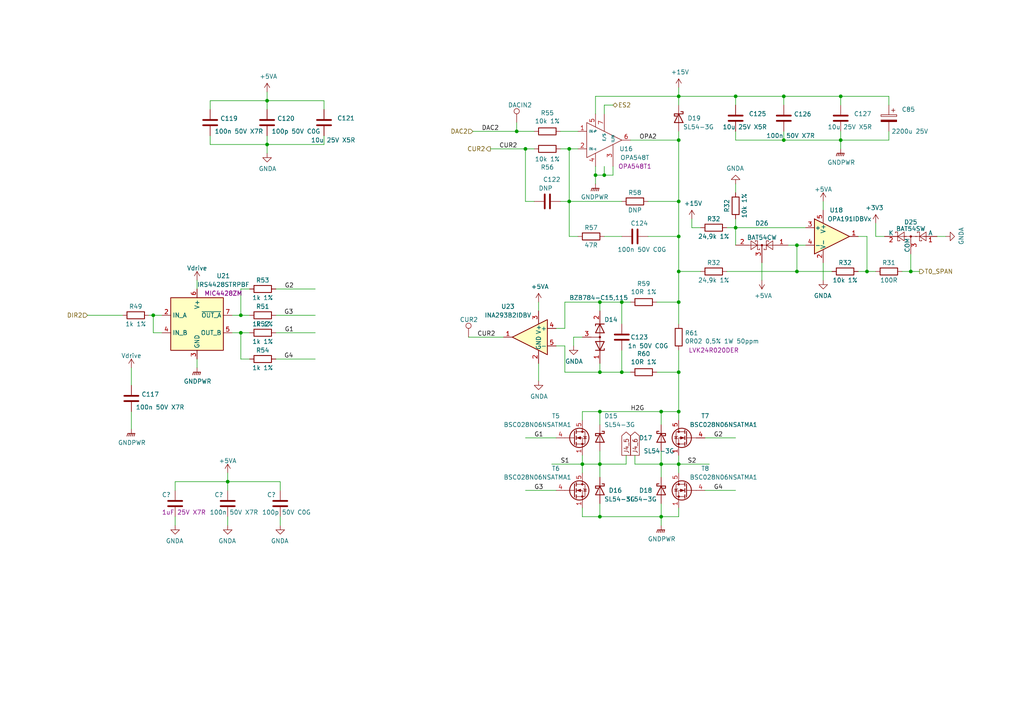
<source format=kicad_sch>
(kicad_sch (version 20230121) (generator eeschema)

  (uuid 002f5a73-bc7c-4876-b524-b15436f68e4d)

  (paper "A4")

  (title_block
    (title "Compensation coils driver 3x3A for Kasli system")
    (date "2023-11-17")
    (rev "3_Artiq")
    (company "Nicolaus Copernicus University in Toruń")
    (comment 1 "KL FAMO")
    (comment 3 "designed by Adam Ledziński")
  )

  (lib_symbols
    (symbol "Amplifier_Current:INA196" (pin_names (offset 0.127)) (in_bom yes) (on_board yes)
      (property "Reference" "U" (at 3.81 3.81 0)
        (effects (font (size 1.27 1.27)))
      )
      (property "Value" "INA196" (at 3.81 -3.81 0)
        (effects (font (size 1.27 1.27)))
      )
      (property "Footprint" "Package_TO_SOT_SMD:SOT-23-5" (at 0 0 0)
        (effects (font (size 1.27 1.27)) hide)
      )
      (property "Datasheet" "http://www.ti.com/lit/ds/symlink/ina193.pdf" (at 0 0 0)
        (effects (font (size 1.27 1.27)) hide)
      )
      (property "ki_keywords" "current sense shunt monitor" (at 0 0 0)
        (effects (font (size 1.27 1.27)) hide)
      )
      (property "ki_description" "Current Shunt Monitor −16V to +80V Common-Mode Range, 20V/V, SOT-23-5" (at 0 0 0)
        (effects (font (size 1.27 1.27)) hide)
      )
      (property "ki_fp_filters" "SOT?23*" (at 0 0 0)
        (effects (font (size 1.27 1.27)) hide)
      )
      (symbol "INA196_0_1"
        (polyline
          (pts
            (xy 5.08 0)
            (xy -5.08 5.08)
            (xy -5.08 -5.08)
            (xy 5.08 0)
          )
          (stroke (width 0.254) (type default))
          (fill (type background))
        )
      )
      (symbol "INA196_1_1"
        (pin output line (at 7.62 0 180) (length 2.54)
          (name "~" (effects (font (size 1.27 1.27))))
          (number "1" (effects (font (size 1.27 1.27))))
        )
        (pin power_in line (at -2.54 -7.62 90) (length 3.81)
          (name "GND" (effects (font (size 1.27 1.27))))
          (number "2" (effects (font (size 1.27 1.27))))
        )
        (pin power_in line (at -2.54 7.62 270) (length 3.81)
          (name "V+" (effects (font (size 1.27 1.27))))
          (number "3" (effects (font (size 1.27 1.27))))
        )
        (pin input line (at -7.62 2.54 0) (length 2.54)
          (name "+" (effects (font (size 1.27 1.27))))
          (number "4" (effects (font (size 1.27 1.27))))
        )
        (pin input line (at -7.62 -2.54 0) (length 2.54)
          (name "-" (effects (font (size 1.27 1.27))))
          (number "5" (effects (font (size 1.27 1.27))))
        )
      )
    )
    (symbol "Amplifier_Operational:OPA196xDBV" (pin_names (offset 0.127)) (in_bom yes) (on_board yes)
      (property "Reference" "U" (at -1.27 6.35 0)
        (effects (font (size 1.27 1.27)) (justify left))
      )
      (property "Value" "OPA196xDBV" (at -1.27 3.81 0)
        (effects (font (size 1.27 1.27)) (justify left))
      )
      (property "Footprint" "Package_TO_SOT_SMD:SOT-23-5" (at -2.54 -5.08 0)
        (effects (font (size 1.27 1.27)) (justify left) hide)
      )
      (property "Datasheet" "http://www.ti.com/lit/ds/symlink/opa4196.pdf" (at 0 5.08 0)
        (effects (font (size 1.27 1.27)) hide)
      )
      (property "ki_keywords" "single opamp" (at 0 0 0)
        (effects (font (size 1.27 1.27)) hide)
      )
      (property "ki_description" "Single, Low-Power, Low Offset Voltage, Rail-to-Rail Operational Amplifier, SOT-23-5" (at 0 0 0)
        (effects (font (size 1.27 1.27)) hide)
      )
      (property "ki_fp_filters" "SOT?23*" (at 0 0 0)
        (effects (font (size 1.27 1.27)) hide)
      )
      (symbol "OPA196xDBV_0_1"
        (polyline
          (pts
            (xy -5.08 5.08)
            (xy 5.08 0)
            (xy -5.08 -5.08)
            (xy -5.08 5.08)
          )
          (stroke (width 0.254) (type default))
          (fill (type background))
        )
        (pin power_in line (at -2.54 -7.62 90) (length 3.81)
          (name "V-" (effects (font (size 1.27 1.27))))
          (number "2" (effects (font (size 1.27 1.27))))
        )
        (pin power_in line (at -2.54 7.62 270) (length 3.81)
          (name "V+" (effects (font (size 1.27 1.27))))
          (number "5" (effects (font (size 1.27 1.27))))
        )
      )
      (symbol "OPA196xDBV_1_1"
        (pin output line (at 7.62 0 180) (length 2.54)
          (name "~" (effects (font (size 1.27 1.27))))
          (number "1" (effects (font (size 1.27 1.27))))
        )
        (pin input line (at -7.62 2.54 0) (length 2.54)
          (name "+" (effects (font (size 1.27 1.27))))
          (number "3" (effects (font (size 1.27 1.27))))
        )
        (pin input line (at -7.62 -2.54 0) (length 2.54)
          (name "-" (effects (font (size 1.27 1.27))))
          (number "4" (effects (font (size 1.27 1.27))))
        )
      )
    )
    (symbol "Connector:TestPoint" (pin_numbers hide) (pin_names (offset 0.762) hide) (in_bom yes) (on_board yes)
      (property "Reference" "TP" (at 0 6.858 0)
        (effects (font (size 1.27 1.27)))
      )
      (property "Value" "TestPoint" (at 0 5.08 0)
        (effects (font (size 1.27 1.27)))
      )
      (property "Footprint" "" (at 5.08 0 0)
        (effects (font (size 1.27 1.27)) hide)
      )
      (property "Datasheet" "~" (at 5.08 0 0)
        (effects (font (size 1.27 1.27)) hide)
      )
      (property "ki_keywords" "test point tp" (at 0 0 0)
        (effects (font (size 1.27 1.27)) hide)
      )
      (property "ki_description" "test point" (at 0 0 0)
        (effects (font (size 1.27 1.27)) hide)
      )
      (property "ki_fp_filters" "Pin* Test*" (at 0 0 0)
        (effects (font (size 1.27 1.27)) hide)
      )
      (symbol "TestPoint_0_1"
        (circle (center 0 3.302) (radius 0.762)
          (stroke (width 0) (type default))
          (fill (type none))
        )
      )
      (symbol "TestPoint_1_1"
        (pin passive line (at 0 0 90) (length 2.54)
          (name "1" (effects (font (size 1.27 1.27))))
          (number "1" (effects (font (size 1.27 1.27))))
        )
      )
    )
    (symbol "Device:C" (pin_numbers hide) (pin_names (offset 0.254)) (in_bom yes) (on_board yes)
      (property "Reference" "C" (at 0.635 2.54 0)
        (effects (font (size 1.27 1.27)) (justify left))
      )
      (property "Value" "C" (at 0.635 -2.54 0)
        (effects (font (size 1.27 1.27)) (justify left))
      )
      (property "Footprint" "" (at 0.9652 -3.81 0)
        (effects (font (size 1.27 1.27)) hide)
      )
      (property "Datasheet" "~" (at 0 0 0)
        (effects (font (size 1.27 1.27)) hide)
      )
      (property "ki_keywords" "cap capacitor" (at 0 0 0)
        (effects (font (size 1.27 1.27)) hide)
      )
      (property "ki_description" "Unpolarized capacitor" (at 0 0 0)
        (effects (font (size 1.27 1.27)) hide)
      )
      (property "ki_fp_filters" "C_*" (at 0 0 0)
        (effects (font (size 1.27 1.27)) hide)
      )
      (symbol "C_0_1"
        (polyline
          (pts
            (xy -2.032 -0.762)
            (xy 2.032 -0.762)
          )
          (stroke (width 0.508) (type default))
          (fill (type none))
        )
        (polyline
          (pts
            (xy -2.032 0.762)
            (xy 2.032 0.762)
          )
          (stroke (width 0.508) (type default))
          (fill (type none))
        )
      )
      (symbol "C_1_1"
        (pin passive line (at 0 3.81 270) (length 2.794)
          (name "~" (effects (font (size 1.27 1.27))))
          (number "1" (effects (font (size 1.27 1.27))))
        )
        (pin passive line (at 0 -3.81 90) (length 2.794)
          (name "~" (effects (font (size 1.27 1.27))))
          (number "2" (effects (font (size 1.27 1.27))))
        )
      )
    )
    (symbol "Device:D_Schottky" (pin_numbers hide) (pin_names (offset 1.016) hide) (in_bom yes) (on_board yes)
      (property "Reference" "D" (at 0 2.54 0)
        (effects (font (size 1.27 1.27)))
      )
      (property "Value" "D_Schottky" (at 0 -2.54 0)
        (effects (font (size 1.27 1.27)))
      )
      (property "Footprint" "" (at 0 0 0)
        (effects (font (size 1.27 1.27)) hide)
      )
      (property "Datasheet" "~" (at 0 0 0)
        (effects (font (size 1.27 1.27)) hide)
      )
      (property "ki_keywords" "diode Schottky" (at 0 0 0)
        (effects (font (size 1.27 1.27)) hide)
      )
      (property "ki_description" "Schottky diode" (at 0 0 0)
        (effects (font (size 1.27 1.27)) hide)
      )
      (property "ki_fp_filters" "TO-???* *_Diode_* *SingleDiode* D_*" (at 0 0 0)
        (effects (font (size 1.27 1.27)) hide)
      )
      (symbol "D_Schottky_0_1"
        (polyline
          (pts
            (xy 1.27 0)
            (xy -1.27 0)
          )
          (stroke (width 0) (type default))
          (fill (type none))
        )
        (polyline
          (pts
            (xy 1.27 1.27)
            (xy 1.27 -1.27)
            (xy -1.27 0)
            (xy 1.27 1.27)
          )
          (stroke (width 0.254) (type default))
          (fill (type none))
        )
        (polyline
          (pts
            (xy -1.905 0.635)
            (xy -1.905 1.27)
            (xy -1.27 1.27)
            (xy -1.27 -1.27)
            (xy -0.635 -1.27)
            (xy -0.635 -0.635)
          )
          (stroke (width 0.254) (type default))
          (fill (type none))
        )
      )
      (symbol "D_Schottky_1_1"
        (pin passive line (at -3.81 0 0) (length 2.54)
          (name "K" (effects (font (size 1.27 1.27))))
          (number "1" (effects (font (size 1.27 1.27))))
        )
        (pin passive line (at 3.81 0 180) (length 2.54)
          (name "A" (effects (font (size 1.27 1.27))))
          (number "2" (effects (font (size 1.27 1.27))))
        )
      )
    )
    (symbol "Device:R" (pin_numbers hide) (pin_names (offset 0)) (in_bom yes) (on_board yes)
      (property "Reference" "R" (at 2.032 0 90)
        (effects (font (size 1.27 1.27)))
      )
      (property "Value" "R" (at 0 0 90)
        (effects (font (size 1.27 1.27)))
      )
      (property "Footprint" "" (at -1.778 0 90)
        (effects (font (size 1.27 1.27)) hide)
      )
      (property "Datasheet" "~" (at 0 0 0)
        (effects (font (size 1.27 1.27)) hide)
      )
      (property "ki_keywords" "R res resistor" (at 0 0 0)
        (effects (font (size 1.27 1.27)) hide)
      )
      (property "ki_description" "Resistor" (at 0 0 0)
        (effects (font (size 1.27 1.27)) hide)
      )
      (property "ki_fp_filters" "R_*" (at 0 0 0)
        (effects (font (size 1.27 1.27)) hide)
      )
      (symbol "R_0_1"
        (rectangle (start -1.016 -2.54) (end 1.016 2.54)
          (stroke (width 0.254) (type default))
          (fill (type none))
        )
      )
      (symbol "R_1_1"
        (pin passive line (at 0 3.81 270) (length 1.27)
          (name "~" (effects (font (size 1.27 1.27))))
          (number "1" (effects (font (size 1.27 1.27))))
        )
        (pin passive line (at 0 -3.81 90) (length 1.27)
          (name "~" (effects (font (size 1.27 1.27))))
          (number "2" (effects (font (size 1.27 1.27))))
        )
      )
    )
    (symbol "Diode:BAT54C" (pin_names (offset 1.016)) (in_bom yes) (on_board yes)
      (property "Reference" "D" (at 0.635 -3.81 0)
        (effects (font (size 1.27 1.27)) (justify left))
      )
      (property "Value" "BAT54C" (at -6.35 3.175 0)
        (effects (font (size 1.27 1.27)) (justify left))
      )
      (property "Footprint" "Package_TO_SOT_SMD:SOT-23" (at 1.905 3.175 0)
        (effects (font (size 1.27 1.27)) (justify left) hide)
      )
      (property "Datasheet" "http://www.diodes.com/_files/datasheets/ds11005.pdf" (at -2.032 0 0)
        (effects (font (size 1.27 1.27)) hide)
      )
      (property "ki_keywords" "schottky diode common cathode" (at 0 0 0)
        (effects (font (size 1.27 1.27)) hide)
      )
      (property "ki_description" "dual schottky barrier diode, common cathode" (at 0 0 0)
        (effects (font (size 1.27 1.27)) hide)
      )
      (property "ki_fp_filters" "SOT?23*" (at 0 0 0)
        (effects (font (size 1.27 1.27)) hide)
      )
      (symbol "BAT54C_0_1"
        (polyline
          (pts
            (xy -1.905 0)
            (xy 1.905 0)
          )
          (stroke (width 0) (type default))
          (fill (type none))
        )
        (polyline
          (pts
            (xy -1.905 1.27)
            (xy -1.905 1.016)
          )
          (stroke (width 0) (type default))
          (fill (type none))
        )
        (polyline
          (pts
            (xy -1.27 -1.27)
            (xy -0.635 -1.27)
          )
          (stroke (width 0) (type default))
          (fill (type none))
        )
        (polyline
          (pts
            (xy -1.27 0)
            (xy -3.81 0)
          )
          (stroke (width 0) (type default))
          (fill (type none))
        )
        (polyline
          (pts
            (xy -1.27 1.27)
            (xy -1.905 1.27)
          )
          (stroke (width 0) (type default))
          (fill (type none))
        )
        (polyline
          (pts
            (xy -1.27 1.27)
            (xy -1.27 -1.27)
          )
          (stroke (width 0) (type default))
          (fill (type none))
        )
        (polyline
          (pts
            (xy -0.635 -1.27)
            (xy -0.635 -1.016)
          )
          (stroke (width 0) (type default))
          (fill (type none))
        )
        (polyline
          (pts
            (xy 0.635 -1.27)
            (xy 0.635 -1.016)
          )
          (stroke (width 0) (type default))
          (fill (type none))
        )
        (polyline
          (pts
            (xy 1.27 -1.27)
            (xy 0.635 -1.27)
          )
          (stroke (width 0) (type default))
          (fill (type none))
        )
        (polyline
          (pts
            (xy 1.27 1.27)
            (xy 1.27 -1.27)
          )
          (stroke (width 0) (type default))
          (fill (type none))
        )
        (polyline
          (pts
            (xy 1.27 1.27)
            (xy 1.905 1.27)
          )
          (stroke (width 0) (type default))
          (fill (type none))
        )
        (polyline
          (pts
            (xy 1.905 1.27)
            (xy 1.905 1.016)
          )
          (stroke (width 0) (type default))
          (fill (type none))
        )
        (polyline
          (pts
            (xy 3.81 0)
            (xy 1.27 0)
          )
          (stroke (width 0) (type default))
          (fill (type none))
        )
        (polyline
          (pts
            (xy -3.175 -1.27)
            (xy -3.175 1.27)
            (xy -1.27 0)
            (xy -3.175 -1.27)
          )
          (stroke (width 0) (type default))
          (fill (type none))
        )
        (polyline
          (pts
            (xy 3.175 -1.27)
            (xy 3.175 1.27)
            (xy 1.27 0)
            (xy 3.175 -1.27)
          )
          (stroke (width 0) (type default))
          (fill (type none))
        )
        (circle (center 0 0) (radius 0.254)
          (stroke (width 0) (type default))
          (fill (type outline))
        )
      )
      (symbol "BAT54C_1_1"
        (pin passive line (at -7.62 0 0) (length 3.81)
          (name "~" (effects (font (size 1.27 1.27))))
          (number "1" (effects (font (size 1.27 1.27))))
        )
        (pin passive line (at 7.62 0 180) (length 3.81)
          (name "~" (effects (font (size 1.27 1.27))))
          (number "2" (effects (font (size 1.27 1.27))))
        )
        (pin passive line (at 0 -5.08 90) (length 5.08)
          (name "~" (effects (font (size 1.27 1.27))))
          (number "3" (effects (font (size 1.27 1.27))))
        )
      )
    )
    (symbol "Diode:BAT54SW" (pin_names (offset 0)) (in_bom yes) (on_board yes)
      (property "Reference" "D" (at 0.635 -3.81 0)
        (effects (font (size 1.27 1.27)) (justify left))
      )
      (property "Value" "BAT54SW" (at -6.35 3.175 0)
        (effects (font (size 1.27 1.27)) (justify left))
      )
      (property "Footprint" "Package_TO_SOT_SMD:SOT-323_SC-70" (at 1.905 3.175 0)
        (effects (font (size 1.27 1.27)) (justify left) hide)
      )
      (property "Datasheet" "https://assets.nexperia.com/documents/data-sheet/BAT54W_SER.pdf" (at -3.048 0 0)
        (effects (font (size 1.27 1.27)) hide)
      )
      (property "ki_keywords" "dual schottky diode" (at 0 0 0)
        (effects (font (size 1.27 1.27)) hide)
      )
      (property "ki_description" "Vr 30V, If 200mA, Dual schottky barrier diode, in series, SOT-323" (at 0 0 0)
        (effects (font (size 1.27 1.27)) hide)
      )
      (property "ki_fp_filters" "SOT?323*" (at 0 0 0)
        (effects (font (size 1.27 1.27)) hide)
      )
      (symbol "BAT54SW_0_1"
        (polyline
          (pts
            (xy -3.81 0)
            (xy -1.27 0)
          )
          (stroke (width 0) (type default))
          (fill (type none))
        )
        (polyline
          (pts
            (xy -3.175 -1.27)
            (xy -3.175 -1.016)
          )
          (stroke (width 0) (type default))
          (fill (type none))
        )
        (polyline
          (pts
            (xy -2.54 -1.27)
            (xy -3.175 -1.27)
          )
          (stroke (width 0) (type default))
          (fill (type none))
        )
        (polyline
          (pts
            (xy -2.54 -1.27)
            (xy -2.54 1.27)
          )
          (stroke (width 0) (type default))
          (fill (type none))
        )
        (polyline
          (pts
            (xy -2.54 1.27)
            (xy -1.905 1.27)
          )
          (stroke (width 0) (type default))
          (fill (type none))
        )
        (polyline
          (pts
            (xy -1.905 0)
            (xy 1.905 0)
          )
          (stroke (width 0) (type default))
          (fill (type none))
        )
        (polyline
          (pts
            (xy -1.905 1.27)
            (xy -1.905 1.016)
          )
          (stroke (width 0) (type default))
          (fill (type none))
        )
        (polyline
          (pts
            (xy 1.27 0)
            (xy 3.81 0)
          )
          (stroke (width 0) (type default))
          (fill (type none))
        )
        (polyline
          (pts
            (xy 3.175 -1.27)
            (xy 3.175 -1.016)
          )
          (stroke (width 0) (type default))
          (fill (type none))
        )
        (polyline
          (pts
            (xy 3.81 -1.27)
            (xy 3.175 -1.27)
          )
          (stroke (width 0) (type default))
          (fill (type none))
        )
        (polyline
          (pts
            (xy 3.81 -1.27)
            (xy 3.81 1.27)
          )
          (stroke (width 0) (type default))
          (fill (type none))
        )
        (polyline
          (pts
            (xy 3.81 1.27)
            (xy 4.445 1.27)
          )
          (stroke (width 0) (type default))
          (fill (type none))
        )
        (polyline
          (pts
            (xy 4.445 1.27)
            (xy 4.445 1.016)
          )
          (stroke (width 0) (type default))
          (fill (type none))
        )
        (polyline
          (pts
            (xy -4.445 1.27)
            (xy -4.445 -1.27)
            (xy -2.54 0)
            (xy -4.445 1.27)
          )
          (stroke (width 0) (type default))
          (fill (type none))
        )
        (polyline
          (pts
            (xy 1.905 1.27)
            (xy 1.905 -1.27)
            (xy 3.81 0)
            (xy 1.905 1.27)
          )
          (stroke (width 0) (type default))
          (fill (type none))
        )
        (circle (center 0 0) (radius 0.254)
          (stroke (width 0) (type default))
          (fill (type outline))
        )
      )
      (symbol "BAT54SW_1_1"
        (pin passive line (at -7.62 0 0) (length 3.81)
          (name "A" (effects (font (size 1.27 1.27))))
          (number "1" (effects (font (size 1.27 1.27))))
        )
        (pin passive line (at 7.62 0 180) (length 3.81)
          (name "K" (effects (font (size 1.27 1.27))))
          (number "2" (effects (font (size 1.27 1.27))))
        )
        (pin passive line (at 0 -5.08 90) (length 5.08)
          (name "COM" (effects (font (size 1.27 1.27))))
          (number "3" (effects (font (size 1.27 1.27))))
        )
      )
    )
    (symbol "Driver_FET:MIC4428" (in_bom yes) (on_board yes)
      (property "Reference" "U" (at -7.62 8.89 0)
        (effects (font (size 1.27 1.27)) (justify left))
      )
      (property "Value" "MIC4428" (at 1.27 8.89 0)
        (effects (font (size 1.27 1.27)) (justify left))
      )
      (property "Footprint" "" (at 0 -7.62 0)
        (effects (font (size 1.27 1.27)) hide)
      )
      (property "Datasheet" "http://ww1.microchip.com/downloads/en/DeviceDoc/mic4426.pdf" (at 0 -7.62 0)
        (effects (font (size 1.27 1.27)) hide)
      )
      (property "ki_keywords" "Driver, Dual MOSFET" (at 0 0 0)
        (effects (font (size 1.27 1.27)) hide)
      )
      (property "ki_description" "Dual 1.5A-Peak Low-Side MOSFET Driver, DIP-8/SOIC-8/MSOP-8" (at 0 0 0)
        (effects (font (size 1.27 1.27)) hide)
      )
      (property "ki_fp_filters" "DIP*W7.62mm* SOIC*3.9x4.9mm*P1.27mm* MSOP*P0.65mm*" (at 0 0 0)
        (effects (font (size 1.27 1.27)) hide)
      )
      (symbol "MIC4428_0_1"
        (rectangle (start -7.62 -7.62) (end 7.62 7.62)
          (stroke (width 0.254) (type default))
          (fill (type background))
        )
      )
      (symbol "MIC4428_1_1"
        (pin no_connect line (at -7.62 0 0) (length 2.54) hide
          (name "NC" (effects (font (size 1.27 1.27))))
          (number "1" (effects (font (size 1.27 1.27))))
        )
        (pin input line (at -10.16 2.54 0) (length 2.54)
          (name "IN_A" (effects (font (size 1.27 1.27))))
          (number "2" (effects (font (size 1.27 1.27))))
        )
        (pin power_in line (at 0 -10.16 90) (length 2.54)
          (name "GND" (effects (font (size 1.27 1.27))))
          (number "3" (effects (font (size 1.27 1.27))))
        )
        (pin input line (at -10.16 -2.54 0) (length 2.54)
          (name "IN_B" (effects (font (size 1.27 1.27))))
          (number "4" (effects (font (size 1.27 1.27))))
        )
        (pin output line (at 10.16 -2.54 180) (length 2.54)
          (name "OUT_B" (effects (font (size 1.27 1.27))))
          (number "5" (effects (font (size 1.27 1.27))))
        )
        (pin power_in line (at 0 10.16 270) (length 2.54)
          (name "V+" (effects (font (size 1.27 1.27))))
          (number "6" (effects (font (size 1.27 1.27))))
        )
        (pin output line (at 10.16 2.54 180) (length 2.54)
          (name "~{OUT_A}" (effects (font (size 1.27 1.27))))
          (number "7" (effects (font (size 1.27 1.27))))
        )
        (pin no_connect line (at 7.62 0 180) (length 2.54) hide
          (name "NC" (effects (font (size 1.27 1.27))))
          (number "8" (effects (font (size 1.27 1.27))))
        )
      )
    )
    (symbol "Transistor_FET:BSC028N06LS3" (pin_names hide) (in_bom yes) (on_board yes)
      (property "Reference" "Q" (at 5.08 1.905 0)
        (effects (font (size 1.27 1.27)) (justify left))
      )
      (property "Value" "BSC028N06LS3" (at 5.08 0 0)
        (effects (font (size 1.27 1.27)) (justify left))
      )
      (property "Footprint" "Package_TO_SOT_SMD:TDSON-8-1" (at 5.08 -1.905 0)
        (effects (font (size 1.27 1.27) italic) (justify left) hide)
      )
      (property "Datasheet" "http://www.infineon.com/dgdl/Infineon-BSC028N06LS3-DS-v02_02-en.pdf?fileId=db3a30431ddc9372011ebafa4c607f8c" (at 0 0 90)
        (effects (font (size 1.27 1.27)) (justify left) hide)
      )
      (property "ki_keywords" "OptiMOS Power MOSFET N-MOS" (at 0 0 0)
        (effects (font (size 1.27 1.27)) hide)
      )
      (property "ki_description" "100A Id, 60V Vds, OptiMOS N-Channel Power MOSFET, 2.8mOhm Ron, Qg (typ) 31.0nC, PG-TDSON-8" (at 0 0 0)
        (effects (font (size 1.27 1.27)) hide)
      )
      (property "ki_fp_filters" "TDSON*" (at 0 0 0)
        (effects (font (size 1.27 1.27)) hide)
      )
      (symbol "BSC028N06LS3_0_1"
        (polyline
          (pts
            (xy 0.254 0)
            (xy -2.54 0)
          )
          (stroke (width 0) (type default))
          (fill (type none))
        )
        (polyline
          (pts
            (xy 0.254 1.905)
            (xy 0.254 -1.905)
          )
          (stroke (width 0.254) (type default))
          (fill (type none))
        )
        (polyline
          (pts
            (xy 0.762 -1.27)
            (xy 0.762 -2.286)
          )
          (stroke (width 0.254) (type default))
          (fill (type none))
        )
        (polyline
          (pts
            (xy 0.762 0.508)
            (xy 0.762 -0.508)
          )
          (stroke (width 0.254) (type default))
          (fill (type none))
        )
        (polyline
          (pts
            (xy 0.762 2.286)
            (xy 0.762 1.27)
          )
          (stroke (width 0.254) (type default))
          (fill (type none))
        )
        (polyline
          (pts
            (xy 2.54 2.54)
            (xy 2.54 1.778)
          )
          (stroke (width 0) (type default))
          (fill (type none))
        )
        (polyline
          (pts
            (xy 2.54 -2.54)
            (xy 2.54 0)
            (xy 0.762 0)
          )
          (stroke (width 0) (type default))
          (fill (type none))
        )
        (polyline
          (pts
            (xy 0.762 -1.778)
            (xy 3.302 -1.778)
            (xy 3.302 1.778)
            (xy 0.762 1.778)
          )
          (stroke (width 0) (type default))
          (fill (type none))
        )
        (polyline
          (pts
            (xy 1.016 0)
            (xy 2.032 0.381)
            (xy 2.032 -0.381)
            (xy 1.016 0)
          )
          (stroke (width 0) (type default))
          (fill (type outline))
        )
        (polyline
          (pts
            (xy 2.794 0.508)
            (xy 2.921 0.381)
            (xy 3.683 0.381)
            (xy 3.81 0.254)
          )
          (stroke (width 0) (type default))
          (fill (type none))
        )
        (polyline
          (pts
            (xy 3.302 0.381)
            (xy 2.921 -0.254)
            (xy 3.683 -0.254)
            (xy 3.302 0.381)
          )
          (stroke (width 0) (type default))
          (fill (type none))
        )
        (circle (center 1.651 0) (radius 2.794)
          (stroke (width 0.254) (type default))
          (fill (type none))
        )
        (circle (center 2.54 -1.778) (radius 0.254)
          (stroke (width 0) (type default))
          (fill (type outline))
        )
        (circle (center 2.54 1.778) (radius 0.254)
          (stroke (width 0) (type default))
          (fill (type outline))
        )
      )
      (symbol "BSC028N06LS3_1_1"
        (pin passive line (at 2.54 -5.08 90) (length 2.54)
          (name "S" (effects (font (size 1.27 1.27))))
          (number "1" (effects (font (size 1.27 1.27))))
        )
        (pin passive line (at 2.54 -5.08 90) (length 2.54) hide
          (name "S" (effects (font (size 1.27 1.27))))
          (number "2" (effects (font (size 1.27 1.27))))
        )
        (pin passive line (at 2.54 -5.08 90) (length 2.54) hide
          (name "S" (effects (font (size 1.27 1.27))))
          (number "3" (effects (font (size 1.27 1.27))))
        )
        (pin passive line (at -5.08 0 0) (length 2.54)
          (name "G" (effects (font (size 1.27 1.27))))
          (number "4" (effects (font (size 1.27 1.27))))
        )
        (pin passive line (at 2.54 5.08 270) (length 2.54)
          (name "D" (effects (font (size 1.27 1.27))))
          (number "5" (effects (font (size 1.27 1.27))))
        )
      )
    )
    (symbol "c100AvA-rescue:+3.3V-power" (power) (pin_names (offset 0)) (in_bom yes) (on_board yes)
      (property "Reference" "#PWR" (at 0 -3.81 0)
        (effects (font (size 1.27 1.27)) hide)
      )
      (property "Value" "+3.3V-power" (at 0 3.556 0)
        (effects (font (size 1.27 1.27)))
      )
      (property "Footprint" "" (at 0 0 0)
        (effects (font (size 1.27 1.27)) hide)
      )
      (property "Datasheet" "" (at 0 0 0)
        (effects (font (size 1.27 1.27)) hide)
      )
      (symbol "+3.3V-power_0_1"
        (polyline
          (pts
            (xy -0.762 1.27)
            (xy 0 2.54)
          )
          (stroke (width 0) (type solid))
          (fill (type none))
        )
        (polyline
          (pts
            (xy 0 0)
            (xy 0 2.54)
          )
          (stroke (width 0) (type solid))
          (fill (type none))
        )
        (polyline
          (pts
            (xy 0 2.54)
            (xy 0.762 1.27)
          )
          (stroke (width 0) (type solid))
          (fill (type none))
        )
      )
      (symbol "+3.3V-power_1_1"
        (pin power_in line (at 0 0 90) (length 0) hide
          (name "+3V3" (effects (font (size 1.27 1.27))))
          (number "1" (effects (font (size 1.27 1.27))))
        )
      )
    )
    (symbol "c3Av2_A-rescue:CP-Device" (pin_numbers hide) (pin_names (offset 0.254)) (in_bom yes) (on_board yes)
      (property "Reference" "C" (at 0.635 2.54 0)
        (effects (font (size 1.27 1.27)) (justify left))
      )
      (property "Value" "Device_CP" (at 0.635 -2.54 0)
        (effects (font (size 1.27 1.27)) (justify left))
      )
      (property "Footprint" "" (at 0.9652 -3.81 0)
        (effects (font (size 1.27 1.27)) hide)
      )
      (property "Datasheet" "" (at 0 0 0)
        (effects (font (size 1.27 1.27)) hide)
      )
      (property "ki_fp_filters" "CP_*" (at 0 0 0)
        (effects (font (size 1.27 1.27)) hide)
      )
      (symbol "CP-Device_0_1"
        (rectangle (start -2.286 0.508) (end 2.286 1.016)
          (stroke (width 0) (type solid))
          (fill (type none))
        )
        (polyline
          (pts
            (xy -1.778 2.286)
            (xy -0.762 2.286)
          )
          (stroke (width 0) (type solid))
          (fill (type none))
        )
        (polyline
          (pts
            (xy -1.27 2.794)
            (xy -1.27 1.778)
          )
          (stroke (width 0) (type solid))
          (fill (type none))
        )
        (rectangle (start 2.286 -0.508) (end -2.286 -1.016)
          (stroke (width 0) (type solid))
          (fill (type outline))
        )
      )
      (symbol "CP-Device_1_1"
        (pin passive line (at 0 3.81 270) (length 2.794)
          (name "~" (effects (font (size 1.27 1.27))))
          (number "1" (effects (font (size 1.27 1.27))))
        )
        (pin passive line (at 0 -3.81 90) (length 2.794)
          (name "~" (effects (font (size 1.27 1.27))))
          (number "2" (effects (font (size 1.27 1.27))))
        )
      )
    )
    (symbol "c3Av2_A-rescue:D_Zener_x2_ACom_KKA-Device" (pin_names (offset 0.762) hide) (in_bom yes) (on_board yes)
      (property "Reference" "D" (at 1.27 -2.54 0)
        (effects (font (size 1.27 1.27)))
      )
      (property "Value" "Device_D_Zener_x2_ACom_KKA" (at 0 2.54 0)
        (effects (font (size 1.27 1.27)))
      )
      (property "Footprint" "" (at 0 0 0)
        (effects (font (size 1.27 1.27)) hide)
      )
      (property "Datasheet" "" (at 0 0 0)
        (effects (font (size 1.27 1.27)) hide)
      )
      (property "ki_fp_filters" "SOT* SC*" (at 0 0 0)
        (effects (font (size 1.27 1.27)) hide)
      )
      (symbol "D_Zener_x2_ACom_KKA-Device_0_1"
        (polyline
          (pts
            (xy -3.556 0)
            (xy 3.81 0)
          )
          (stroke (width 0) (type solid))
          (fill (type none))
        )
        (polyline
          (pts
            (xy 0 0)
            (xy 0 -2.54)
          )
          (stroke (width 0) (type solid))
          (fill (type none))
        )
        (polyline
          (pts
            (xy -3.81 -1.27)
            (xy -3.81 1.27)
            (xy -3.302 1.27)
          )
          (stroke (width 0.254) (type solid))
          (fill (type none))
        )
        (polyline
          (pts
            (xy 3.302 -1.27)
            (xy 3.81 -1.27)
            (xy 3.81 1.27)
          )
          (stroke (width 0.254) (type solid))
          (fill (type none))
        )
        (polyline
          (pts
            (xy -1.27 -1.27)
            (xy -3.81 0)
            (xy -1.27 1.27)
            (xy -1.27 -1.27)
            (xy -1.27 -1.27)
            (xy -1.27 -1.27)
          )
          (stroke (width 0.254) (type solid))
          (fill (type none))
        )
        (polyline
          (pts
            (xy 1.27 1.27)
            (xy 3.81 0)
            (xy 1.27 -1.27)
            (xy 1.27 1.27)
            (xy 1.27 1.27)
            (xy 1.27 1.27)
          )
          (stroke (width 0.254) (type solid))
          (fill (type none))
        )
        (circle (center 0 0) (radius 0.254)
          (stroke (width 0) (type solid))
          (fill (type outline))
        )
        (pin passive line (at -7.62 0 0) (length 3.81)
          (name "K" (effects (font (size 1.27 1.27))))
          (number "1" (effects (font (size 1.27 1.27))))
        )
        (pin passive line (at 7.62 0 180) (length 3.81)
          (name "K" (effects (font (size 1.27 1.27))))
          (number "2" (effects (font (size 1.27 1.27))))
        )
        (pin passive line (at 0 -5.08 90) (length 2.54)
          (name "A" (effects (font (size 1.27 1.27))))
          (number "3" (effects (font (size 1.27 1.27))))
        )
      )
    )
    (symbol "ff:OPA548T" (in_bom yes) (on_board yes)
      (property "Reference" "U" (at 8.89 15.24 0)
        (effects (font (size 1.27 1.27)) (justify left top))
      )
      (property "Value" "OPA548Fx" (at 8.255 12.7 0)
        (effects (font (size 1.27 1.27)) (justify left top))
      )
      (property "Footprint" "Package_TO_SOT_THT:TO-220-7_P2.54x3.7mm_StaggerOdd_Lead3.8mm_Vertical" (at 24.13 -94.92 0)
        (effects (font (size 1.27 1.27)) (justify left top) hide)
      )
      (property "Datasheet" "https://www.ti.com/lit/ds/symlink/opa548.pdf" (at 24.13 -194.92 0)
        (effects (font (size 1.27 1.27)) (justify left top) hide)
      )
      (property "ki_description" "High-Voltage, High-Current, Wide-Output-Voltage-Swing Power Operational Amplfier (60V, 3A)" (at 0 0 0)
        (effects (font (size 1.27 1.27)) hide)
      )
      (symbol "OPA548T_0_1"
        (polyline
          (pts
            (xy -5.08 5.08)
            (xy -5.08 -5.08)
            (xy 5.08 0)
            (xy -5.08 5.08)
          )
          (stroke (width 0) (type default))
          (fill (type none))
        )
      )
      (symbol "OPA548T_1_1"
        (pin input line (at -7.62 2.54 0) (length 2.54)
          (name "IN+" (effects (font (size 0.762 0.762))))
          (number "1" (effects (font (size 1.27 1.27))))
        )
        (pin input line (at -7.62 -2.54 0) (length 2.54)
          (name "IN-" (effects (font (size 0.762 0.762))))
          (number "2" (effects (font (size 1.27 1.27))))
        )
        (pin passive line (at 2.54 -7.62 90) (length 6.35)
          (name "ILIM" (effects (font (size 0.762 0.762))))
          (number "3" (effects (font (size 1.27 1.27))))
        )
        (pin power_in line (at -2.54 -7.62 90) (length 3.81)
          (name "-" (effects (font (size 0.889 0.889))))
          (number "4" (effects (font (size 1.27 1.27))))
        )
        (pin power_in line (at -2.54 7.62 270) (length 3.81)
          (name "+" (effects (font (size 0.762 0.762))))
          (number "5" (effects (font (size 1.27 1.27))))
        )
        (pin output line (at 7.62 0 180) (length 2.54)
          (name "" (effects (font (size 1.27 1.27))))
          (number "6" (effects (font (size 1.27 1.27))))
        )
        (pin passive line (at 0 7.62 270) (length 5.08)
          (name "E/S" (effects (font (size 0.762 0.762))))
          (number "7" (effects (font (size 1.27 1.27))))
        )
      )
    )
    (symbol "power:+15V" (power) (pin_names (offset 0)) (in_bom yes) (on_board yes)
      (property "Reference" "#PWR" (at 0 -3.81 0)
        (effects (font (size 1.27 1.27)) hide)
      )
      (property "Value" "+15V" (at 0 3.556 0)
        (effects (font (size 1.27 1.27)))
      )
      (property "Footprint" "" (at 0 0 0)
        (effects (font (size 1.27 1.27)) hide)
      )
      (property "Datasheet" "" (at 0 0 0)
        (effects (font (size 1.27 1.27)) hide)
      )
      (property "ki_keywords" "global power" (at 0 0 0)
        (effects (font (size 1.27 1.27)) hide)
      )
      (property "ki_description" "Power symbol creates a global label with name \"+15V\"" (at 0 0 0)
        (effects (font (size 1.27 1.27)) hide)
      )
      (symbol "+15V_0_1"
        (polyline
          (pts
            (xy -0.762 1.27)
            (xy 0 2.54)
          )
          (stroke (width 0) (type default))
          (fill (type none))
        )
        (polyline
          (pts
            (xy 0 0)
            (xy 0 2.54)
          )
          (stroke (width 0) (type default))
          (fill (type none))
        )
        (polyline
          (pts
            (xy 0 2.54)
            (xy 0.762 1.27)
          )
          (stroke (width 0) (type default))
          (fill (type none))
        )
      )
      (symbol "+15V_1_1"
        (pin power_in line (at 0 0 90) (length 0) hide
          (name "+15V" (effects (font (size 1.27 1.27))))
          (number "1" (effects (font (size 1.27 1.27))))
        )
      )
    )
    (symbol "power:+5VA" (power) (pin_names (offset 0)) (in_bom yes) (on_board yes)
      (property "Reference" "#PWR" (at 0 -3.81 0)
        (effects (font (size 1.27 1.27)) hide)
      )
      (property "Value" "+5VA" (at 0 3.556 0)
        (effects (font (size 1.27 1.27)))
      )
      (property "Footprint" "" (at 0 0 0)
        (effects (font (size 1.27 1.27)) hide)
      )
      (property "Datasheet" "" (at 0 0 0)
        (effects (font (size 1.27 1.27)) hide)
      )
      (property "ki_keywords" "global power" (at 0 0 0)
        (effects (font (size 1.27 1.27)) hide)
      )
      (property "ki_description" "Power symbol creates a global label with name \"+5VA\"" (at 0 0 0)
        (effects (font (size 1.27 1.27)) hide)
      )
      (symbol "+5VA_0_1"
        (polyline
          (pts
            (xy -0.762 1.27)
            (xy 0 2.54)
          )
          (stroke (width 0) (type default))
          (fill (type none))
        )
        (polyline
          (pts
            (xy 0 0)
            (xy 0 2.54)
          )
          (stroke (width 0) (type default))
          (fill (type none))
        )
        (polyline
          (pts
            (xy 0 2.54)
            (xy 0.762 1.27)
          )
          (stroke (width 0) (type default))
          (fill (type none))
        )
      )
      (symbol "+5VA_1_1"
        (pin power_in line (at 0 0 90) (length 0) hide
          (name "+5VA" (effects (font (size 1.27 1.27))))
          (number "1" (effects (font (size 1.27 1.27))))
        )
      )
    )
    (symbol "power:GNDA" (power) (pin_names (offset 0)) (in_bom yes) (on_board yes)
      (property "Reference" "#PWR" (at 0 -6.35 0)
        (effects (font (size 1.27 1.27)) hide)
      )
      (property "Value" "GNDA" (at 0 -3.81 0)
        (effects (font (size 1.27 1.27)))
      )
      (property "Footprint" "" (at 0 0 0)
        (effects (font (size 1.27 1.27)) hide)
      )
      (property "Datasheet" "" (at 0 0 0)
        (effects (font (size 1.27 1.27)) hide)
      )
      (property "ki_keywords" "global power" (at 0 0 0)
        (effects (font (size 1.27 1.27)) hide)
      )
      (property "ki_description" "Power symbol creates a global label with name \"GNDA\" , analog ground" (at 0 0 0)
        (effects (font (size 1.27 1.27)) hide)
      )
      (symbol "GNDA_0_1"
        (polyline
          (pts
            (xy 0 0)
            (xy 0 -1.27)
            (xy 1.27 -1.27)
            (xy 0 -2.54)
            (xy -1.27 -1.27)
            (xy 0 -1.27)
          )
          (stroke (width 0) (type default))
          (fill (type none))
        )
      )
      (symbol "GNDA_1_1"
        (pin power_in line (at 0 0 270) (length 0) hide
          (name "GNDA" (effects (font (size 1.27 1.27))))
          (number "1" (effects (font (size 1.27 1.27))))
        )
      )
    )
    (symbol "power:GNDPWR" (power) (pin_names (offset 0)) (in_bom yes) (on_board yes)
      (property "Reference" "#PWR" (at 0 -5.08 0)
        (effects (font (size 1.27 1.27)) hide)
      )
      (property "Value" "GNDPWR" (at 0 -3.302 0)
        (effects (font (size 1.27 1.27)))
      )
      (property "Footprint" "" (at 0 -1.27 0)
        (effects (font (size 1.27 1.27)) hide)
      )
      (property "Datasheet" "" (at 0 -1.27 0)
        (effects (font (size 1.27 1.27)) hide)
      )
      (property "ki_keywords" "global ground" (at 0 0 0)
        (effects (font (size 1.27 1.27)) hide)
      )
      (property "ki_description" "Power symbol creates a global label with name \"GNDPWR\" , global ground" (at 0 0 0)
        (effects (font (size 1.27 1.27)) hide)
      )
      (symbol "GNDPWR_0_1"
        (polyline
          (pts
            (xy 0 -1.27)
            (xy 0 0)
          )
          (stroke (width 0) (type default))
          (fill (type none))
        )
        (polyline
          (pts
            (xy -1.016 -1.27)
            (xy -1.27 -2.032)
            (xy -1.27 -2.032)
          )
          (stroke (width 0.2032) (type default))
          (fill (type none))
        )
        (polyline
          (pts
            (xy -0.508 -1.27)
            (xy -0.762 -2.032)
            (xy -0.762 -2.032)
          )
          (stroke (width 0.2032) (type default))
          (fill (type none))
        )
        (polyline
          (pts
            (xy 0 -1.27)
            (xy -0.254 -2.032)
            (xy -0.254 -2.032)
          )
          (stroke (width 0.2032) (type default))
          (fill (type none))
        )
        (polyline
          (pts
            (xy 0.508 -1.27)
            (xy 0.254 -2.032)
            (xy 0.254 -2.032)
          )
          (stroke (width 0.2032) (type default))
          (fill (type none))
        )
        (polyline
          (pts
            (xy 1.016 -1.27)
            (xy -1.016 -1.27)
            (xy -1.016 -1.27)
          )
          (stroke (width 0.2032) (type default))
          (fill (type none))
        )
        (polyline
          (pts
            (xy 1.016 -1.27)
            (xy 0.762 -2.032)
            (xy 0.762 -2.032)
            (xy 0.762 -2.032)
          )
          (stroke (width 0.2032) (type default))
          (fill (type none))
        )
      )
      (symbol "GNDPWR_1_1"
        (pin power_in line (at 0 0 270) (length 0) hide
          (name "GNDPWR" (effects (font (size 1.27 1.27))))
          (number "1" (effects (font (size 1.27 1.27))))
        )
      )
    )
    (symbol "power:Vdrive" (power) (pin_names (offset 0)) (in_bom yes) (on_board yes)
      (property "Reference" "#PWR" (at -5.08 -3.81 0)
        (effects (font (size 1.27 1.27)) hide)
      )
      (property "Value" "Vdrive" (at 0 3.81 0)
        (effects (font (size 1.27 1.27)))
      )
      (property "Footprint" "" (at 0 0 0)
        (effects (font (size 1.27 1.27)) hide)
      )
      (property "Datasheet" "" (at 0 0 0)
        (effects (font (size 1.27 1.27)) hide)
      )
      (property "ki_keywords" "global power" (at 0 0 0)
        (effects (font (size 1.27 1.27)) hide)
      )
      (property "ki_description" "Power symbol creates a global label with name \"Vdrive\"" (at 0 0 0)
        (effects (font (size 1.27 1.27)) hide)
      )
      (symbol "Vdrive_0_1"
        (polyline
          (pts
            (xy -0.762 1.27)
            (xy 0 2.54)
          )
          (stroke (width 0) (type default))
          (fill (type none))
        )
        (polyline
          (pts
            (xy 0 0)
            (xy 0 2.54)
          )
          (stroke (width 0) (type default))
          (fill (type none))
        )
        (polyline
          (pts
            (xy 0 2.54)
            (xy 0.762 1.27)
          )
          (stroke (width 0) (type default))
          (fill (type none))
        )
      )
      (symbol "Vdrive_1_1"
        (pin power_in line (at 0 0 90) (length 0) hide
          (name "Vdrive" (effects (font (size 1.27 1.27))))
          (number "1" (effects (font (size 1.27 1.27))))
        )
      )
    )
  )

  (junction (at 196.85 107.95) (diameter 0) (color 0 0 0 0)
    (uuid 00d56e52-f92b-4868-919f-e3b23aa11d2c)
  )
  (junction (at 165.1 58.42) (diameter 0) (color 0 0 0 0)
    (uuid 03e40546-de01-40a7-abb0-045ea3b2e354)
  )
  (junction (at 243.84 40.64) (diameter 0) (color 0 0 0 0)
    (uuid 04d66dac-f1d3-4f22-874b-477bc548730f)
  )
  (junction (at 243.84 27.94) (diameter 0) (color 0 0 0 0)
    (uuid 070778de-1af2-495e-b03b-ce3ff8b48445)
  )
  (junction (at 77.47 29.21) (diameter 0) (color 0 0 0 0)
    (uuid 095dd9a2-ba62-49d3-b041-6cdd9a3ce898)
  )
  (junction (at 69.85 96.52) (diameter 0) (color 0 0 0 0)
    (uuid 1309ec50-db44-4977-9b61-9691ce3330f6)
  )
  (junction (at 196.85 78.74) (diameter 0) (color 0 0 0 0)
    (uuid 260bc867-d4c6-4afa-bbaf-ea1efc0f78b8)
  )
  (junction (at 152.4 43.18) (diameter 0) (color 0 0 0 0)
    (uuid 28be82c8-9203-449e-89a1-3ef35d4fec95)
  )
  (junction (at 227.33 40.64) (diameter 0) (color 0 0 0 0)
    (uuid 4104cfad-2f37-4c6b-96ed-59d455163868)
  )
  (junction (at 69.85 91.44) (diameter 0) (color 0 0 0 0)
    (uuid 41d78a8d-23eb-41a0-922e-38b97daef141)
  )
  (junction (at 251.46 78.74) (diameter 0) (color 0 0 0 0)
    (uuid 45ce7d1f-2278-4c4a-b548-eb838e1a5d78)
  )
  (junction (at 66.04 139.7) (diameter 0) (color 0 0 0 0)
    (uuid 484ecc3a-3da0-4268-8db5-ad54d759fc40)
  )
  (junction (at 196.85 58.42) (diameter 0) (color 0 0 0 0)
    (uuid 499bbd60-eb8a-4956-b527-f4870eddf5ce)
  )
  (junction (at 168.91 134.62) (diameter 0) (color 0 0 0 0)
    (uuid 4a15d598-7bec-48be-bdcd-a8558c8e7f22)
  )
  (junction (at 227.33 27.94) (diameter 0) (color 0 0 0 0)
    (uuid 4ff29c2a-78f8-44a2-9caf-ee56e10716d7)
  )
  (junction (at 77.47 41.91) (diameter 0) (color 0 0 0 0)
    (uuid 59ebd761-3430-4d18-b599-25830890b92d)
  )
  (junction (at 196.85 68.58) (diameter 0) (color 0 0 0 0)
    (uuid 5a62b8c4-fd5e-4580-be44-7fe32fe52803)
  )
  (junction (at 191.77 134.62) (diameter 0) (color 0 0 0 0)
    (uuid 5e163bf7-bd47-4ae5-aa13-12bb76200619)
  )
  (junction (at 196.85 134.62) (diameter 0) (color 0 0 0 0)
    (uuid 63479d41-eed0-40be-bfec-bd85c884910e)
  )
  (junction (at 173.99 107.95) (diameter 0) (color 0 0 0 0)
    (uuid 6518cedf-fcb3-449e-8be8-b5a98715f5ca)
  )
  (junction (at 172.72 50.8) (diameter 0) (color 0 0 0 0)
    (uuid 67146f21-879f-4852-aecf-4e75026d0dc5)
  )
  (junction (at 231.14 71.12) (diameter 0) (color 0 0 0 0)
    (uuid 683cda86-c311-4074-a18f-e21a47d12d70)
  )
  (junction (at 175.26 50.8) (diameter 0) (color 0 0 0 0)
    (uuid 6b80ccbc-c9f9-46be-9849-24c9250f4d7d)
  )
  (junction (at 196.85 27.94) (diameter 0) (color 0 0 0 0)
    (uuid 73808ef2-881e-465a-9f88-66642f30c159)
  )
  (junction (at 173.99 87.63) (diameter 0) (color 0 0 0 0)
    (uuid 73900b4e-a257-4d0b-a6fc-40a27fce2ed2)
  )
  (junction (at 213.36 66.04) (diameter 0) (color 0 0 0 0)
    (uuid 74fbb750-9946-4ac3-958d-75c7450f2593)
  )
  (junction (at 231.14 78.74) (diameter 0) (color 0 0 0 0)
    (uuid 75c14329-b1af-4855-90f0-0584e8aad475)
  )
  (junction (at 149.86 38.1) (diameter 0) (color 0 0 0 0)
    (uuid 7dc33c9a-1fad-4efc-808f-902778f4c08b)
  )
  (junction (at 173.99 149.86) (diameter 0) (color 0 0 0 0)
    (uuid 8c7a997b-7738-401d-918c-e4bf806b4f1e)
  )
  (junction (at 196.85 40.64) (diameter 0) (color 0 0 0 0)
    (uuid 9b618b2c-12ad-4560-b418-d36fc0bde626)
  )
  (junction (at 191.77 149.86) (diameter 0) (color 0 0 0 0)
    (uuid 9c7a6623-6767-4697-8588-21e335b8d641)
  )
  (junction (at 180.34 87.63) (diameter 0) (color 0 0 0 0)
    (uuid 9f02c181-9da4-4dec-8113-f6286bbeaabc)
  )
  (junction (at 196.85 87.63) (diameter 0) (color 0 0 0 0)
    (uuid a141fb0f-400c-452e-baa1-38e4d35c3a1e)
  )
  (junction (at 213.36 27.94) (diameter 0) (color 0 0 0 0)
    (uuid b078dd78-51e4-4600-a545-9a8f3175d7bf)
  )
  (junction (at 173.99 134.62) (diameter 0) (color 0 0 0 0)
    (uuid b891a609-543f-46fa-bc44-3123190e5f55)
  )
  (junction (at 165.1 43.18) (diameter 0) (color 0 0 0 0)
    (uuid b9b7521e-a338-4242-83d9-cae8c4e78404)
  )
  (junction (at 191.77 119.38) (diameter 0) (color 0 0 0 0)
    (uuid bd03ac08-1580-4f9c-b772-58b32e816bfb)
  )
  (junction (at 264.16 78.74) (diameter 0) (color 0 0 0 0)
    (uuid cbbbe6e4-90a1-4bb7-80ec-213514f03b22)
  )
  (junction (at 173.99 119.38) (diameter 0) (color 0 0 0 0)
    (uuid dfc97b92-aeef-4916-be6b-209f9626a9b7)
  )
  (junction (at 196.85 119.38) (diameter 0) (color 0 0 0 0)
    (uuid e84f05db-5060-42d8-b1a2-5ae5251c521e)
  )
  (junction (at 44.45 91.44) (diameter 0) (color 0 0 0 0)
    (uuid ef9baaa5-a559-4df2-a59d-3ce59282099c)
  )
  (junction (at 180.34 107.95) (diameter 0) (color 0 0 0 0)
    (uuid f7dc8ae5-a79f-4bd0-9382-9c39b9ff87b0)
  )

  (wire (pts (xy 210.82 78.74) (xy 231.14 78.74))
    (stroke (width 0) (type default))
    (uuid 0128eaf0-01a9-4447-9ec2-b88accf906df)
  )
  (wire (pts (xy 243.84 43.18) (xy 243.84 40.64))
    (stroke (width 0) (type default))
    (uuid 036509e1-c993-48de-90cb-5643b6c146e0)
  )
  (wire (pts (xy 227.33 27.94) (xy 243.84 27.94))
    (stroke (width 0) (type default))
    (uuid 07979c49-872b-47b8-8daf-05ed7808c815)
  )
  (wire (pts (xy 238.76 58.42) (xy 238.76 60.96))
    (stroke (width 0) (type default))
    (uuid 07c44653-7dd9-49d2-9d12-511147791290)
  )
  (wire (pts (xy 165.1 43.18) (xy 167.64 43.18))
    (stroke (width 0) (type default))
    (uuid 07df9ca1-dc10-4c7f-8017-a7c0547c14c4)
  )
  (wire (pts (xy 196.85 27.94) (xy 196.85 30.48))
    (stroke (width 0) (type default))
    (uuid 0945098d-17a3-4d71-9951-669264e72227)
  )
  (wire (pts (xy 149.86 38.1) (xy 149.86 35.56))
    (stroke (width 0) (type default))
    (uuid 0963415a-b13d-4af8-b14c-f8a15153643f)
  )
  (wire (pts (xy 191.77 134.62) (xy 196.85 134.62))
    (stroke (width 0) (type default))
    (uuid 0b6d57f8-8bf3-4abe-8cfb-fdad36c3836d)
  )
  (wire (pts (xy 154.94 58.42) (xy 152.4 58.42))
    (stroke (width 0) (type default))
    (uuid 10e43a2c-a04e-4e56-b695-3561aee542c6)
  )
  (wire (pts (xy 243.84 27.94) (xy 243.84 30.48))
    (stroke (width 0) (type default))
    (uuid 112596af-1131-4d79-8115-84688ffaa6ae)
  )
  (wire (pts (xy 196.85 87.63) (xy 196.85 93.98))
    (stroke (width 0) (type default))
    (uuid 1134df1a-7ff0-497c-b277-253a9d27503c)
  )
  (wire (pts (xy 187.96 58.42) (xy 196.85 58.42))
    (stroke (width 0) (type default))
    (uuid 11b82f69-b85b-4235-b32c-910cb770daea)
  )
  (wire (pts (xy 77.47 31.75) (xy 77.47 29.21))
    (stroke (width 0) (type default))
    (uuid 14da6f5c-79ba-44c3-a802-88c95733d894)
  )
  (wire (pts (xy 196.85 134.62) (xy 196.85 137.16))
    (stroke (width 0) (type default))
    (uuid 178856b0-4cda-4e98-8718-99f55ee64881)
  )
  (wire (pts (xy 191.77 123.19) (xy 191.77 119.38))
    (stroke (width 0) (type default))
    (uuid 1a818300-712f-4d4b-bcbc-14650344d8b3)
  )
  (wire (pts (xy 180.34 58.42) (xy 165.1 58.42))
    (stroke (width 0) (type default))
    (uuid 1f278ae9-0954-408c-bfcc-c507f9c5b62d)
  )
  (wire (pts (xy 152.4 58.42) (xy 152.4 43.18))
    (stroke (width 0) (type default))
    (uuid 25429d89-c871-4df0-ac7b-c7d82791f76f)
  )
  (wire (pts (xy 190.5 107.95) (xy 196.85 107.95))
    (stroke (width 0) (type default))
    (uuid 27dbecff-9041-48f2-82ca-3462337e1c0f)
  )
  (wire (pts (xy 173.99 87.63) (xy 180.34 87.63))
    (stroke (width 0) (type default))
    (uuid 27e5da3e-2a46-4b7c-aa81-eb51c2204cf7)
  )
  (wire (pts (xy 72.39 104.14) (xy 69.85 104.14))
    (stroke (width 0) (type default))
    (uuid 27e5f6ec-59bd-4c30-a77e-ac7ce5a9ac36)
  )
  (wire (pts (xy 173.99 119.38) (xy 191.77 119.38))
    (stroke (width 0) (type default))
    (uuid 298b893c-7751-48e1-a347-4abd9a3050c0)
  )
  (wire (pts (xy 257.81 27.94) (xy 243.84 27.94))
    (stroke (width 0) (type default))
    (uuid 2cf92d78-2cca-4fe8-a32c-56ce8abcf9c0)
  )
  (wire (pts (xy 190.5 87.63) (xy 196.85 87.63))
    (stroke (width 0) (type default))
    (uuid 2d5128aa-cf21-4ad9-a569-14560882b3f0)
  )
  (wire (pts (xy 220.98 76.2) (xy 220.98 81.28))
    (stroke (width 0) (type default))
    (uuid 2e68139d-b5a8-4a91-95ea-631bcaa32af7)
  )
  (wire (pts (xy 25.4 91.44) (xy 35.56 91.44))
    (stroke (width 0) (type default))
    (uuid 2e7c1bc6-0e3d-4a7e-b590-9243d755682b)
  )
  (wire (pts (xy 248.92 78.74) (xy 251.46 78.74))
    (stroke (width 0) (type default))
    (uuid 2f301a25-78f6-4e7c-802c-6bed47184d63)
  )
  (wire (pts (xy 196.85 27.94) (xy 196.85 25.4))
    (stroke (width 0) (type default))
    (uuid 2fbf8a96-f843-47d0-aad4-90a39c068992)
  )
  (wire (pts (xy 175.26 50.8) (xy 175.26 48.26))
    (stroke (width 0) (type default))
    (uuid 320f66e6-ca0a-4639-b684-4f69ea4b9e27)
  )
  (wire (pts (xy 156.21 90.17) (xy 156.21 87.63))
    (stroke (width 0) (type default))
    (uuid 33b56d59-0aa3-4142-b982-e5dd10515e57)
  )
  (wire (pts (xy 213.36 66.04) (xy 233.68 66.04))
    (stroke (width 0) (type default))
    (uuid 351109ad-397f-46ce-a2b2-c05adba6501a)
  )
  (wire (pts (xy 173.99 87.63) (xy 173.99 90.17))
    (stroke (width 0) (type default))
    (uuid 35fb944a-384f-4dea-b916-4df62ccc8c13)
  )
  (wire (pts (xy 184.15 132.08) (xy 184.15 134.62))
    (stroke (width 0) (type default))
    (uuid 39230e0e-3fac-4c6d-b8fc-614580b2a3c8)
  )
  (wire (pts (xy 173.99 123.19) (xy 173.99 119.38))
    (stroke (width 0) (type default))
    (uuid 3b24fbbe-c427-4d00-aa23-2b3822df692f)
  )
  (wire (pts (xy 60.96 31.75) (xy 60.96 29.21))
    (stroke (width 0) (type default))
    (uuid 3b2bc428-3d03-4a65-8f79-7860e08bd086)
  )
  (wire (pts (xy 72.39 96.52) (xy 69.85 96.52))
    (stroke (width 0) (type default))
    (uuid 3c13df22-0bcc-47a6-9995-b05ca6e35804)
  )
  (wire (pts (xy 66.04 137.16) (xy 66.04 139.7))
    (stroke (width 0) (type default))
    (uuid 3e5a8440-20d4-43fc-9e84-091ae72fce11)
  )
  (wire (pts (xy 213.36 53.34) (xy 213.36 55.88))
    (stroke (width 0) (type default))
    (uuid 3f169ede-a29e-471d-8eca-a43467dfdd6e)
  )
  (wire (pts (xy 160.02 134.62) (xy 168.91 134.62))
    (stroke (width 0) (type default))
    (uuid 41b5ba41-e41d-4ccf-a550-6aee8bd5895b)
  )
  (wire (pts (xy 180.34 107.95) (xy 182.88 107.95))
    (stroke (width 0) (type default))
    (uuid 44e0f2aa-7fd6-4a24-9e16-7d09dce317af)
  )
  (wire (pts (xy 254 68.58) (xy 256.54 68.58))
    (stroke (width 0) (type default))
    (uuid 493c4ae8-e57e-4d34-ab74-262b70844d6a)
  )
  (wire (pts (xy 173.99 149.86) (xy 191.77 149.86))
    (stroke (width 0) (type default))
    (uuid 49405920-a470-447d-923b-fa8fda5ea957)
  )
  (wire (pts (xy 175.26 30.48) (xy 175.26 33.02))
    (stroke (width 0) (type default))
    (uuid 4ac18e06-ac89-407e-810c-94af5a5af0c5)
  )
  (wire (pts (xy 203.2 66.04) (xy 200.66 66.04))
    (stroke (width 0) (type default))
    (uuid 4ac88807-e2f5-4a98-bbb3-54aef9e97060)
  )
  (wire (pts (xy 210.82 66.04) (xy 213.36 66.04))
    (stroke (width 0) (type default))
    (uuid 4c9aff61-9ad6-41e1-96bc-a63f9369432f)
  )
  (wire (pts (xy 91.44 91.44) (xy 80.01 91.44))
    (stroke (width 0) (type default))
    (uuid 4ccd81fe-fd2d-4007-8d24-ec9f867e51a3)
  )
  (wire (pts (xy 69.85 83.82) (xy 69.85 91.44))
    (stroke (width 0) (type default))
    (uuid 4dd57fa8-421d-4b6a-9d48-01eaaa096473)
  )
  (wire (pts (xy 165.1 43.18) (xy 165.1 58.42))
    (stroke (width 0) (type default))
    (uuid 4de9e359-0fdb-4bc7-aef6-1e3e53c0dff5)
  )
  (wire (pts (xy 44.45 96.52) (xy 46.99 96.52))
    (stroke (width 0) (type default))
    (uuid 4e80808a-40ba-4186-8075-fb0652a96e90)
  )
  (wire (pts (xy 173.99 107.95) (xy 180.34 107.95))
    (stroke (width 0) (type default))
    (uuid 50ff7fbf-56ed-46fd-aafc-0724fef6353e)
  )
  (wire (pts (xy 142.24 43.18) (xy 152.4 43.18))
    (stroke (width 0) (type default))
    (uuid 544556b8-27e6-40e5-b9c1-9474dc8c020c)
  )
  (wire (pts (xy 213.36 27.94) (xy 213.36 30.48))
    (stroke (width 0) (type default))
    (uuid 544597de-4cdf-4d90-9f9e-a83be45eb6f1)
  )
  (wire (pts (xy 168.91 119.38) (xy 173.99 119.38))
    (stroke (width 0) (type default))
    (uuid 5714297c-5a33-47d0-8f32-6247be8f1534)
  )
  (wire (pts (xy 213.36 27.94) (xy 227.33 27.94))
    (stroke (width 0) (type default))
    (uuid 580500c5-1fd2-41fc-8031-376225824d5c)
  )
  (wire (pts (xy 257.81 38.1) (xy 257.81 40.64))
    (stroke (width 0) (type default))
    (uuid 597e44e5-58cb-41b5-9339-838a3aaff5f3)
  )
  (wire (pts (xy 180.34 101.6) (xy 180.34 107.95))
    (stroke (width 0) (type default))
    (uuid 59cd95e2-67c6-44f4-95e9-b3ab193d7e3b)
  )
  (wire (pts (xy 231.14 71.12) (xy 233.68 71.12))
    (stroke (width 0) (type default))
    (uuid 59ce12ac-4039-45a7-9c8e-99ca7cfb91cd)
  )
  (wire (pts (xy 162.56 38.1) (xy 167.64 38.1))
    (stroke (width 0) (type default))
    (uuid 5ca0ff36-41a6-4744-bb22-571ac670a37c)
  )
  (wire (pts (xy 196.85 27.94) (xy 213.36 27.94))
    (stroke (width 0) (type default))
    (uuid 5d797465-52e0-4870-9a9f-f91a63be6b95)
  )
  (wire (pts (xy 254 78.74) (xy 251.46 78.74))
    (stroke (width 0) (type default))
    (uuid 5d99f0b8-87cb-49a9-8ec9-8d277b9e0871)
  )
  (wire (pts (xy 264.16 73.66) (xy 264.16 78.74))
    (stroke (width 0) (type default))
    (uuid 621096de-c6eb-484b-b141-4c6263157f0b)
  )
  (wire (pts (xy 251.46 78.74) (xy 251.46 68.58))
    (stroke (width 0) (type default))
    (uuid 628c4eea-c0aa-453b-ad0c-4f976e3899c2)
  )
  (wire (pts (xy 161.29 100.33) (xy 163.83 100.33))
    (stroke (width 0) (type default))
    (uuid 62f02577-166f-4dc1-a7fb-5d1552c4b1ed)
  )
  (wire (pts (xy 77.47 41.91) (xy 77.47 39.37))
    (stroke (width 0) (type default))
    (uuid 64a7cbd2-6765-41df-8128-f51eb5eb0256)
  )
  (wire (pts (xy 166.37 97.79) (xy 166.37 100.33))
    (stroke (width 0) (type default))
    (uuid 653b22ae-5dcb-45cd-a706-33317a3849a8)
  )
  (wire (pts (xy 204.47 127) (xy 213.36 127))
    (stroke (width 0) (type default))
    (uuid 65d270a3-410b-4388-8c54-36248b2fba9e)
  )
  (wire (pts (xy 173.99 134.62) (xy 173.99 130.81))
    (stroke (width 0) (type default))
    (uuid 66086079-94ab-49b8-bc10-0603227cfe42)
  )
  (wire (pts (xy 180.34 87.63) (xy 180.34 93.98))
    (stroke (width 0) (type default))
    (uuid 675313af-8b0e-4d4d-8475-c55e7f8bc952)
  )
  (wire (pts (xy 196.85 58.42) (xy 196.85 68.58))
    (stroke (width 0) (type default))
    (uuid 675b765a-c5a1-4572-a9b3-cb0fd02aa79a)
  )
  (wire (pts (xy 243.84 40.64) (xy 243.84 38.1))
    (stroke (width 0) (type default))
    (uuid 67b08610-3e39-48c6-a8a7-864db54b8363)
  )
  (wire (pts (xy 227.33 40.64) (xy 243.84 40.64))
    (stroke (width 0) (type default))
    (uuid 68409ce3-4aba-4c5e-8d1f-26a4a6c5a6da)
  )
  (wire (pts (xy 264.16 78.74) (xy 261.62 78.74))
    (stroke (width 0) (type default))
    (uuid 691b280b-eb16-443b-a335-de7e2fb40127)
  )
  (wire (pts (xy 69.85 104.14) (xy 69.85 96.52))
    (stroke (width 0) (type default))
    (uuid 6b78e722-5c16-48f6-a248-30892ce1d457)
  )
  (wire (pts (xy 168.91 137.16) (xy 168.91 134.62))
    (stroke (width 0) (type default))
    (uuid 6cd95042-7ed5-4cea-9f01-83cf83b13e7d)
  )
  (wire (pts (xy 43.18 91.44) (xy 44.45 91.44))
    (stroke (width 0) (type default))
    (uuid 6d256ede-02ef-450e-a18c-0629c53cddb6)
  )
  (wire (pts (xy 93.98 39.37) (xy 93.98 41.91))
    (stroke (width 0) (type default))
    (uuid 6e0d2ed1-f751-4675-83fa-0fc79f4b7a64)
  )
  (wire (pts (xy 66.04 142.24) (xy 66.04 139.7))
    (stroke (width 0) (type default))
    (uuid 705b2698-39e8-470d-8203-8e1653ab49b8)
  )
  (wire (pts (xy 213.36 38.1) (xy 213.36 40.64))
    (stroke (width 0) (type default))
    (uuid 73b11ca5-1195-46dd-93fb-5ee9dd0bf830)
  )
  (wire (pts (xy 69.85 96.52) (xy 67.31 96.52))
    (stroke (width 0) (type default))
    (uuid 741641ee-7f30-4f0b-9a7f-ec84945dcd61)
  )
  (wire (pts (xy 163.83 107.95) (xy 173.99 107.95))
    (stroke (width 0) (type default))
    (uuid 75238662-2839-48f7-9b1a-0503642dfb25)
  )
  (wire (pts (xy 135.89 97.79) (xy 146.05 97.79))
    (stroke (width 0) (type default))
    (uuid 756159a7-119b-4523-a599-fb203f1b05d9)
  )
  (wire (pts (xy 161.29 142.24) (xy 152.4 142.24))
    (stroke (width 0) (type default))
    (uuid 76398b56-2731-48e6-bc0a-84cf9c607ffc)
  )
  (wire (pts (xy 77.47 26.67) (xy 77.47 29.21))
    (stroke (width 0) (type default))
    (uuid 77b88259-2299-481c-bc1d-e16b13400eb9)
  )
  (wire (pts (xy 257.81 40.64) (xy 243.84 40.64))
    (stroke (width 0) (type default))
    (uuid 77de8448-6ebd-4ab1-8c40-89743486931a)
  )
  (wire (pts (xy 50.8 142.24) (xy 50.8 139.7))
    (stroke (width 0) (type default))
    (uuid 796bdc41-5289-4d68-bc44-6702d3cbf61b)
  )
  (wire (pts (xy 168.91 134.62) (xy 168.91 132.08))
    (stroke (width 0) (type default))
    (uuid 7a1c2bd8-44d0-4d9f-92f7-b5731e914798)
  )
  (wire (pts (xy 196.85 68.58) (xy 187.96 68.58))
    (stroke (width 0) (type default))
    (uuid 7a530a41-b686-419c-bc24-bc64fb093af2)
  )
  (wire (pts (xy 77.47 41.91) (xy 93.98 41.91))
    (stroke (width 0) (type default))
    (uuid 7acfe00a-475a-4a26-a1b7-a826b0aca89f)
  )
  (wire (pts (xy 44.45 91.44) (xy 44.45 96.52))
    (stroke (width 0) (type default))
    (uuid 7cfb0ede-ba19-4bdb-855c-0328d97ce2ff)
  )
  (wire (pts (xy 173.99 138.43) (xy 173.99 134.62))
    (stroke (width 0) (type default))
    (uuid 7dc7a5f9-e2ca-4fbe-93db-41c5b3ad91d1)
  )
  (wire (pts (xy 213.36 66.04) (xy 213.36 71.12))
    (stroke (width 0) (type default))
    (uuid 7e187c1a-b354-4d3e-a0ac-aed0868d3219)
  )
  (wire (pts (xy 213.36 40.64) (xy 227.33 40.64))
    (stroke (width 0) (type default))
    (uuid 7f96d6cf-e2c2-45a8-8d04-66c3c48d9b4d)
  )
  (wire (pts (xy 213.36 142.24) (xy 204.47 142.24))
    (stroke (width 0) (type default))
    (uuid 7ff567fd-a477-4d96-b5f3-c79dda3717dd)
  )
  (wire (pts (xy 81.28 152.4) (xy 81.28 149.86))
    (stroke (width 0) (type default))
    (uuid 806afffa-eafc-498b-9044-f7b67a9578b6)
  )
  (wire (pts (xy 173.99 134.62) (xy 181.61 134.62))
    (stroke (width 0) (type default))
    (uuid 808ac790-9104-4730-ba49-9cc37750de22)
  )
  (wire (pts (xy 80.01 96.52) (xy 91.44 96.52))
    (stroke (width 0) (type default))
    (uuid 8108b987-4432-4648-89e6-1edbf3229b89)
  )
  (wire (pts (xy 257.81 30.48) (xy 257.81 27.94))
    (stroke (width 0) (type default))
    (uuid 875ddfe2-64f5-4d3b-8503-af014b2fea76)
  )
  (wire (pts (xy 173.99 105.41) (xy 173.99 107.95))
    (stroke (width 0) (type default))
    (uuid 89f68716-ba9d-4535-baa0-614bc228d7b3)
  )
  (wire (pts (xy 191.77 134.62) (xy 191.77 138.43))
    (stroke (width 0) (type default))
    (uuid 8aa266af-c431-4b39-8142-c79a41bdd0ad)
  )
  (wire (pts (xy 172.72 50.8) (xy 175.26 50.8))
    (stroke (width 0) (type default))
    (uuid 8ac10acc-1e69-490f-bc09-d1c771ab83b5)
  )
  (wire (pts (xy 167.64 68.58) (xy 165.1 68.58))
    (stroke (width 0) (type default))
    (uuid 8aff5a46-f021-4a5c-a126-b66b2b39086c)
  )
  (wire (pts (xy 196.85 78.74) (xy 203.2 78.74))
    (stroke (width 0) (type default))
    (uuid 8c56f40d-472d-4315-8011-ae6e14cae6de)
  )
  (wire (pts (xy 172.72 48.26) (xy 172.72 50.8))
    (stroke (width 0) (type default))
    (uuid 8d95d0b9-b244-4380-8b63-7ba05ab0b058)
  )
  (wire (pts (xy 196.85 107.95) (xy 196.85 119.38))
    (stroke (width 0) (type default))
    (uuid 8f58c7d0-14f0-42c9-a5d3-0a4d41e5ea5d)
  )
  (wire (pts (xy 173.99 149.86) (xy 168.91 149.86))
    (stroke (width 0) (type default))
    (uuid 8fd7bdab-3681-4fd9-a1a0-7a44b99eef3d)
  )
  (wire (pts (xy 149.86 38.1) (xy 137.16 38.1))
    (stroke (width 0) (type default))
    (uuid 90fca05b-89d5-456b-83c4-c8fc818e6495)
  )
  (wire (pts (xy 227.33 40.64) (xy 227.33 38.1))
    (stroke (width 0) (type default))
    (uuid 91fc9cc1-984c-40a8-a5aa-97b88f5eeb1e)
  )
  (wire (pts (xy 196.85 134.62) (xy 205.74 134.62))
    (stroke (width 0) (type default))
    (uuid 9321fd27-f3ed-44b1-a115-8ca7a5469263)
  )
  (wire (pts (xy 231.14 71.12) (xy 228.6 71.12))
    (stroke (width 0) (type default))
    (uuid 94512151-9ee1-44ea-972f-ffa7cfdbbbad)
  )
  (wire (pts (xy 180.34 68.58) (xy 175.26 68.58))
    (stroke (width 0) (type default))
    (uuid 959047b7-70f2-4ba1-b3db-f854883fc921)
  )
  (wire (pts (xy 93.98 31.75) (xy 93.98 29.21))
    (stroke (width 0) (type default))
    (uuid 95be6402-04fb-45e8-bd81-e2f65be190e0)
  )
  (wire (pts (xy 172.72 27.94) (xy 196.85 27.94))
    (stroke (width 0) (type default))
    (uuid 95c40ab6-9859-4750-9293-33849dc34593)
  )
  (wire (pts (xy 50.8 152.4) (xy 50.8 149.86))
    (stroke (width 0) (type default))
    (uuid 95c81579-1073-4643-85d9-5d1cb19d9f89)
  )
  (wire (pts (xy 80.01 83.82) (xy 91.44 83.82))
    (stroke (width 0) (type default))
    (uuid 9715c0d3-664d-4b67-acfe-8bf2192577ca)
  )
  (wire (pts (xy 77.47 29.21) (xy 93.98 29.21))
    (stroke (width 0) (type default))
    (uuid 9c040712-42bd-452d-9ce2-d12a7358d151)
  )
  (wire (pts (xy 196.85 68.58) (xy 196.85 78.74))
    (stroke (width 0) (type default))
    (uuid 9db43a4a-8545-489d-9715-b1b8f07aa3e8)
  )
  (wire (pts (xy 182.88 40.64) (xy 196.85 40.64))
    (stroke (width 0) (type default))
    (uuid 9ef471b6-47f7-420a-bd8d-28a53c8921d9)
  )
  (wire (pts (xy 196.85 40.64) (xy 196.85 58.42))
    (stroke (width 0) (type default))
    (uuid a234e9e2-0511-4fd6-8af5-724841e952a3)
  )
  (wire (pts (xy 156.21 105.41) (xy 156.21 110.49))
    (stroke (width 0) (type default))
    (uuid a243b5d1-b699-4429-bd38-889d947083eb)
  )
  (wire (pts (xy 81.28 139.7) (xy 81.28 142.24))
    (stroke (width 0) (type default))
    (uuid a43a5676-c616-43ba-a1a6-669b2e1053b0)
  )
  (wire (pts (xy 191.77 119.38) (xy 196.85 119.38))
    (stroke (width 0) (type default))
    (uuid a452712d-d464-4294-97cd-05c5f7ca2e94)
  )
  (wire (pts (xy 163.83 95.25) (xy 163.83 87.63))
    (stroke (width 0) (type default))
    (uuid a68b0c06-d3a1-4eef-8f71-0322e2455131)
  )
  (wire (pts (xy 231.14 78.74) (xy 231.14 71.12))
    (stroke (width 0) (type default))
    (uuid a758e6fe-1955-432b-8c1f-8095d8d62c0a)
  )
  (wire (pts (xy 152.4 127) (xy 161.29 127))
    (stroke (width 0) (type default))
    (uuid a77543c0-5225-4366-b6e5-5b1e4dde3794)
  )
  (wire (pts (xy 38.1 119.38) (xy 38.1 124.46))
    (stroke (width 0) (type default))
    (uuid a8c5edc8-a53b-4019-ac1c-c2885f1c782c)
  )
  (wire (pts (xy 57.15 106.68) (xy 57.15 104.14))
    (stroke (width 0) (type default))
    (uuid a8f7bb68-a924-4aba-be01-32e12f2ab049)
  )
  (wire (pts (xy 177.8 50.8) (xy 175.26 50.8))
    (stroke (width 0) (type default))
    (uuid a9cf1bac-7942-488a-be4e-6fd389e16427)
  )
  (wire (pts (xy 172.72 50.8) (xy 172.72 53.34))
    (stroke (width 0) (type default))
    (uuid ae113f52-b40e-40af-aca3-a9739c8dc2bd)
  )
  (wire (pts (xy 184.15 134.62) (xy 191.77 134.62))
    (stroke (width 0) (type default))
    (uuid aedef072-00e8-414b-966f-82e5b5624bfd)
  )
  (wire (pts (xy 266.7 78.74) (xy 264.16 78.74))
    (stroke (width 0) (type default))
    (uuid aff60341-1383-4928-8e6d-f7827faeae2d)
  )
  (wire (pts (xy 66.04 152.4) (xy 66.04 149.86))
    (stroke (width 0) (type default))
    (uuid b030081b-fee9-4fec-9524-72a89dbd1b11)
  )
  (wire (pts (xy 181.61 134.62) (xy 181.61 132.08))
    (stroke (width 0) (type default))
    (uuid b11da60b-43dd-4811-af69-6e375cae5050)
  )
  (wire (pts (xy 213.36 63.5) (xy 213.36 66.04))
    (stroke (width 0) (type default))
    (uuid b32a66a9-a9d8-4427-8a1b-61dd3849bafb)
  )
  (wire (pts (xy 196.85 87.63) (xy 196.85 78.74))
    (stroke (width 0) (type default))
    (uuid b492e3dd-25ff-403f-b999-5a6b43b7646c)
  )
  (wire (pts (xy 254 64.77) (xy 254 68.58))
    (stroke (width 0) (type default))
    (uuid b530e250-599e-4ab0-b00f-535dff46b8a0)
  )
  (wire (pts (xy 152.4 43.18) (xy 154.94 43.18))
    (stroke (width 0) (type default))
    (uuid bb1b7764-cd0e-4fb1-8731-8c27e3c1d40b)
  )
  (wire (pts (xy 251.46 68.58) (xy 248.92 68.58))
    (stroke (width 0) (type default))
    (uuid bb284946-5b9c-4e8d-86c9-bd48d204a701)
  )
  (wire (pts (xy 173.99 146.05) (xy 173.99 149.86))
    (stroke (width 0) (type default))
    (uuid bc1f6274-8dac-4192-a88a-086f28ee2ff5)
  )
  (wire (pts (xy 57.15 83.82) (xy 57.15 81.28))
    (stroke (width 0) (type default))
    (uuid bdd103ef-37a2-4a88-b13f-c742f0435cdd)
  )
  (wire (pts (xy 231.14 78.74) (xy 241.3 78.74))
    (stroke (width 0) (type default))
    (uuid c00d323f-8282-44cf-9755-2a4a761fad6e)
  )
  (wire (pts (xy 191.77 134.62) (xy 191.77 130.81))
    (stroke (width 0) (type default))
    (uuid c0a89879-10fb-457d-9c59-be4cc2a9adac)
  )
  (wire (pts (xy 44.45 91.44) (xy 46.99 91.44))
    (stroke (width 0) (type default))
    (uuid c23b17ac-52eb-4a73-bb1d-7ff63936373a)
  )
  (wire (pts (xy 172.72 33.02) (xy 172.72 27.94))
    (stroke (width 0) (type default))
    (uuid c5dcd0ad-6972-4807-bd41-422305ebf710)
  )
  (wire (pts (xy 165.1 58.42) (xy 165.1 68.58))
    (stroke (width 0) (type default))
    (uuid c7496c49-7477-4a47-a0ea-55db1e7ba4ca)
  )
  (wire (pts (xy 91.44 104.14) (xy 80.01 104.14))
    (stroke (width 0) (type default))
    (uuid c7a645c8-0cd8-4faf-9cdf-deb3de40006c)
  )
  (wire (pts (xy 227.33 27.94) (xy 227.33 30.48))
    (stroke (width 0) (type default))
    (uuid c9d3270b-5818-4e9e-b562-ebaec15786f2)
  )
  (wire (pts (xy 66.04 139.7) (xy 81.28 139.7))
    (stroke (width 0) (type default))
    (uuid c9e5b2f1-627d-491d-8a25-f2e50a26a3a5)
  )
  (wire (pts (xy 60.96 29.21) (xy 77.47 29.21))
    (stroke (width 0) (type default))
    (uuid cb7fadb4-4de8-4857-8c8d-4f16103e2c55)
  )
  (wire (pts (xy 196.85 38.1) (xy 196.85 40.64))
    (stroke (width 0) (type default))
    (uuid cd15b040-12af-4f7b-98bd-ae7ce94854b8)
  )
  (wire (pts (xy 191.77 149.86) (xy 191.77 152.4))
    (stroke (width 0) (type default))
    (uuid cfe81798-2380-46c9-878f-57fd95645b3c)
  )
  (wire (pts (xy 38.1 106.68) (xy 38.1 111.76))
    (stroke (width 0) (type default))
    (uuid d0f3584e-8c73-455b-900c-5848b18cd597)
  )
  (wire (pts (xy 196.85 107.95) (xy 196.85 101.6))
    (stroke (width 0) (type default))
    (uuid d29a3fc6-7456-4e70-bd11-e5b326d053bc)
  )
  (wire (pts (xy 69.85 91.44) (xy 72.39 91.44))
    (stroke (width 0) (type default))
    (uuid d33e7658-15ad-48c7-a565-608bd99cdafb)
  )
  (wire (pts (xy 72.39 83.82) (xy 69.85 83.82))
    (stroke (width 0) (type default))
    (uuid d665215f-3be3-426b-9371-4db678a6bdae)
  )
  (wire (pts (xy 66.04 139.7) (xy 50.8 139.7))
    (stroke (width 0) (type default))
    (uuid d70eacda-31bc-42d7-aa89-ae3a58d2859b)
  )
  (wire (pts (xy 196.85 147.32) (xy 196.85 149.86))
    (stroke (width 0) (type default))
    (uuid d9551b63-0ae7-4c68-8729-2053530cdb9f)
  )
  (wire (pts (xy 163.83 87.63) (xy 173.99 87.63))
    (stroke (width 0) (type default))
    (uuid de50d074-149b-4337-bc2b-7c2d315a06fc)
  )
  (wire (pts (xy 196.85 149.86) (xy 191.77 149.86))
    (stroke (width 0) (type default))
    (uuid de83d86b-10b4-47b1-8400-db8b2ee90574)
  )
  (wire (pts (xy 180.34 87.63) (xy 182.88 87.63))
    (stroke (width 0) (type default))
    (uuid de9debe7-30fa-4065-b2b2-bebfa6bca4b9)
  )
  (wire (pts (xy 161.29 95.25) (xy 163.83 95.25))
    (stroke (width 0) (type default))
    (uuid deb9d26c-952d-4f70-a041-863e689bf390)
  )
  (wire (pts (xy 162.56 43.18) (xy 165.1 43.18))
    (stroke (width 0) (type default))
    (uuid dfe02851-16a4-443e-8085-3679ac8729b3)
  )
  (wire (pts (xy 177.8 30.48) (xy 175.26 30.48))
    (stroke (width 0) (type default))
    (uuid e12e5795-c9a4-4fb8-88cf-a3e7876d17c3)
  )
  (wire (pts (xy 60.96 41.91) (xy 77.47 41.91))
    (stroke (width 0) (type default))
    (uuid e49fff60-8257-433e-9180-98a85038019d)
  )
  (wire (pts (xy 60.96 41.91) (xy 60.96 39.37))
    (stroke (width 0) (type default))
    (uuid e4cf6d7b-793c-40c1-8787-2d66ccdd615e)
  )
  (wire (pts (xy 238.76 81.28) (xy 238.76 76.2))
    (stroke (width 0) (type default))
    (uuid e5a1ec1a-1fa2-4b2e-8153-5725538cb64b)
  )
  (wire (pts (xy 77.47 41.91) (xy 77.47 44.45))
    (stroke (width 0) (type default))
    (uuid e6280be9-e9aa-4017-86c4-7c4493a32d63)
  )
  (wire (pts (xy 196.85 134.62) (xy 196.85 132.08))
    (stroke (width 0) (type default))
    (uuid e6b4f94a-256f-48a0-9609-ebe3aa500961)
  )
  (wire (pts (xy 200.66 66.04) (xy 200.66 63.5))
    (stroke (width 0) (type default))
    (uuid e6cd4e80-adcb-417a-afda-b6c477f2e7ec)
  )
  (wire (pts (xy 177.8 48.26) (xy 177.8 50.8))
    (stroke (width 0) (type default))
    (uuid e8befcaf-ebea-436e-98b1-d9488a966536)
  )
  (wire (pts (xy 191.77 146.05) (xy 191.77 149.86))
    (stroke (width 0) (type default))
    (uuid e9e3cf12-9143-42f7-b81e-79e1da2d6248)
  )
  (wire (pts (xy 168.91 121.92) (xy 168.91 119.38))
    (stroke (width 0) (type default))
    (uuid eaa697b4-302d-40b1-b5bd-b9e832791b61)
  )
  (wire (pts (xy 67.31 91.44) (xy 69.85 91.44))
    (stroke (width 0) (type default))
    (uuid eae6cfb3-5bb2-4101-b307-18ae346ffacc)
  )
  (wire (pts (xy 168.91 149.86) (xy 168.91 147.32))
    (stroke (width 0) (type default))
    (uuid eb6b4630-8c14-4048-9f76-5c4c128505c8)
  )
  (wire (pts (xy 274.32 68.58) (xy 271.78 68.58))
    (stroke (width 0) (type default))
    (uuid f0ae27e0-fc7a-46e4-90bc-4eb45fb10cca)
  )
  (wire (pts (xy 168.91 134.62) (xy 173.99 134.62))
    (stroke (width 0) (type default))
    (uuid f38579b0-934c-4d58-981f-f01f9126fcb4)
  )
  (wire (pts (xy 154.94 38.1) (xy 149.86 38.1))
    (stroke (width 0) (type default))
    (uuid f6d52b20-df40-4b30-a81e-ac557743d8b0)
  )
  (wire (pts (xy 196.85 119.38) (xy 196.85 121.92))
    (stroke (width 0) (type default))
    (uuid f8c61bf8-17e5-460e-91f7-84f33fb9da0f)
  )
  (wire (pts (xy 168.91 97.79) (xy 166.37 97.79))
    (stroke (width 0) (type default))
    (uuid f965feaf-0283-4b38-a03d-d5a7094ef018)
  )
  (wire (pts (xy 163.83 100.33) (xy 163.83 107.95))
    (stroke (width 0) (type default))
    (uuid fb5c3273-c465-4f7c-941c-02319bf54a23)
  )
  (wire (pts (xy 162.56 58.42) (xy 165.1 58.42))
    (stroke (width 0) (type default))
    (uuid fb99e23e-27cc-42d8-a7c2-1ace27530242)
  )

  (label "DAC2" (at 139.7 38.1 0) (fields_autoplaced)
    (effects (font (size 1.27 1.27)) (justify left bottom))
    (uuid 00447fa7-ca02-4681-9224-7ba0d892f243)
  )
  (label "G1" (at 82.55 96.52 0) (fields_autoplaced)
    (effects (font (size 1.27 1.27)) (justify left bottom))
    (uuid 080c5995-3f3a-4543-99cb-e24c25ff1d99)
  )
  (label "G1" (at 154.94 127 0) (fields_autoplaced)
    (effects (font (size 1.27 1.27)) (justify left bottom))
    (uuid 1321b8fe-9912-4ec3-a552-d4ceac61383f)
  )
  (label "G4" (at 85.09 104.14 180) (fields_autoplaced)
    (effects (font (size 1.27 1.27)) (justify right bottom))
    (uuid 1679f7a7-ce11-4005-94ea-f19c9cc6f469)
  )
  (label "G2" (at 82.55 83.82 0) (fields_autoplaced)
    (effects (font (size 1.27 1.27)) (justify left bottom))
    (uuid 51c4b7cb-ff68-4aae-b6da-fa8086d9dfd3)
  )
  (label "OPA2" (at 185.42 40.64 0) (fields_autoplaced)
    (effects (font (size 1.27 1.27)) (justify left bottom))
    (uuid 6dc19100-a318-4e9e-aebb-f0314176ae0f)
  )
  (label "G2" (at 207.01 127 0) (fields_autoplaced)
    (effects (font (size 1.27 1.27)) (justify left bottom))
    (uuid a3df9e1b-f5c1-40ff-92e8-ba17c96faff7)
  )
  (label "S1" (at 162.56 134.62 0) (fields_autoplaced)
    (effects (font (size 1.27 1.27)) (justify left bottom))
    (uuid a82ca5c6-3928-4174-96d6-11f4db8fd814)
  )
  (label "G3" (at 154.94 142.24 0) (fields_autoplaced)
    (effects (font (size 1.27 1.27)) (justify left bottom))
    (uuid b6e7a59d-8370-4269-b2f9-8f1834115c7b)
  )
  (label "CUR2" (at 138.43 97.79 0) (fields_autoplaced)
    (effects (font (size 1.27 1.27)) (justify left bottom))
    (uuid c0b009aa-76ec-44ef-895f-510ae80a7fc1)
  )
  (label "S2" (at 199.39 134.62 0) (fields_autoplaced)
    (effects (font (size 1.27 1.27)) (justify left bottom))
    (uuid c1213e4e-e40a-43b5-8735-38d2069400c4)
  )
  (label "CUR2" (at 144.78 43.18 0) (fields_autoplaced)
    (effects (font (size 1.27 1.27)) (justify left bottom))
    (uuid c29af51e-af41-4e86-a18b-b2a2e4e73215)
  )
  (label "G3" (at 85.09 91.44 180) (fields_autoplaced)
    (effects (font (size 1.27 1.27)) (justify right bottom))
    (uuid ca98d413-379a-4906-a978-9f23f57c9fa8)
  )
  (label "G4" (at 207.01 142.24 0) (fields_autoplaced)
    (effects (font (size 1.27 1.27)) (justify left bottom))
    (uuid d65866f7-b9a4-4f81-a7f4-4a02243f2288)
  )
  (label "H2G" (at 182.88 119.38 0) (fields_autoplaced)
    (effects (font (size 1.27 1.27)) (justify left bottom))
    (uuid dc9650d1-33fa-41fd-92b2-03f9cf2905fc)
  )

  (global_label "J4_5" (shape output) (at 181.61 132.08 90) (fields_autoplaced)
    (effects (font (size 1.27 1.27)) (justify left))
    (uuid 14d48e0b-b17c-4b3b-b5b6-17e317e843a9)
    (property "Intersheetrefs" "${INTERSHEET_REFS}" (at 181.61 124.82 90)
      (effects (font (size 1.27 1.27)) (justify left) hide)
    )
  )
  (global_label "J4_6" (shape output) (at 184.15 132.08 90) (fields_autoplaced)
    (effects (font (size 1.27 1.27)) (justify left))
    (uuid 1dae047e-f61c-4748-84d7-665fe42ef944)
    (property "Intersheetrefs" "${INTERSHEET_REFS}" (at 184.15 124.82 90)
      (effects (font (size 1.27 1.27)) (justify left) hide)
    )
  )

  (hierarchical_label "CUR2" (shape output) (at 142.24 43.18 180) (fields_autoplaced)
    (effects (font (size 1.27 1.27)) (justify right))
    (uuid 480d9222-078b-4e19-a906-04e864177b75)
  )
  (hierarchical_label "T0_SPAN" (shape output) (at 266.7 78.74 0) (fields_autoplaced)
    (effects (font (size 1.27 1.27)) (justify left))
    (uuid 90e381a2-c2d3-4437-99ae-a9dc96008512)
  )
  (hierarchical_label "DIR2" (shape input) (at 25.4 91.44 180) (fields_autoplaced)
    (effects (font (size 1.27 1.27)) (justify right))
    (uuid b6770f5f-4a7a-4688-bbfd-105e565db1cf)
  )
  (hierarchical_label "ES2" (shape bidirectional) (at 177.8 30.48 0) (fields_autoplaced)
    (effects (font (size 1.27 1.27)) (justify left))
    (uuid d347d6ee-88ab-4738-b263-49cc7218d8e1)
  )
  (hierarchical_label "DAC2" (shape input) (at 137.16 38.1 180) (fields_autoplaced)
    (effects (font (size 1.27 1.27)) (justify right))
    (uuid ef7b29ac-4bc2-4eb6-9057-0fb082b0991f)
  )

  (symbol (lib_id "power:GNDA") (at 77.47 44.45 0) (unit 1)
    (in_bom yes) (on_board yes) (dnp no)
    (uuid 00000000-0000-0000-0000-00005f2f9720)
    (property "Reference" "#PWR0163" (at 77.47 50.8 0)
      (effects (font (size 1.27 1.27)) hide)
    )
    (property "Value" "GNDA" (at 77.597 48.9458 0)
      (effects (font (size 1.27 1.27)))
    )
    (property "Footprint" "" (at 77.47 44.45 0)
      (effects (font (size 1.27 1.27)) hide)
    )
    (property "Datasheet" "" (at 77.47 44.45 0)
      (effects (font (size 1.27 1.27)) hide)
    )
    (pin "1" (uuid 9c67d9d7-8203-4c1f-9525-6e9a03b8a597))
    (instances
      (project "current3x3A_Artiq"
        (path "/dc24e63b-ef84-47e9-9c01-a21a92ed8fec/f67bb018-f984-4335-8f1a-5b16d068a421"
          (reference "#PWR0163") (unit 1)
        )
      )
      (project "c3Av2_A"
        (path "/e4bc28ea-32a9-436c-9168-8ca0b34f92a1/00000000-0000-0000-0000-0000641320c6"
          (reference "#PWR052") (unit 1)
        )
        (path "/e4bc28ea-32a9-436c-9168-8ca0b34f92a1"
          (reference "#PWR?") (unit 1)
        )
        (path "/e4bc28ea-32a9-436c-9168-8ca0b34f92a1/00000000-0000-0000-0000-00005f2f834a"
          (reference "#PWR?") (unit 1)
        )
      )
    )
  )

  (symbol (lib_id "Device:C") (at 77.47 35.56 0) (unit 1)
    (in_bom yes) (on_board yes) (dnp no)
    (uuid 00000000-0000-0000-0000-00005f2f9722)
    (property "Reference" "C120" (at 80.391 34.3662 0)
      (effects (font (size 1.27 1.27)) (justify left))
    )
    (property "Value" "100p 50V C0G" (at 78.74 38.1 0)
      (effects (font (size 1.27 1.27)) (justify left))
    )
    (property "Footprint" "Capacitor_SMD:C_0603_1608Metric" (at 78.4352 39.37 0)
      (effects (font (size 1.27 1.27)) hide)
    )
    (property "Datasheet" "~" (at 77.47 35.56 0)
      (effects (font (size 1.27 1.27)) hide)
    )
    (pin "1" (uuid 0d081935-fba8-45df-9d79-e0a584ef661a))
    (pin "2" (uuid cf0416bf-6a2d-4d0f-b90f-51e324078fcc))
    (instances
      (project "current3x3A_Artiq"
        (path "/dc24e63b-ef84-47e9-9c01-a21a92ed8fec/f67bb018-f984-4335-8f1a-5b16d068a421"
          (reference "C120") (unit 1)
        )
      )
      (project "c3Av2_A"
        (path "/e4bc28ea-32a9-436c-9168-8ca0b34f92a1/00000000-0000-0000-0000-0000641320c6"
          (reference "C33") (unit 1)
        )
        (path "/e4bc28ea-32a9-436c-9168-8ca0b34f92a1"
          (reference "C?") (unit 1)
        )
        (path "/e4bc28ea-32a9-436c-9168-8ca0b34f92a1/00000000-0000-0000-0000-00005f2f834a"
          (reference "C?") (unit 1)
        )
      )
    )
  )

  (symbol (lib_id "Device:D_Schottky") (at 196.85 34.29 270) (unit 1)
    (in_bom yes) (on_board yes) (dnp no)
    (uuid 00000000-0000-0000-0000-00005fe68d99)
    (property "Reference" "D19" (at 199.39 34.29 90)
      (effects (font (size 1.27 1.27)) (justify left))
    )
    (property "Value" "SL54-3G" (at 198.12 36.83 90)
      (effects (font (size 1.27 1.27)) (justify left))
    )
    (property "Footprint" "Diode_SMD:D_SMB" (at 196.85 34.29 0)
      (effects (font (size 1.27 1.27)) hide)
    )
    (property "Datasheet" "~" (at 196.85 34.29 0)
      (effects (font (size 1.27 1.27)) hide)
    )
    (property "Comm" "Diotec SL54-3G" (at 196.85 34.29 90)
      (effects (font (size 1.27 1.27)) hide)
    )
    (pin "1" (uuid 84e8b07f-e010-4086-b82a-51a48129840a))
    (pin "2" (uuid 384ca2c9-b41d-49dd-b5fb-f49cc86c0f54))
    (instances
      (project "current3x3A_Artiq"
        (path "/dc24e63b-ef84-47e9-9c01-a21a92ed8fec/f67bb018-f984-4335-8f1a-5b16d068a421"
          (reference "D19") (unit 1)
        )
      )
      (project "c3Av2_A"
        (path "/e4bc28ea-32a9-436c-9168-8ca0b34f92a1/00000000-0000-0000-0000-00005f2f834a"
          (reference "D?") (unit 1)
        )
        (path "/e4bc28ea-32a9-436c-9168-8ca0b34f92a1"
          (reference "D?") (unit 1)
        )
        (path "/e4bc28ea-32a9-436c-9168-8ca0b34f92a1/00000000-0000-0000-0000-0000641320c6"
          (reference "D11") (unit 1)
        )
      )
    )
  )

  (symbol (lib_id "power:GNDA") (at 156.21 110.49 0) (unit 1)
    (in_bom yes) (on_board yes) (dnp no)
    (uuid 00000000-0000-0000-0000-000060dffb84)
    (property "Reference" "#PWR0165" (at 156.21 116.84 0)
      (effects (font (size 1.27 1.27)) hide)
    )
    (property "Value" "GNDA" (at 156.337 114.9858 0)
      (effects (font (size 1.27 1.27)))
    )
    (property "Footprint" "" (at 156.21 110.49 0)
      (effects (font (size 1.27 1.27)) hide)
    )
    (property "Datasheet" "" (at 156.21 110.49 0)
      (effects (font (size 1.27 1.27)) hide)
    )
    (pin "1" (uuid 1eb51a0f-58e4-4e7e-9ceb-20cbe41456a9))
    (instances
      (project "current3x3A_Artiq"
        (path "/dc24e63b-ef84-47e9-9c01-a21a92ed8fec/f67bb018-f984-4335-8f1a-5b16d068a421"
          (reference "#PWR0165") (unit 1)
        )
      )
      (project "c3Av2_A"
        (path "/e4bc28ea-32a9-436c-9168-8ca0b34f92a1"
          (reference "#PWR?") (unit 1)
        )
        (path "/e4bc28ea-32a9-436c-9168-8ca0b34f92a1/00000000-0000-0000-0000-0000641320c6"
          (reference "#PWR039") (unit 1)
        )
      )
    )
  )

  (symbol (lib_id "Device:D_Schottky") (at 191.77 142.24 90) (mirror x) (unit 1)
    (in_bom yes) (on_board yes) (dnp no)
    (uuid 00000000-0000-0000-0000-000060e82328)
    (property "Reference" "D18" (at 189.23 142.24 90)
      (effects (font (size 1.27 1.27)) (justify left))
    )
    (property "Value" "SL54-3G" (at 190.5 144.78 90)
      (effects (font (size 1.27 1.27)) (justify left))
    )
    (property "Footprint" "Diode_SMD:D_SMB" (at 191.77 142.24 0)
      (effects (font (size 1.27 1.27)) hide)
    )
    (property "Datasheet" "~" (at 191.77 142.24 0)
      (effects (font (size 1.27 1.27)) hide)
    )
    (property "Comm" "Diotec SL54-3G" (at 191.77 142.24 90)
      (effects (font (size 1.27 1.27)) hide)
    )
    (pin "1" (uuid c9acf60c-574f-411c-b632-4a9e1af52d90))
    (pin "2" (uuid 89819610-02ee-45b1-8717-17d02dca41ec))
    (instances
      (project "current3x3A_Artiq"
        (path "/dc24e63b-ef84-47e9-9c01-a21a92ed8fec/f67bb018-f984-4335-8f1a-5b16d068a421"
          (reference "D18") (unit 1)
        )
      )
      (project "c3Av2_A"
        (path "/e4bc28ea-32a9-436c-9168-8ca0b34f92a1/00000000-0000-0000-0000-0000641320c6"
          (reference "D30") (unit 1)
        )
        (path "/e4bc28ea-32a9-436c-9168-8ca0b34f92a1"
          (reference "D?") (unit 1)
        )
      )
    )
  )

  (symbol (lib_id "Device:D_Schottky") (at 191.77 127 90) (mirror x) (unit 1)
    (in_bom yes) (on_board yes) (dnp no)
    (uuid 00000000-0000-0000-0000-000060e8232f)
    (property "Reference" "D17" (at 189.23 127 90)
      (effects (font (size 1.27 1.27)) (justify left))
    )
    (property "Value" "SL54-3G" (at 195.58 130.81 90)
      (effects (font (size 1.27 1.27)) (justify left))
    )
    (property "Footprint" "Diode_SMD:D_SMB" (at 191.77 127 0)
      (effects (font (size 1.27 1.27)) hide)
    )
    (property "Datasheet" "~" (at 191.77 127 0)
      (effects (font (size 1.27 1.27)) hide)
    )
    (property "Comm" "Diotec SL54-3G" (at 191.77 127 90)
      (effects (font (size 1.27 1.27)) hide)
    )
    (pin "1" (uuid 597ec5a4-3d14-4c3f-88e6-649b59d00c03))
    (pin "2" (uuid 02eb78a0-7ec6-4449-96bf-61ad68b5fcdd))
    (instances
      (project "current3x3A_Artiq"
        (path "/dc24e63b-ef84-47e9-9c01-a21a92ed8fec/f67bb018-f984-4335-8f1a-5b16d068a421"
          (reference "D17") (unit 1)
        )
      )
      (project "c3Av2_A"
        (path "/e4bc28ea-32a9-436c-9168-8ca0b34f92a1/00000000-0000-0000-0000-0000641320c6"
          (reference "D26") (unit 1)
        )
        (path "/e4bc28ea-32a9-436c-9168-8ca0b34f92a1"
          (reference "D?") (unit 1)
        )
      )
    )
  )

  (symbol (lib_id "Transistor_FET:BSC028N06LS3") (at 166.37 127 0) (unit 1)
    (in_bom yes) (on_board yes) (dnp no)
    (uuid 00000000-0000-0000-0000-000060e824e7)
    (property "Reference" "T5" (at 160.02 120.65 0)
      (effects (font (size 1.27 1.27)) (justify left))
    )
    (property "Value" "BSC028N06NSATMA1" (at 146.05 123.19 0)
      (effects (font (size 1.27 1.27)) (justify left))
    )
    (property "Footprint" "Package_TO_SOT_SMD:TDSON-8-1" (at 171.45 128.905 0)
      (effects (font (size 1.27 1.27) italic) (justify left) hide)
    )
    (property "Datasheet" "http://www.infineon.com/dgdl/Infineon-BSC028N06LS3-DS-v02_02-en.pdf?fileId=db3a30431ddc9372011ebafa4c607f8c" (at 166.37 127 90)
      (effects (font (size 1.27 1.27)) (justify left) hide)
    )
    (pin "1" (uuid cb22fe34-e93e-4d6f-a761-8264b44192b8))
    (pin "2" (uuid 539a3965-fcee-46ef-bbb0-9dd3571a69e5))
    (pin "3" (uuid 9823a3f2-719b-4e48-9e72-98adb426cf57))
    (pin "4" (uuid 4a6cb505-37cb-4324-9f0d-7730ab9a9aec))
    (pin "5" (uuid eac63a2a-c324-4636-945d-507b4f2c7651))
    (instances
      (project "current3x3A_Artiq"
        (path "/dc24e63b-ef84-47e9-9c01-a21a92ed8fec/f67bb018-f984-4335-8f1a-5b16d068a421"
          (reference "T5") (unit 1)
        )
      )
      (project "c3Av2_A"
        (path "/e4bc28ea-32a9-436c-9168-8ca0b34f92a1/00000000-0000-0000-0000-0000641320c6"
          (reference "T5") (unit 1)
        )
      )
    )
  )

  (symbol (lib_id "Transistor_FET:BSC028N06LS3") (at 166.37 142.24 0) (unit 1)
    (in_bom yes) (on_board yes) (dnp no)
    (uuid 00000000-0000-0000-0000-000060e824ed)
    (property "Reference" "T6" (at 160.02 135.89 0)
      (effects (font (size 1.27 1.27)) (justify left))
    )
    (property "Value" "BSC028N06NSATMA1" (at 146.05 138.43 0)
      (effects (font (size 1.27 1.27)) (justify left))
    )
    (property "Footprint" "Package_TO_SOT_SMD:TDSON-8-1" (at 171.45 144.145 0)
      (effects (font (size 1.27 1.27) italic) (justify left) hide)
    )
    (property "Datasheet" "http://www.infineon.com/dgdl/Infineon-BSC028N06LS3-DS-v02_02-en.pdf?fileId=db3a30431ddc9372011ebafa4c607f8c" (at 166.37 142.24 90)
      (effects (font (size 1.27 1.27)) (justify left) hide)
    )
    (pin "1" (uuid 6d0467aa-519b-4fab-a739-85fb02001bfa))
    (pin "2" (uuid 14108321-5dfd-4e5b-877c-d777f1d90ed2))
    (pin "3" (uuid cac718f8-4337-434a-bd38-6189f762f295))
    (pin "4" (uuid 65419c2f-a135-4e7c-ad17-017b76659a70))
    (pin "5" (uuid 5b62b63d-5a8e-4cbb-ae96-b3537567a1bc))
    (instances
      (project "current3x3A_Artiq"
        (path "/dc24e63b-ef84-47e9-9c01-a21a92ed8fec/f67bb018-f984-4335-8f1a-5b16d068a421"
          (reference "T6") (unit 1)
        )
      )
      (project "c3Av2_A"
        (path "/e4bc28ea-32a9-436c-9168-8ca0b34f92a1/00000000-0000-0000-0000-0000641320c6"
          (reference "T6") (unit 1)
        )
      )
    )
  )

  (symbol (lib_id "Transistor_FET:BSC028N06LS3") (at 199.39 127 0) (mirror y) (unit 1)
    (in_bom yes) (on_board yes) (dnp no)
    (uuid 00000000-0000-0000-0000-000060e824f3)
    (property "Reference" "T7" (at 205.74 120.65 0)
      (effects (font (size 1.27 1.27)) (justify left))
    )
    (property "Value" "BSC028N06NSATMA1" (at 219.71 123.19 0)
      (effects (font (size 1.27 1.27)) (justify left))
    )
    (property "Footprint" "Package_TO_SOT_SMD:TDSON-8-1" (at 194.31 128.905 0)
      (effects (font (size 1.27 1.27) italic) (justify left) hide)
    )
    (property "Datasheet" "http://www.infineon.com/dgdl/Infineon-BSC028N06LS3-DS-v02_02-en.pdf?fileId=db3a30431ddc9372011ebafa4c607f8c" (at 199.39 127 90)
      (effects (font (size 1.27 1.27)) (justify left) hide)
    )
    (pin "1" (uuid 777abad0-a5ae-4c19-a58a-50d1f4d641da))
    (pin "2" (uuid e5e22aa3-cc9e-4835-aa3f-821b72114a43))
    (pin "3" (uuid 74ea6a1b-ae67-4a1e-a15d-f43ed6c8fda4))
    (pin "4" (uuid 55cfa927-afd7-4daf-8175-e86fee644143))
    (pin "5" (uuid 2bfde708-9811-47cb-ab65-4563aa6b18c1))
    (instances
      (project "current3x3A_Artiq"
        (path "/dc24e63b-ef84-47e9-9c01-a21a92ed8fec/f67bb018-f984-4335-8f1a-5b16d068a421"
          (reference "T7") (unit 1)
        )
      )
      (project "c3Av2_A"
        (path "/e4bc28ea-32a9-436c-9168-8ca0b34f92a1/00000000-0000-0000-0000-0000641320c6"
          (reference "T7") (unit 1)
        )
      )
    )
  )

  (symbol (lib_id "Transistor_FET:BSC028N06LS3") (at 199.39 142.24 0) (mirror y) (unit 1)
    (in_bom yes) (on_board yes) (dnp no)
    (uuid 00000000-0000-0000-0000-000060e824f9)
    (property "Reference" "T8" (at 205.74 135.89 0)
      (effects (font (size 1.27 1.27)) (justify left))
    )
    (property "Value" "BSC028N06NSATMA1" (at 219.71 138.43 0)
      (effects (font (size 1.27 1.27)) (justify left))
    )
    (property "Footprint" "Package_TO_SOT_SMD:TDSON-8-1" (at 194.31 144.145 0)
      (effects (font (size 1.27 1.27) italic) (justify left) hide)
    )
    (property "Datasheet" "http://www.infineon.com/dgdl/Infineon-BSC028N06LS3-DS-v02_02-en.pdf?fileId=db3a30431ddc9372011ebafa4c607f8c" (at 199.39 142.24 90)
      (effects (font (size 1.27 1.27)) (justify left) hide)
    )
    (pin "1" (uuid 8ac4dbe4-ba71-4df1-aee8-70631ba9f605))
    (pin "2" (uuid 0d31c927-3029-4e46-99a6-2c52a4e43701))
    (pin "3" (uuid 8d377681-29f4-4670-a1ec-1c0bc9f6a4cc))
    (pin "4" (uuid 37ac965a-d83b-4176-b68d-b4edbd217b27))
    (pin "5" (uuid 90e6bc2d-4897-4c14-95fb-3e5c14beeac2))
    (instances
      (project "current3x3A_Artiq"
        (path "/dc24e63b-ef84-47e9-9c01-a21a92ed8fec/f67bb018-f984-4335-8f1a-5b16d068a421"
          (reference "T8") (unit 1)
        )
      )
      (project "c3Av2_A"
        (path "/e4bc28ea-32a9-436c-9168-8ca0b34f92a1/00000000-0000-0000-0000-0000641320c6"
          (reference "T8") (unit 1)
        )
      )
    )
  )

  (symbol (lib_id "power:GNDPWR") (at 57.15 106.68 0) (unit 1)
    (in_bom yes) (on_board yes) (dnp no)
    (uuid 00000000-0000-0000-0000-00006124a3fe)
    (property "Reference" "#PWR0157" (at 57.15 111.76 0)
      (effects (font (size 1.27 1.27)) hide)
    )
    (property "Value" "GNDPWR" (at 57.3024 110.617 0)
      (effects (font (size 1.27 1.27)))
    )
    (property "Footprint" "" (at 57.15 107.95 0)
      (effects (font (size 1.27 1.27)) hide)
    )
    (property "Datasheet" "" (at 57.15 107.95 0)
      (effects (font (size 1.27 1.27)) hide)
    )
    (pin "1" (uuid 3be4212c-780f-4281-915d-a2aada5bf4c7))
    (instances
      (project "current3x3A_Artiq"
        (path "/dc24e63b-ef84-47e9-9c01-a21a92ed8fec/f67bb018-f984-4335-8f1a-5b16d068a421"
          (reference "#PWR0157") (unit 1)
        )
      )
      (project "c3Av2_A"
        (path "/e4bc28ea-32a9-436c-9168-8ca0b34f92a1/00000000-0000-0000-0000-0000641320c6"
          (reference "#PWR019") (unit 1)
        )
        (path "/e4bc28ea-32a9-436c-9168-8ca0b34f92a1"
          (reference "#PWR?") (unit 1)
        )
      )
    )
  )

  (symbol (lib_id "Device:C") (at 38.1 115.57 0) (unit 1)
    (in_bom yes) (on_board yes) (dnp no)
    (uuid 00000000-0000-0000-0000-00006124a44f)
    (property "Reference" "C117" (at 41.021 114.3762 0)
      (effects (font (size 1.27 1.27)) (justify left))
    )
    (property "Value" "100n 50V X7R" (at 39.37 118.11 0)
      (effects (font (size 1.27 1.27)) (justify left))
    )
    (property "Footprint" "Capacitor_SMD:C_0603_1608Metric" (at 39.0652 119.38 0)
      (effects (font (size 1.27 1.27)) hide)
    )
    (property "Datasheet" "~" (at 38.1 115.57 0)
      (effects (font (size 1.27 1.27)) hide)
    )
    (pin "1" (uuid ab77f3e0-4183-457b-991d-457b54620b94))
    (pin "2" (uuid 5257a17b-450f-42f2-8abe-eed583648970))
    (instances
      (project "current3x3A_Artiq"
        (path "/dc24e63b-ef84-47e9-9c01-a21a92ed8fec/f67bb018-f984-4335-8f1a-5b16d068a421"
          (reference "C117") (unit 1)
        )
      )
      (project "c3Av2_A"
        (path "/e4bc28ea-32a9-436c-9168-8ca0b34f92a1"
          (reference "C?") (unit 1)
        )
        (path "/e4bc28ea-32a9-436c-9168-8ca0b34f92a1/00000000-0000-0000-0000-0000641320c6"
          (reference "C74") (unit 1)
        )
      )
    )
  )

  (symbol (lib_id "Device:R") (at 171.45 68.58 270) (unit 1)
    (in_bom yes) (on_board yes) (dnp no)
    (uuid 00000000-0000-0000-0000-000061de6092)
    (property "Reference" "R57" (at 171.45 66.04 90)
      (effects (font (size 1.27 1.27)))
    )
    (property "Value" "47R" (at 171.45 71.12 90)
      (effects (font (size 1.27 1.27)))
    )
    (property "Footprint" "Resistor_SMD:R_0805_2012Metric" (at 171.45 66.802 90)
      (effects (font (size 1.27 1.27)) hide)
    )
    (property "Datasheet" "~" (at 171.45 68.58 0)
      (effects (font (size 1.27 1.27)) hide)
    )
    (pin "1" (uuid ea26f06c-fda5-4e16-85ff-f6feadf3469b))
    (pin "2" (uuid 320d4a0f-80a7-46f8-bb8e-5e46f46a9fb8))
    (instances
      (project "current3x3A_Artiq"
        (path "/dc24e63b-ef84-47e9-9c01-a21a92ed8fec/f67bb018-f984-4335-8f1a-5b16d068a421"
          (reference "R57") (unit 1)
        )
      )
      (project "c3Av2_A"
        (path "/e4bc28ea-32a9-436c-9168-8ca0b34f92a1/00000000-0000-0000-0000-0000641320c6"
          (reference "R40") (unit 1)
        )
        (path "/e4bc28ea-32a9-436c-9168-8ca0b34f92a1"
          (reference "R?") (unit 1)
        )
      )
    )
  )

  (symbol (lib_id "Device:R") (at 196.85 97.79 0) (unit 1)
    (in_bom yes) (on_board yes) (dnp no)
    (uuid 00000000-0000-0000-0000-000063c8256b)
    (property "Reference" "R61" (at 198.628 96.5962 0)
      (effects (font (size 1.27 1.27)) (justify left))
    )
    (property "Value" "0R02 0,5% 1W 50ppm" (at 198.628 98.9584 0)
      (effects (font (size 1.27 1.27)) (justify left))
    )
    (property "Footprint" "Resistor_SMD:R_2512_6332Metric" (at 195.072 97.79 90)
      (effects (font (size 1.27 1.27)) hide)
    )
    (property "Datasheet" "~" (at 196.85 97.79 0)
      (effects (font (size 1.27 1.27)) hide)
    )
    (property "Comm" "LVK24R020DER" (at 207.01 101.6 0)
      (effects (font (size 1.27 1.27)))
    )
    (pin "1" (uuid 4a2a03f5-c61a-4ff7-a487-c38a3d97a6a0))
    (pin "2" (uuid 1b2a7edb-f912-49b8-8a47-592bff51472c))
    (instances
      (project "current3x3A_Artiq"
        (path "/dc24e63b-ef84-47e9-9c01-a21a92ed8fec/f67bb018-f984-4335-8f1a-5b16d068a421"
          (reference "R61") (unit 1)
        )
      )
      (project "c3Av2_A"
        (path "/e4bc28ea-32a9-436c-9168-8ca0b34f92a1/00000000-0000-0000-0000-00005f2f834a"
          (reference "R?") (unit 1)
        )
        (path "/e4bc28ea-32a9-436c-9168-8ca0b34f92a1/00000000-0000-0000-0000-0000641320b1"
          (reference "R?") (unit 1)
        )
        (path "/e4bc28ea-32a9-436c-9168-8ca0b34f92a1"
          (reference "R?") (unit 1)
        )
        (path "/e4bc28ea-32a9-436c-9168-8ca0b34f92a1/00000000-0000-0000-0000-0000641320c6"
          (reference "R24") (unit 1)
        )
      )
    )
  )

  (symbol (lib_id "Device:C") (at 213.36 34.29 0) (mirror y) (unit 1)
    (in_bom yes) (on_board yes) (dnp no)
    (uuid 00000000-0000-0000-0000-000063cd7bca)
    (property "Reference" "C125" (at 217.17 33.02 0)
      (effects (font (size 1.27 1.27)) (justify right))
    )
    (property "Value" "10u 25V X5R" (at 209.55 36.83 0)
      (effects (font (size 1.27 1.27)) (justify right))
    )
    (property "Footprint" "Capacitor_SMD:C_0603_1608Metric" (at 212.3948 38.1 0)
      (effects (font (size 1.27 1.27)) hide)
    )
    (property "Datasheet" "~" (at 213.36 34.29 0)
      (effects (font (size 1.27 1.27)) hide)
    )
    (property "Comm" "GRM188R61E106KA73D" (at 213.36 34.29 0)
      (effects (font (size 1.27 1.27)) hide)
    )
    (pin "1" (uuid 01c78aa3-764c-4b2a-b525-539d96d71472))
    (pin "2" (uuid 3f0c298a-5eb0-46b5-911f-804aea572a9a))
    (instances
      (project "current3x3A_Artiq"
        (path "/dc24e63b-ef84-47e9-9c01-a21a92ed8fec/f67bb018-f984-4335-8f1a-5b16d068a421"
          (reference "C125") (unit 1)
        )
      )
      (project "c3Av2_A"
        (path "/e4bc28ea-32a9-436c-9168-8ca0b34f92a1/00000000-0000-0000-0000-0000641320c6"
          (reference "C11") (unit 1)
        )
        (path "/e4bc28ea-32a9-436c-9168-8ca0b34f92a1/00000000-0000-0000-0000-000064132056"
          (reference "C?") (unit 1)
        )
      )
    )
  )

  (symbol (lib_id "Device:C") (at 243.84 34.29 0) (mirror y) (unit 1)
    (in_bom yes) (on_board yes) (dnp no)
    (uuid 00000000-0000-0000-0000-000063cdf666)
    (property "Reference" "C127" (at 247.65 33.02 0)
      (effects (font (size 1.27 1.27)) (justify right))
    )
    (property "Value" "10u 25V X5R" (at 240.03 36.83 0)
      (effects (font (size 1.27 1.27)) (justify right))
    )
    (property "Footprint" "Capacitor_SMD:C_0603_1608Metric" (at 242.8748 38.1 0)
      (effects (font (size 1.27 1.27)) hide)
    )
    (property "Datasheet" "~" (at 243.84 34.29 0)
      (effects (font (size 1.27 1.27)) hide)
    )
    (property "Comm" "GRM188R61E106KA73D" (at 243.84 34.29 0)
      (effects (font (size 1.27 1.27)) hide)
    )
    (pin "1" (uuid 31f2d831-b2f9-4ecf-be8a-9c737518fecb))
    (pin "2" (uuid 31036903-5e6a-4106-8242-4437d211b188))
    (instances
      (project "current3x3A_Artiq"
        (path "/dc24e63b-ef84-47e9-9c01-a21a92ed8fec/f67bb018-f984-4335-8f1a-5b16d068a421"
          (reference "C127") (unit 1)
        )
      )
      (project "c3Av2_A"
        (path "/e4bc28ea-32a9-436c-9168-8ca0b34f92a1/00000000-0000-0000-0000-0000641320c6"
          (reference "C14") (unit 1)
        )
        (path "/e4bc28ea-32a9-436c-9168-8ca0b34f92a1/00000000-0000-0000-0000-000064132056"
          (reference "C?") (unit 1)
        )
      )
    )
  )

  (symbol (lib_id "Device:C") (at 93.98 35.56 0) (mirror y) (unit 1)
    (in_bom yes) (on_board yes) (dnp no)
    (uuid 00000000-0000-0000-0000-000063da9589)
    (property "Reference" "C121" (at 97.79 34.29 0)
      (effects (font (size 1.27 1.27)) (justify right))
    )
    (property "Value" "10u 25V X5R" (at 90.17 40.64 0)
      (effects (font (size 1.27 1.27)) (justify right))
    )
    (property "Footprint" "Capacitor_SMD:C_0603_1608Metric" (at 93.0148 39.37 0)
      (effects (font (size 1.27 1.27)) hide)
    )
    (property "Datasheet" "~" (at 93.98 35.56 0)
      (effects (font (size 1.27 1.27)) hide)
    )
    (property "Comm" "GRM188R61E106KA73D" (at 93.98 35.56 0)
      (effects (font (size 1.27 1.27)) hide)
    )
    (pin "1" (uuid 465ee49f-adac-4d4f-a8fc-34096fb6c589))
    (pin "2" (uuid 7359f735-b405-444a-a911-4067ad3aa0b4))
    (instances
      (project "current3x3A_Artiq"
        (path "/dc24e63b-ef84-47e9-9c01-a21a92ed8fec/f67bb018-f984-4335-8f1a-5b16d068a421"
          (reference "C121") (unit 1)
        )
      )
      (project "c3Av2_A"
        (path "/e4bc28ea-32a9-436c-9168-8ca0b34f92a1/00000000-0000-0000-0000-0000641320c6"
          (reference "C10") (unit 1)
        )
        (path "/e4bc28ea-32a9-436c-9168-8ca0b34f92a1/00000000-0000-0000-0000-000064132056"
          (reference "C?") (unit 1)
        )
      )
    )
  )

  (symbol (lib_id "Device:C") (at 60.96 35.56 0) (unit 1)
    (in_bom yes) (on_board yes) (dnp no)
    (uuid 00000000-0000-0000-0000-0000641320cd)
    (property "Reference" "C119" (at 63.881 34.3662 0)
      (effects (font (size 1.27 1.27)) (justify left))
    )
    (property "Value" "100n 50V X7R" (at 62.23 38.1 0)
      (effects (font (size 1.27 1.27)) (justify left))
    )
    (property "Footprint" "Capacitor_SMD:C_0603_1608Metric" (at 61.9252 39.37 0)
      (effects (font (size 1.27 1.27)) hide)
    )
    (property "Datasheet" "~" (at 60.96 35.56 0)
      (effects (font (size 1.27 1.27)) hide)
    )
    (pin "1" (uuid c68b7d2d-087d-4d7a-aaec-3f7e5f0ce76f))
    (pin "2" (uuid cf033f08-a443-4212-88ab-8607ae6cef29))
    (instances
      (project "current3x3A_Artiq"
        (path "/dc24e63b-ef84-47e9-9c01-a21a92ed8fec/f67bb018-f984-4335-8f1a-5b16d068a421"
          (reference "C119") (unit 1)
        )
      )
      (project "c3Av2_A"
        (path "/e4bc28ea-32a9-436c-9168-8ca0b34f92a1/00000000-0000-0000-0000-0000641320c6"
          (reference "C32") (unit 1)
        )
        (path "/e4bc28ea-32a9-436c-9168-8ca0b34f92a1"
          (reference "C?") (unit 1)
        )
        (path "/e4bc28ea-32a9-436c-9168-8ca0b34f92a1/00000000-0000-0000-0000-00005f2f834a"
          (reference "C?") (unit 1)
        )
      )
    )
  )

  (symbol (lib_id "power:GNDPWR") (at 172.72 53.34 0) (unit 1)
    (in_bom yes) (on_board yes) (dnp no)
    (uuid 00000000-0000-0000-0000-0000641320d3)
    (property "Reference" "#PWR0167" (at 172.72 58.42 0)
      (effects (font (size 1.27 1.27)) hide)
    )
    (property "Value" "GNDPWR" (at 176.53 57.15 0)
      (effects (font (size 1.27 1.27)) (justify right))
    )
    (property "Footprint" "" (at 172.72 54.61 0)
      (effects (font (size 1.27 1.27)) hide)
    )
    (property "Datasheet" "" (at 172.72 54.61 0)
      (effects (font (size 1.27 1.27)) hide)
    )
    (pin "1" (uuid aff2b4ad-fe6c-42e4-ace2-de8824620b7f))
    (instances
      (project "current3x3A_Artiq"
        (path "/dc24e63b-ef84-47e9-9c01-a21a92ed8fec/f67bb018-f984-4335-8f1a-5b16d068a421"
          (reference "#PWR0167") (unit 1)
        )
      )
      (project "c3Av2_A"
        (path "/e4bc28ea-32a9-436c-9168-8ca0b34f92a1/00000000-0000-0000-0000-00005f2f834a"
          (reference "#PWR?") (unit 1)
        )
        (path "/e4bc28ea-32a9-436c-9168-8ca0b34f92a1"
          (reference "#PWR?") (unit 1)
        )
        (path "/e4bc28ea-32a9-436c-9168-8ca0b34f92a1/00000000-0000-0000-0000-0000641320c6"
          (reference "#PWR063") (unit 1)
        )
      )
    )
  )

  (symbol (lib_id "Device:R") (at 186.69 87.63 90) (unit 1)
    (in_bom yes) (on_board yes) (dnp no)
    (uuid 00000000-0000-0000-0000-0000641320db)
    (property "Reference" "R59" (at 186.69 82.296 90)
      (effects (font (size 1.27 1.27)))
    )
    (property "Value" "10R 1%" (at 186.69 84.6582 90)
      (effects (font (size 1.27 1.27)))
    )
    (property "Footprint" "Resistor_SMD:R_0603_1608Metric" (at 186.69 89.408 90)
      (effects (font (size 1.27 1.27)) hide)
    )
    (property "Datasheet" "~" (at 186.69 87.63 0)
      (effects (font (size 1.27 1.27)) hide)
    )
    (property "Comm" "" (at 186.69 87.63 0)
      (effects (font (size 1.27 1.27)))
    )
    (property "Vendor" "" (at 186.69 87.63 0)
      (effects (font (size 1.27 1.27)) hide)
    )
    (pin "1" (uuid d9e00e39-dd00-44fc-ae6c-620aa94ff2fb))
    (pin "2" (uuid 8b6d3102-1cac-4aad-9a9f-8c71654ea345))
    (instances
      (project "current3x3A_Artiq"
        (path "/dc24e63b-ef84-47e9-9c01-a21a92ed8fec/f67bb018-f984-4335-8f1a-5b16d068a421"
          (reference "R59") (unit 1)
        )
      )
      (project "c3Av2_A"
        (path "/e4bc28ea-32a9-436c-9168-8ca0b34f92a1"
          (reference "R?") (unit 1)
        )
        (path "/e4bc28ea-32a9-436c-9168-8ca0b34f92a1/00000000-0000-0000-0000-0000641320c6"
          (reference "R19") (unit 1)
        )
        (path "/e4bc28ea-32a9-436c-9168-8ca0b34f92a1/00000000-0000-0000-0000-00005f2f834a"
          (reference "R?") (unit 1)
        )
      )
    )
  )

  (symbol (lib_id "Device:R") (at 158.75 43.18 90) (unit 1)
    (in_bom yes) (on_board yes) (dnp no)
    (uuid 00000000-0000-0000-0000-0000641320e6)
    (property "Reference" "R56" (at 158.75 48.514 90)
      (effects (font (size 1.27 1.27)))
    )
    (property "Value" "10k 1%" (at 158.75 46.1518 90)
      (effects (font (size 1.27 1.27)))
    )
    (property "Footprint" "Resistor_SMD:R_0603_1608Metric" (at 158.75 44.958 90)
      (effects (font (size 1.27 1.27)) hide)
    )
    (property "Datasheet" "~" (at 158.75 43.18 0)
      (effects (font (size 1.27 1.27)) hide)
    )
    (pin "1" (uuid f05175d1-2d8e-441e-8d7d-8393b52d29c4))
    (pin "2" (uuid 69103d25-3282-4781-8066-b23c02b8c091))
    (instances
      (project "current3x3A_Artiq"
        (path "/dc24e63b-ef84-47e9-9c01-a21a92ed8fec/f67bb018-f984-4335-8f1a-5b16d068a421"
          (reference "R56") (unit 1)
        )
      )
      (project "c3Av2_A"
        (path "/e4bc28ea-32a9-436c-9168-8ca0b34f92a1"
          (reference "R?") (unit 1)
        )
        (path "/e4bc28ea-32a9-436c-9168-8ca0b34f92a1/00000000-0000-0000-0000-0000641320c6"
          (reference "R17") (unit 1)
        )
        (path "/e4bc28ea-32a9-436c-9168-8ca0b34f92a1/00000000-0000-0000-0000-00005f2f834a"
          (reference "R?") (unit 1)
        )
      )
    )
  )

  (symbol (lib_id "Amplifier_Current:INA196") (at 153.67 97.79 0) (mirror y) (unit 1)
    (in_bom yes) (on_board yes) (dnp no)
    (uuid 00000000-0000-0000-0000-0000641320fc)
    (property "Reference" "U23" (at 147.32 88.9 0)
      (effects (font (size 1.27 1.27)))
    )
    (property "Value" "INA293B2IDBV" (at 147.32 91.44 0)
      (effects (font (size 1.27 1.27)))
    )
    (property "Footprint" "Package_TO_SOT_SMD:SOT-23-5" (at 153.67 97.79 0)
      (effects (font (size 1.27 1.27)) hide)
    )
    (property "Datasheet" "https://www.ti.com/lit/ds/symlink/ina293.pdf?ts=1623847588072&ref_url=https%253A%252F%252Fwww.ti.com%252Fproduct%252FINA293%253FkeyMatch%253DINA293%2526tisearch%253Dsearch-everything%2526usecase%253DGPN" (at 153.67 97.79 0)
      (effects (font (size 1.27 1.27)) hide)
    )
    (pin "1" (uuid 213309cf-c278-4ecc-9c1a-4e16b39c7c6e))
    (pin "2" (uuid feea1cc4-adf0-4ca4-afde-b65e308e5313))
    (pin "3" (uuid 4879ef15-3a15-4fba-a3c3-7d2bfca7bb8c))
    (pin "4" (uuid 3325ae6c-c9e1-421c-8a24-fe012ccc4bf9))
    (pin "5" (uuid 55099e76-a9af-46c0-9295-2132487f2cd0))
    (instances
      (project "current3x3A_Artiq"
        (path "/dc24e63b-ef84-47e9-9c01-a21a92ed8fec/f67bb018-f984-4335-8f1a-5b16d068a421"
          (reference "U23") (unit 1)
        )
      )
      (project "c3Av2_A"
        (path "/e4bc28ea-32a9-436c-9168-8ca0b34f92a1/00000000-0000-0000-0000-0000641320c6"
          (reference "U15") (unit 1)
        )
      )
    )
  )

  (symbol (lib_id "power:GNDPWR") (at 38.1 124.46 0) (unit 1)
    (in_bom yes) (on_board yes) (dnp no)
    (uuid 00000000-0000-0000-0000-000064132131)
    (property "Reference" "#PWR0161" (at 38.1 129.54 0)
      (effects (font (size 1.27 1.27)) hide)
    )
    (property "Value" "GNDPWR" (at 38.2524 128.397 0)
      (effects (font (size 1.27 1.27)))
    )
    (property "Footprint" "" (at 38.1 125.73 0)
      (effects (font (size 1.27 1.27)) hide)
    )
    (property "Datasheet" "" (at 38.1 125.73 0)
      (effects (font (size 1.27 1.27)) hide)
    )
    (pin "1" (uuid 479729a1-2abc-420b-a35e-a5b0be4e553c))
    (instances
      (project "current3x3A_Artiq"
        (path "/dc24e63b-ef84-47e9-9c01-a21a92ed8fec/f67bb018-f984-4335-8f1a-5b16d068a421"
          (reference "#PWR0161") (unit 1)
        )
      )
      (project "c3Av2_A"
        (path "/e4bc28ea-32a9-436c-9168-8ca0b34f92a1/00000000-0000-0000-0000-0000641320c6"
          (reference "#PWR029") (unit 1)
        )
        (path "/e4bc28ea-32a9-436c-9168-8ca0b34f92a1"
          (reference "#PWR?") (unit 1)
        )
      )
    )
  )

  (symbol (lib_id "Device:R") (at 76.2 91.44 270) (unit 1)
    (in_bom yes) (on_board yes) (dnp no)
    (uuid 00000000-0000-0000-0000-000064132134)
    (property "Reference" "R51" (at 76.2 88.9 90)
      (effects (font (size 1.27 1.27)))
    )
    (property "Value" "1k 1%" (at 76.2 93.98 90)
      (effects (font (size 1.27 1.27)))
    )
    (property "Footprint" "Resistor_SMD:R_0603_1608Metric" (at 76.2 89.662 90)
      (effects (font (size 1.27 1.27)) hide)
    )
    (property "Datasheet" "~" (at 76.2 91.44 0)
      (effects (font (size 1.27 1.27)) hide)
    )
    (pin "1" (uuid 0c9f0c5f-dc0b-40b5-8b2f-758735c8b969))
    (pin "2" (uuid d749bfef-72a4-40d9-ab14-ee1cb0aa3bb6))
    (instances
      (project "current3x3A_Artiq"
        (path "/dc24e63b-ef84-47e9-9c01-a21a92ed8fec/f67bb018-f984-4335-8f1a-5b16d068a421"
          (reference "R51") (unit 1)
        )
      )
      (project "c3Av2_A"
        (path "/e4bc28ea-32a9-436c-9168-8ca0b34f92a1/00000000-0000-0000-0000-0000641320c6"
          (reference "R14") (unit 1)
        )
        (path "/e4bc28ea-32a9-436c-9168-8ca0b34f92a1"
          (reference "R?") (unit 1)
        )
      )
    )
  )

  (symbol (lib_id "Device:R") (at 39.37 91.44 270) (unit 1)
    (in_bom yes) (on_board yes) (dnp no)
    (uuid 00000000-0000-0000-0000-000064132136)
    (property "Reference" "R49" (at 39.37 88.9 90)
      (effects (font (size 1.27 1.27)))
    )
    (property "Value" "1k 1%" (at 39.37 93.98 90)
      (effects (font (size 1.27 1.27)))
    )
    (property "Footprint" "Resistor_SMD:R_0603_1608Metric" (at 39.37 89.662 90)
      (effects (font (size 1.27 1.27)) hide)
    )
    (property "Datasheet" "~" (at 39.37 91.44 0)
      (effects (font (size 1.27 1.27)) hide)
    )
    (pin "1" (uuid 3f6677ad-6fde-44bc-ba82-1acb3225d9b0))
    (pin "2" (uuid f717aa2e-1793-4e0b-acd6-834c745d1504))
    (instances
      (project "current3x3A_Artiq"
        (path "/dc24e63b-ef84-47e9-9c01-a21a92ed8fec/f67bb018-f984-4335-8f1a-5b16d068a421"
          (reference "R49") (unit 1)
        )
      )
      (project "c3Av2_A"
        (path "/e4bc28ea-32a9-436c-9168-8ca0b34f92a1/00000000-0000-0000-0000-0000641320c6"
          (reference "R10") (unit 1)
        )
        (path "/e4bc28ea-32a9-436c-9168-8ca0b34f92a1"
          (reference "R?") (unit 1)
        )
      )
    )
  )

  (symbol (lib_id "Driver_FET:MIC4428") (at 57.15 93.98 0) (unit 1)
    (in_bom yes) (on_board yes) (dnp no)
    (uuid 00000000-0000-0000-0000-000064132137)
    (property "Reference" "U21" (at 64.77 80.01 0)
      (effects (font (size 1.27 1.27)))
    )
    (property "Value" "IRS4428STRPBF" (at 64.77 82.55 0)
      (effects (font (size 1.27 1.27)))
    )
    (property "Footprint" "Package_SO:SO-8_3.9x4.9mm_P1.27mm" (at 57.15 101.6 0)
      (effects (font (size 1.27 1.27)) hide)
    )
    (property "Datasheet" "https://www.ixysic.com/home/pdfs.nsf/www/IX4426-27-28.pdf/$file/IX4426-27-28.pdf" (at 57.15 101.6 0)
      (effects (font (size 1.27 1.27)) hide)
    )
    (property "Comm" "MIC4428ZM" (at 64.77 85.09 0)
      (effects (font (size 1.27 1.27)))
    )
    (property "Vendor" "" (at 57.15 93.98 0)
      (effects (font (size 1.27 1.27)) hide)
    )
    (pin "1" (uuid e756b336-a6b8-4469-b47e-9dc99d7074e2))
    (pin "2" (uuid 91d530f2-2f26-4c82-ba1b-9c3edc8d07d6))
    (pin "3" (uuid 1b4d298a-a627-48c7-8207-e244e2fa913e))
    (pin "4" (uuid 611400eb-4521-4cea-b2b7-37e46c3100b5))
    (pin "5" (uuid 82f37a9d-2eff-49ab-8f60-a8259bb18ec5))
    (pin "6" (uuid 7185e6ba-b0f1-43e5-ae03-88dda443a684))
    (pin "7" (uuid 630d24e2-adf0-49a3-b1f7-c459a7964b2c))
    (pin "8" (uuid 23dbcaec-3609-45eb-924c-3b1a69a27f8f))
    (instances
      (project "current3x3A_Artiq"
        (path "/dc24e63b-ef84-47e9-9c01-a21a92ed8fec/f67bb018-f984-4335-8f1a-5b16d068a421"
          (reference "U21") (unit 1)
        )
      )
      (project "c3Av2_A"
        (path "/e4bc28ea-32a9-436c-9168-8ca0b34f92a1/00000000-0000-0000-0000-0000641320c6"
          (reference "U4") (unit 1)
        )
      )
    )
  )

  (symbol (lib_id "Device:R") (at 76.2 104.14 270) (unit 1)
    (in_bom yes) (on_board yes) (dnp no)
    (uuid 00000000-0000-0000-0000-00006413213a)
    (property "Reference" "R54" (at 76.2 101.6 90)
      (effects (font (size 1.27 1.27)))
    )
    (property "Value" "1k 1%" (at 76.2 106.68 90)
      (effects (font (size 1.27 1.27)))
    )
    (property "Footprint" "Resistor_SMD:R_0603_1608Metric" (at 76.2 102.362 90)
      (effects (font (size 1.27 1.27)) hide)
    )
    (property "Datasheet" "~" (at 76.2 104.14 0)
      (effects (font (size 1.27 1.27)) hide)
    )
    (pin "1" (uuid 47e0354a-bf73-466f-9d90-e58a3f8bcf4f))
    (pin "2" (uuid 4303c9cb-265f-4991-9a1d-dd32e3d45467))
    (instances
      (project "current3x3A_Artiq"
        (path "/dc24e63b-ef84-47e9-9c01-a21a92ed8fec/f67bb018-f984-4335-8f1a-5b16d068a421"
          (reference "R54") (unit 1)
        )
      )
      (project "c3Av2_A"
        (path "/e4bc28ea-32a9-436c-9168-8ca0b34f92a1/00000000-0000-0000-0000-0000641320c6"
          (reference "R21") (unit 1)
        )
        (path "/e4bc28ea-32a9-436c-9168-8ca0b34f92a1"
          (reference "R?") (unit 1)
        )
      )
    )
  )

  (symbol (lib_id "power:+5VA") (at 156.21 87.63 0) (unit 1)
    (in_bom yes) (on_board yes) (dnp no)
    (uuid 00000000-0000-0000-0000-000064132161)
    (property "Reference" "#PWR0164" (at 156.21 91.44 0)
      (effects (font (size 1.27 1.27)) hide)
    )
    (property "Value" "+5VA" (at 156.591 83.1342 0)
      (effects (font (size 1.27 1.27)))
    )
    (property "Footprint" "" (at 156.21 87.63 0)
      (effects (font (size 1.27 1.27)) hide)
    )
    (property "Datasheet" "" (at 156.21 87.63 0)
      (effects (font (size 1.27 1.27)) hide)
    )
    (pin "1" (uuid b4526c63-abe7-4ed0-b955-74b23ecc222a))
    (instances
      (project "current3x3A_Artiq"
        (path "/dc24e63b-ef84-47e9-9c01-a21a92ed8fec/f67bb018-f984-4335-8f1a-5b16d068a421"
          (reference "#PWR0164") (unit 1)
        )
      )
      (project "c3Av2_A"
        (path "/e4bc28ea-32a9-436c-9168-8ca0b34f92a1/00000000-0000-0000-0000-0000641320c6"
          (reference "#PWR041") (unit 1)
        )
      )
    )
  )

  (symbol (lib_id "Device:R") (at 184.15 58.42 270) (unit 1)
    (in_bom yes) (on_board yes) (dnp no)
    (uuid 00000000-0000-0000-0000-0000641321b5)
    (property "Reference" "R58" (at 184.15 55.88 90)
      (effects (font (size 1.27 1.27)))
    )
    (property "Value" "DNP" (at 184.15 60.96 90)
      (effects (font (size 1.27 1.27)))
    )
    (property "Footprint" "Resistor_SMD:R_0805_2012Metric" (at 184.15 56.642 90)
      (effects (font (size 1.27 1.27)) hide)
    )
    (property "Datasheet" "~" (at 184.15 58.42 0)
      (effects (font (size 1.27 1.27)) hide)
    )
    (pin "1" (uuid e6f1748f-9415-4845-8bac-5fc731712c31))
    (pin "2" (uuid 813ac853-4ac5-45e2-a965-6fc346a116cb))
    (instances
      (project "current3x3A_Artiq"
        (path "/dc24e63b-ef84-47e9-9c01-a21a92ed8fec/f67bb018-f984-4335-8f1a-5b16d068a421"
          (reference "R58") (unit 1)
        )
      )
      (project "c3Av2_A"
        (path "/e4bc28ea-32a9-436c-9168-8ca0b34f92a1/00000000-0000-0000-0000-0000641320c6"
          (reference "R42") (unit 1)
        )
        (path "/e4bc28ea-32a9-436c-9168-8ca0b34f92a1"
          (reference "R?") (unit 1)
        )
      )
    )
  )

  (symbol (lib_id "Device:R") (at 158.75 38.1 270) (unit 1)
    (in_bom yes) (on_board yes) (dnp no)
    (uuid 00000000-0000-0000-0000-000064810b04)
    (property "Reference" "R55" (at 158.75 32.766 90)
      (effects (font (size 1.27 1.27)))
    )
    (property "Value" "10k 1%" (at 158.75 35.1282 90)
      (effects (font (size 1.27 1.27)))
    )
    (property "Footprint" "Resistor_SMD:R_0603_1608Metric" (at 158.75 36.322 90)
      (effects (font (size 1.27 1.27)) hide)
    )
    (property "Datasheet" "~" (at 158.75 38.1 0)
      (effects (font (size 1.27 1.27)) hide)
    )
    (pin "1" (uuid 27633f34-1c6d-4be1-8f7c-cda29d98a1c7))
    (pin "2" (uuid 1a17940c-c311-494d-9360-f96eb903bc21))
    (instances
      (project "current3x3A_Artiq"
        (path "/dc24e63b-ef84-47e9-9c01-a21a92ed8fec/f67bb018-f984-4335-8f1a-5b16d068a421"
          (reference "R55") (unit 1)
        )
      )
      (project "c3Av2_A"
        (path "/e4bc28ea-32a9-436c-9168-8ca0b34f92a1"
          (reference "R?") (unit 1)
        )
        (path "/e4bc28ea-32a9-436c-9168-8ca0b34f92a1/00000000-0000-0000-0000-0000641320c6"
          (reference "R16") (unit 1)
        )
        (path "/e4bc28ea-32a9-436c-9168-8ca0b34f92a1/00000000-0000-0000-0000-00005f2f834a"
          (reference "R?") (unit 1)
        )
      )
    )
  )

  (symbol (lib_id "power:GNDPWR") (at 191.77 152.4 0) (unit 1)
    (in_bom yes) (on_board yes) (dnp no)
    (uuid 00000000-0000-0000-0000-000064810b0d)
    (property "Reference" "#PWR0168" (at 191.77 157.48 0)
      (effects (font (size 1.27 1.27)) hide)
    )
    (property "Value" "GNDPWR" (at 191.9224 156.337 0)
      (effects (font (size 1.27 1.27)))
    )
    (property "Footprint" "" (at 191.77 153.67 0)
      (effects (font (size 1.27 1.27)) hide)
    )
    (property "Datasheet" "" (at 191.77 153.67 0)
      (effects (font (size 1.27 1.27)) hide)
    )
    (pin "1" (uuid f74b7c2c-30e8-4e61-a96d-6ca8d8a057a4))
    (instances
      (project "current3x3A_Artiq"
        (path "/dc24e63b-ef84-47e9-9c01-a21a92ed8fec/f67bb018-f984-4335-8f1a-5b16d068a421"
          (reference "#PWR0168") (unit 1)
        )
      )
      (project "c3Av2_A"
        (path "/e4bc28ea-32a9-436c-9168-8ca0b34f92a1/00000000-0000-0000-0000-00005f2f834a"
          (reference "#PWR?") (unit 1)
        )
        (path "/e4bc28ea-32a9-436c-9168-8ca0b34f92a1"
          (reference "#PWR?") (unit 1)
        )
        (path "/e4bc28ea-32a9-436c-9168-8ca0b34f92a1/00000000-0000-0000-0000-0000641320c6"
          (reference "#PWR067") (unit 1)
        )
      )
    )
  )

  (symbol (lib_id "Device:C") (at 180.34 97.79 180) (unit 1)
    (in_bom yes) (on_board yes) (dnp no)
    (uuid 00000000-0000-0000-0000-000064810b11)
    (property "Reference" "C123" (at 185.42 97.79 0)
      (effects (font (size 1.27 1.27)))
    )
    (property "Value" "1n 50V C0G" (at 187.96 100.33 0)
      (effects (font (size 1.27 1.27)))
    )
    (property "Footprint" "Capacitor_SMD:C_0603_1608Metric" (at 179.3748 93.98 0)
      (effects (font (size 1.27 1.27)) hide)
    )
    (property "Datasheet" "~" (at 180.34 97.79 0)
      (effects (font (size 1.27 1.27)) hide)
    )
    (pin "1" (uuid 9305d9e9-fa81-418d-8a7b-0169391276a4))
    (pin "2" (uuid 74e2ef47-e52c-45cf-b0b8-243e9906ca6d))
    (instances
      (project "current3x3A_Artiq"
        (path "/dc24e63b-ef84-47e9-9c01-a21a92ed8fec/f67bb018-f984-4335-8f1a-5b16d068a421"
          (reference "C123") (unit 1)
        )
      )
      (project "c3Av2_A"
        (path "/e4bc28ea-32a9-436c-9168-8ca0b34f92a1"
          (reference "C?") (unit 1)
        )
        (path "/e4bc28ea-32a9-436c-9168-8ca0b34f92a1/00000000-0000-0000-0000-0000641320c6"
          (reference "C35") (unit 1)
        )
        (path "/e4bc28ea-32a9-436c-9168-8ca0b34f92a1/00000000-0000-0000-0000-00005f2f834a"
          (reference "C?") (unit 1)
        )
      )
    )
  )

  (symbol (lib_id "Device:R") (at 76.2 96.52 270) (unit 1)
    (in_bom yes) (on_board yes) (dnp no)
    (uuid 00000000-0000-0000-0000-000064810b3e)
    (property "Reference" "R52" (at 76.2 93.98 90)
      (effects (font (size 1.27 1.27)))
    )
    (property "Value" "1k 1%" (at 76.2 99.06 90)
      (effects (font (size 1.27 1.27)))
    )
    (property "Footprint" "Resistor_SMD:R_0603_1608Metric" (at 76.2 94.742 90)
      (effects (font (size 1.27 1.27)) hide)
    )
    (property "Datasheet" "~" (at 76.2 96.52 0)
      (effects (font (size 1.27 1.27)) hide)
    )
    (pin "1" (uuid 6e986f0f-1d6e-45e8-a12a-29e8998cb550))
    (pin "2" (uuid c4187622-b524-473d-8b9b-501cb2d608f7))
    (instances
      (project "current3x3A_Artiq"
        (path "/dc24e63b-ef84-47e9-9c01-a21a92ed8fec/f67bb018-f984-4335-8f1a-5b16d068a421"
          (reference "R52") (unit 1)
        )
      )
      (project "c3Av2_A"
        (path "/e4bc28ea-32a9-436c-9168-8ca0b34f92a1/00000000-0000-0000-0000-0000641320c6"
          (reference "R15") (unit 1)
        )
        (path "/e4bc28ea-32a9-436c-9168-8ca0b34f92a1"
          (reference "R?") (unit 1)
        )
      )
    )
  )

  (symbol (lib_id "power:+5VA") (at 77.47 26.67 0) (unit 1)
    (in_bom yes) (on_board yes) (dnp no)
    (uuid 00000000-0000-0000-0000-000064810b50)
    (property "Reference" "#PWR0162" (at 77.47 30.48 0)
      (effects (font (size 1.27 1.27)) hide)
    )
    (property "Value" "+5VA" (at 77.851 22.1742 0)
      (effects (font (size 1.27 1.27)))
    )
    (property "Footprint" "" (at 77.47 26.67 0)
      (effects (font (size 1.27 1.27)) hide)
    )
    (property "Datasheet" "" (at 77.47 26.67 0)
      (effects (font (size 1.27 1.27)) hide)
    )
    (pin "1" (uuid b14ad471-c228-4cd2-9bef-2f1a83776be8))
    (instances
      (project "current3x3A_Artiq"
        (path "/dc24e63b-ef84-47e9-9c01-a21a92ed8fec/f67bb018-f984-4335-8f1a-5b16d068a421"
          (reference "#PWR0162") (unit 1)
        )
      )
      (project "c3Av2_A"
        (path "/e4bc28ea-32a9-436c-9168-8ca0b34f92a1/00000000-0000-0000-0000-0000641320c6"
          (reference "#PWR038") (unit 1)
        )
      )
    )
  )

  (symbol (lib_id "Device:C") (at 184.15 68.58 270) (unit 1)
    (in_bom yes) (on_board yes) (dnp no)
    (uuid 00000000-0000-0000-0000-000064810b6a)
    (property "Reference" "C124" (at 182.88 64.77 90)
      (effects (font (size 1.27 1.27)) (justify left))
    )
    (property "Value" "100n 50V C0G" (at 179.07 72.39 90)
      (effects (font (size 1.27 1.27)) (justify left))
    )
    (property "Footprint" "Capacitor_SMD:C_1206_3216Metric" (at 180.34 69.5452 0)
      (effects (font (size 1.27 1.27)) hide)
    )
    (property "Datasheet" "~" (at 184.15 68.58 0)
      (effects (font (size 1.27 1.27)) hide)
    )
    (pin "1" (uuid 0607f0fa-eea5-41f8-a4e6-5c0a0f0347e0))
    (pin "2" (uuid f51b1cff-a9a4-45ec-9f33-148db9f71b2f))
    (instances
      (project "current3x3A_Artiq"
        (path "/dc24e63b-ef84-47e9-9c01-a21a92ed8fec/f67bb018-f984-4335-8f1a-5b16d068a421"
          (reference "C124") (unit 1)
        )
      )
      (project "c3Av2_A"
        (path "/e4bc28ea-32a9-436c-9168-8ca0b34f92a1/00000000-0000-0000-0000-0000641320c6"
          (reference "C39") (unit 1)
        )
        (path "/e4bc28ea-32a9-436c-9168-8ca0b34f92a1"
          (reference "C?") (unit 1)
        )
      )
    )
  )

  (symbol (lib_id "Device:C") (at 158.75 58.42 270) (unit 1)
    (in_bom yes) (on_board yes) (dnp no)
    (uuid 00000000-0000-0000-0000-000064810b79)
    (property "Reference" "C122" (at 157.48 52.07 90)
      (effects (font (size 1.27 1.27)) (justify left))
    )
    (property "Value" "DNP" (at 156.21 54.61 90)
      (effects (font (size 1.27 1.27)) (justify left))
    )
    (property "Footprint" "Capacitor_SMD:C_0603_1608Metric" (at 154.94 59.3852 0)
      (effects (font (size 1.27 1.27)) hide)
    )
    (property "Datasheet" "~" (at 158.75 58.42 0)
      (effects (font (size 1.27 1.27)) hide)
    )
    (pin "1" (uuid 6195a2d3-4ea0-458c-8590-af4553008fa6))
    (pin "2" (uuid 17f38f2a-39bb-441a-8cc9-69a71910d562))
    (instances
      (project "current3x3A_Artiq"
        (path "/dc24e63b-ef84-47e9-9c01-a21a92ed8fec/f67bb018-f984-4335-8f1a-5b16d068a421"
          (reference "C122") (unit 1)
        )
      )
      (project "c3Av2_A"
        (path "/e4bc28ea-32a9-436c-9168-8ca0b34f92a1/00000000-0000-0000-0000-00005f2f834a"
          (reference "C?") (unit 1)
        )
        (path "/e4bc28ea-32a9-436c-9168-8ca0b34f92a1"
          (reference "C?") (unit 1)
        )
        (path "/e4bc28ea-32a9-436c-9168-8ca0b34f92a1/00000000-0000-0000-0000-0000641320c6"
          (reference "C87") (unit 1)
        )
      )
    )
  )

  (symbol (lib_id "Connector:TestPoint") (at 149.86 35.56 0) (unit 1)
    (in_bom yes) (on_board yes) (dnp no)
    (uuid 00000000-0000-0000-0000-000064810b83)
    (property "Reference" "DACIN2" (at 147.32 30.48 0)
      (effects (font (size 1.27 1.27)) (justify left))
    )
    (property "Value" "TestPoint" (at 146.05 30.48 0)
      (effects (font (size 1.27 1.27)) (justify left) hide)
    )
    (property "Footprint" "TestPoint:TestPoint_THTPad_1.5x1.5mm_Drill0.7mm" (at 154.94 35.56 0)
      (effects (font (size 1.27 1.27)) hide)
    )
    (property "Datasheet" "~" (at 154.94 35.56 0)
      (effects (font (size 1.27 1.27)) hide)
    )
    (property "Comm" "" (at 149.86 35.56 0)
      (effects (font (size 1.27 1.27)))
    )
    (property "Vendor" "" (at 149.86 35.56 0)
      (effects (font (size 1.27 1.27)) hide)
    )
    (pin "1" (uuid 2327cb18-6bcb-44e9-9698-69de7e0b4772))
    (instances
      (project "current3x3A_Artiq"
        (path "/dc24e63b-ef84-47e9-9c01-a21a92ed8fec/f67bb018-f984-4335-8f1a-5b16d068a421"
          (reference "DACIN2") (unit 1)
        )
      )
      (project "c3Av2_A"
        (path "/e4bc28ea-32a9-436c-9168-8ca0b34f92a1/00000000-0000-0000-0000-0000641320b1"
          (reference "DACIN?") (unit 1)
        )
        (path "/e4bc28ea-32a9-436c-9168-8ca0b34f92a1/00000000-0000-0000-0000-000064132056"
          (reference "DACIN?") (unit 1)
        )
        (path "/e4bc28ea-32a9-436c-9168-8ca0b34f92a1/00000000-0000-0000-0000-0000641320c6"
          (reference "DACIN2") (unit 1)
        )
      )
    )
  )

  (symbol (lib_id "Connector:TestPoint") (at 135.89 97.79 0) (unit 1)
    (in_bom yes) (on_board yes) (dnp no)
    (uuid 00000000-0000-0000-0000-000064810b84)
    (property "Reference" "CUR2" (at 133.35 92.71 0)
      (effects (font (size 1.27 1.27)) (justify left))
    )
    (property "Value" "TestPoint" (at 132.08 92.71 0)
      (effects (font (size 1.27 1.27)) (justify left) hide)
    )
    (property "Footprint" "TestPoint:TestPoint_THTPad_1.5x1.5mm_Drill0.7mm" (at 140.97 97.79 0)
      (effects (font (size 1.27 1.27)) hide)
    )
    (property "Datasheet" "~" (at 140.97 97.79 0)
      (effects (font (size 1.27 1.27)) hide)
    )
    (pin "1" (uuid e10e344b-3ea5-4db3-96d4-1f2567080814))
    (instances
      (project "current3x3A_Artiq"
        (path "/dc24e63b-ef84-47e9-9c01-a21a92ed8fec/f67bb018-f984-4335-8f1a-5b16d068a421"
          (reference "CUR2") (unit 1)
        )
      )
      (project "c3Av2_A"
        (path "/e4bc28ea-32a9-436c-9168-8ca0b34f92a1/00000000-0000-0000-0000-0000641320b1"
          (reference "CUR?") (unit 1)
        )
        (path "/e4bc28ea-32a9-436c-9168-8ca0b34f92a1/00000000-0000-0000-0000-000064132056"
          (reference "CUR?") (unit 1)
        )
        (path "/e4bc28ea-32a9-436c-9168-8ca0b34f92a1/00000000-0000-0000-0000-0000641320c6"
          (reference "CUR2") (unit 1)
        )
      )
    )
  )

  (symbol (lib_id "power:+15V") (at 196.85 25.4 0) (unit 1)
    (in_bom yes) (on_board yes) (dnp no)
    (uuid 00000000-0000-0000-0000-000064810b88)
    (property "Reference" "#PWR0169" (at 196.85 29.21 0)
      (effects (font (size 1.27 1.27)) hide)
    )
    (property "Value" "+15V" (at 197.231 20.9042 0)
      (effects (font (size 1.27 1.27)))
    )
    (property "Footprint" "" (at 196.85 25.4 0)
      (effects (font (size 1.27 1.27)) hide)
    )
    (property "Datasheet" "" (at 196.85 25.4 0)
      (effects (font (size 1.27 1.27)) hide)
    )
    (pin "1" (uuid 2127669d-47ba-4313-97de-bce3bd2e20cc))
    (instances
      (project "current3x3A_Artiq"
        (path "/dc24e63b-ef84-47e9-9c01-a21a92ed8fec/f67bb018-f984-4335-8f1a-5b16d068a421"
          (reference "#PWR0169") (unit 1)
        )
      )
      (project "c3Av2_A"
        (path "/e4bc28ea-32a9-436c-9168-8ca0b34f92a1/00000000-0000-0000-0000-0000641320c6"
          (reference "#PWR010") (unit 1)
        )
      )
    )
  )

  (symbol (lib_id "power:GNDA") (at 166.37 100.33 0) (unit 1)
    (in_bom yes) (on_board yes) (dnp no)
    (uuid 00000000-0000-0000-0000-000064810bca)
    (property "Reference" "#PWR0166" (at 166.37 106.68 0)
      (effects (font (size 1.27 1.27)) hide)
    )
    (property "Value" "GNDA" (at 166.497 104.8258 0)
      (effects (font (size 1.27 1.27)))
    )
    (property "Footprint" "" (at 166.37 100.33 0)
      (effects (font (size 1.27 1.27)) hide)
    )
    (property "Datasheet" "" (at 166.37 100.33 0)
      (effects (font (size 1.27 1.27)) hide)
    )
    (pin "1" (uuid 9fc66e4c-cc56-4ef1-9693-25d14d07ca72))
    (instances
      (project "current3x3A_Artiq"
        (path "/dc24e63b-ef84-47e9-9c01-a21a92ed8fec/f67bb018-f984-4335-8f1a-5b16d068a421"
          (reference "#PWR0166") (unit 1)
        )
      )
      (project "c3Av2_A"
        (path "/e4bc28ea-32a9-436c-9168-8ca0b34f92a1"
          (reference "#PWR?") (unit 1)
        )
        (path "/e4bc28ea-32a9-436c-9168-8ca0b34f92a1/00000000-0000-0000-0000-0000641320c6"
          (reference "#PWR055") (unit 1)
        )
        (path "/e4bc28ea-32a9-436c-9168-8ca0b34f92a1/00000000-0000-0000-0000-00005f2f834a"
          (reference "#PWR?") (unit 1)
        )
      )
    )
  )

  (symbol (lib_id "c3Av2_A-rescue:D_Zener_x2_ACom_KKA-Device") (at 173.99 97.79 270) (mirror x) (unit 1)
    (in_bom yes) (on_board yes) (dnp no)
    (uuid 00000000-0000-0000-0000-000064810bcb)
    (property "Reference" "D14" (at 175.26 92.71 90)
      (effects (font (size 1.27 1.27)) (justify left))
    )
    (property "Value" "BZB784-C15,115" (at 165.1 86.36 90)
      (effects (font (size 1.27 1.27)) (justify left))
    )
    (property "Footprint" "Package_TO_SOT_SMD:SOT-323_SC-70" (at 173.99 97.79 0)
      (effects (font (size 1.27 1.27)) hide)
    )
    (property "Datasheet" "~" (at 173.99 97.79 0)
      (effects (font (size 1.27 1.27)) hide)
    )
    (property "Comm" "" (at 173.99 97.79 0)
      (effects (font (size 1.27 1.27)))
    )
    (property "Vendor" "" (at 173.99 97.79 0)
      (effects (font (size 1.27 1.27)) hide)
    )
    (pin "1" (uuid d16bf229-18a5-4a88-b388-32036edee4ea))
    (pin "2" (uuid b20114e2-c9fc-4599-983a-0790933a02a1))
    (pin "3" (uuid 2ffd57dc-4abc-4df1-a15a-3c0db0148ac9))
    (instances
      (project "current3x3A_Artiq"
        (path "/dc24e63b-ef84-47e9-9c01-a21a92ed8fec/f67bb018-f984-4335-8f1a-5b16d068a421"
          (reference "D14") (unit 1)
        )
      )
      (project "c3Av2_A"
        (path "/e4bc28ea-32a9-436c-9168-8ca0b34f92a1"
          (reference "D?") (unit 1)
        )
        (path "/e4bc28ea-32a9-436c-9168-8ca0b34f92a1/00000000-0000-0000-0000-0000641320c6"
          (reference "D10") (unit 1)
        )
        (path "/e4bc28ea-32a9-436c-9168-8ca0b34f92a1/00000000-0000-0000-0000-00005f2f834a"
          (reference "D?") (unit 1)
        )
      )
    )
  )

  (symbol (lib_id "Device:R") (at 186.69 107.95 90) (unit 1)
    (in_bom yes) (on_board yes) (dnp no)
    (uuid 00000000-0000-0000-0000-000064810bdf)
    (property "Reference" "R60" (at 186.69 102.616 90)
      (effects (font (size 1.27 1.27)))
    )
    (property "Value" "10R 1%" (at 186.69 104.9782 90)
      (effects (font (size 1.27 1.27)))
    )
    (property "Footprint" "Resistor_SMD:R_0603_1608Metric" (at 186.69 109.728 90)
      (effects (font (size 1.27 1.27)) hide)
    )
    (property "Datasheet" "~" (at 186.69 107.95 0)
      (effects (font (size 1.27 1.27)) hide)
    )
    (property "Comm" "" (at 186.69 107.95 0)
      (effects (font (size 1.27 1.27)))
    )
    (property "Vendor" "" (at 186.69 107.95 0)
      (effects (font (size 1.27 1.27)) hide)
    )
    (pin "1" (uuid ce4587cb-2399-44fb-ac78-7ea2178854aa))
    (pin "2" (uuid 5da957c2-f23d-4ecf-8924-8bb98695e4c0))
    (instances
      (project "current3x3A_Artiq"
        (path "/dc24e63b-ef84-47e9-9c01-a21a92ed8fec/f67bb018-f984-4335-8f1a-5b16d068a421"
          (reference "R60") (unit 1)
        )
      )
      (project "c3Av2_A"
        (path "/e4bc28ea-32a9-436c-9168-8ca0b34f92a1"
          (reference "R?") (unit 1)
        )
        (path "/e4bc28ea-32a9-436c-9168-8ca0b34f92a1/00000000-0000-0000-0000-0000641320c6"
          (reference "R20") (unit 1)
        )
        (path "/e4bc28ea-32a9-436c-9168-8ca0b34f92a1/00000000-0000-0000-0000-00005f2f834a"
          (reference "R?") (unit 1)
        )
      )
    )
  )

  (symbol (lib_id "Device:D_Schottky") (at 173.99 127 270) (unit 1)
    (in_bom yes) (on_board yes) (dnp no)
    (uuid 00000000-0000-0000-0000-000064810be9)
    (property "Reference" "D15" (at 175.26 120.65 90)
      (effects (font (size 1.27 1.27)) (justify left))
    )
    (property "Value" "SL54-3G" (at 175.26 123.19 90)
      (effects (font (size 1.27 1.27)) (justify left))
    )
    (property "Footprint" "Diode_SMD:D_SMB" (at 173.99 127 0)
      (effects (font (size 1.27 1.27)) hide)
    )
    (property "Datasheet" "~" (at 173.99 127 0)
      (effects (font (size 1.27 1.27)) hide)
    )
    (property "Comm" "Diotec SL54-3G" (at 173.99 127 90)
      (effects (font (size 1.27 1.27)) hide)
    )
    (pin "1" (uuid 299e757b-1ff8-41e7-8cd6-1193b58c9a33))
    (pin "2" (uuid fef455ab-0c9f-4403-ae6c-333fe7b3fb2d))
    (instances
      (project "current3x3A_Artiq"
        (path "/dc24e63b-ef84-47e9-9c01-a21a92ed8fec/f67bb018-f984-4335-8f1a-5b16d068a421"
          (reference "D15") (unit 1)
        )
      )
      (project "c3Av2_A"
        (path "/e4bc28ea-32a9-436c-9168-8ca0b34f92a1/00000000-0000-0000-0000-0000641320c6"
          (reference "D24") (unit 1)
        )
        (path "/e4bc28ea-32a9-436c-9168-8ca0b34f92a1"
          (reference "D?") (unit 1)
        )
      )
    )
  )

  (symbol (lib_id "Device:D_Schottky") (at 173.99 142.24 270) (unit 1)
    (in_bom yes) (on_board yes) (dnp no)
    (uuid 00000000-0000-0000-0000-000064810bea)
    (property "Reference" "D16" (at 176.53 142.24 90)
      (effects (font (size 1.27 1.27)) (justify left))
    )
    (property "Value" "SL54-3G" (at 175.26 144.78 90)
      (effects (font (size 1.27 1.27)) (justify left))
    )
    (property "Footprint" "Diode_SMD:D_SMB" (at 173.99 142.24 0)
      (effects (font (size 1.27 1.27)) hide)
    )
    (property "Datasheet" "~" (at 173.99 142.24 0)
      (effects (font (size 1.27 1.27)) hide)
    )
    (property "Comm" "Diotec SL54-3G" (at 173.99 142.24 90)
      (effects (font (size 1.27 1.27)) hide)
    )
    (pin "1" (uuid 90d63f11-65c7-4fdc-bcb4-9b9359c6d0dc))
    (pin "2" (uuid 26700217-a643-4691-adcb-c2aadec75a4d))
    (instances
      (project "current3x3A_Artiq"
        (path "/dc24e63b-ef84-47e9-9c01-a21a92ed8fec/f67bb018-f984-4335-8f1a-5b16d068a421"
          (reference "D16") (unit 1)
        )
      )
      (project "c3Av2_A"
        (path "/e4bc28ea-32a9-436c-9168-8ca0b34f92a1/00000000-0000-0000-0000-0000641320c6"
          (reference "D25") (unit 1)
        )
        (path "/e4bc28ea-32a9-436c-9168-8ca0b34f92a1"
          (reference "D?") (unit 1)
        )
      )
    )
  )

  (symbol (lib_id "Device:R") (at 76.2 83.82 270) (unit 1)
    (in_bom yes) (on_board yes) (dnp no)
    (uuid 00000000-0000-0000-0000-000064810c00)
    (property "Reference" "R53" (at 76.2 81.28 90)
      (effects (font (size 1.27 1.27)))
    )
    (property "Value" "1k 1%" (at 76.2 86.36 90)
      (effects (font (size 1.27 1.27)))
    )
    (property "Footprint" "Resistor_SMD:R_0603_1608Metric" (at 76.2 82.042 90)
      (effects (font (size 1.27 1.27)) hide)
    )
    (property "Datasheet" "~" (at 76.2 83.82 0)
      (effects (font (size 1.27 1.27)) hide)
    )
    (pin "1" (uuid 63049fc5-bc28-41f9-b3d2-b3e90958b0e1))
    (pin "2" (uuid 9a476056-a290-4967-9684-527c5a786e22))
    (instances
      (project "current3x3A_Artiq"
        (path "/dc24e63b-ef84-47e9-9c01-a21a92ed8fec/f67bb018-f984-4335-8f1a-5b16d068a421"
          (reference "R53") (unit 1)
        )
      )
      (project "c3Av2_A"
        (path "/e4bc28ea-32a9-436c-9168-8ca0b34f92a1/00000000-0000-0000-0000-0000641320c6"
          (reference "R18") (unit 1)
        )
        (path "/e4bc28ea-32a9-436c-9168-8ca0b34f92a1"
          (reference "R?") (unit 1)
        )
      )
    )
  )

  (symbol (lib_id "Device:C") (at 227.33 34.29 0) (unit 1)
    (in_bom yes) (on_board yes) (dnp no)
    (uuid 00000000-0000-0000-0000-000064810c0e)
    (property "Reference" "C126" (at 230.251 33.0962 0)
      (effects (font (size 1.27 1.27)) (justify left))
    )
    (property "Value" "100n 50V X7R" (at 222.25 39.37 0)
      (effects (font (size 1.27 1.27)) (justify left))
    )
    (property "Footprint" "Capacitor_SMD:C_0603_1608Metric" (at 228.2952 38.1 0)
      (effects (font (size 1.27 1.27)) hide)
    )
    (property "Datasheet" "~" (at 227.33 34.29 0)
      (effects (font (size 1.27 1.27)) hide)
    )
    (pin "1" (uuid b621b5a6-2ac9-4f7d-9551-791f6cc4adfa))
    (pin "2" (uuid 68c92bd0-f45a-4bcf-a112-f06528264288))
    (instances
      (project "current3x3A_Artiq"
        (path "/dc24e63b-ef84-47e9-9c01-a21a92ed8fec/f67bb018-f984-4335-8f1a-5b16d068a421"
          (reference "C126") (unit 1)
        )
      )
      (project "c3Av2_A"
        (path "/e4bc28ea-32a9-436c-9168-8ca0b34f92a1"
          (reference "C?") (unit 1)
        )
        (path "/e4bc28ea-32a9-436c-9168-8ca0b34f92a1/00000000-0000-0000-0000-0000641320c6"
          (reference "C8") (unit 1)
        )
      )
    )
  )

  (symbol (lib_id "power:GNDPWR") (at 243.84 43.18 0) (unit 1)
    (in_bom yes) (on_board yes) (dnp no)
    (uuid 00000000-0000-0000-0000-000064810c0f)
    (property "Reference" "#PWR0173" (at 243.84 48.26 0)
      (effects (font (size 1.27 1.27)) hide)
    )
    (property "Value" "GNDPWR" (at 243.9924 47.117 0)
      (effects (font (size 1.27 1.27)))
    )
    (property "Footprint" "" (at 243.84 44.45 0)
      (effects (font (size 1.27 1.27)) hide)
    )
    (property "Datasheet" "" (at 243.84 44.45 0)
      (effects (font (size 1.27 1.27)) hide)
    )
    (pin "1" (uuid 6a21768a-46bd-4c43-899d-4b3c3ca49c74))
    (instances
      (project "current3x3A_Artiq"
        (path "/dc24e63b-ef84-47e9-9c01-a21a92ed8fec/f67bb018-f984-4335-8f1a-5b16d068a421"
          (reference "#PWR0173") (unit 1)
        )
      )
      (project "c3Av2_A"
        (path "/e4bc28ea-32a9-436c-9168-8ca0b34f92a1/00000000-0000-0000-0000-0000641320c6"
          (reference "#PWR050") (unit 1)
        )
        (path "/e4bc28ea-32a9-436c-9168-8ca0b34f92a1"
          (reference "#PWR?") (unit 1)
        )
      )
    )
  )

  (symbol (lib_id "Device:R") (at 245.11 78.74 270) (unit 1)
    (in_bom yes) (on_board yes) (dnp no)
    (uuid 07b5ef1c-835b-42eb-abef-389cd39bfc31)
    (property "Reference" "R32" (at 245.11 76.2 90)
      (effects (font (size 1.27 1.27)))
    )
    (property "Value" "10k 1%" (at 245.11 81.28 90)
      (effects (font (size 1.27 1.27)))
    )
    (property "Footprint" "Resistor_SMD:R_0603_1608Metric" (at 245.11 76.962 90)
      (effects (font (size 1.27 1.27)) hide)
    )
    (property "Datasheet" "~" (at 245.11 78.74 0)
      (effects (font (size 1.27 1.27)) hide)
    )
    (property "Comm" "" (at 245.11 78.74 0)
      (effects (font (size 1.27 1.27)))
    )
    (property "Vendor" "" (at 245.11 78.74 0)
      (effects (font (size 1.27 1.27)) hide)
    )
    (pin "1" (uuid 564538aa-5f98-4928-be9d-428998cf09d4))
    (pin "2" (uuid 915a70be-1491-457e-99dc-2b84f587e78d))
    (instances
      (project "c100AvA"
        (path "/68b039b6-00f2-485c-98f7-a476516bf619/00000000-0000-0000-0000-000060181b1a"
          (reference "R32") (unit 1)
        )
      )
      (project "current3x3A_Artiq"
        (path "/dc24e63b-ef84-47e9-9c01-a21a92ed8fec/61150f0f-3a0a-4e7d-9d4f-1c8f6d178a77"
          (reference "R69") (unit 1)
        )
        (path "/dc24e63b-ef84-47e9-9c01-a21a92ed8fec/f67bb018-f984-4335-8f1a-5b16d068a421"
          (reference "R65") (unit 1)
        )
      )
    )
  )

  (symbol (lib_id "Device:R") (at 257.81 78.74 90) (mirror x) (unit 1)
    (in_bom yes) (on_board yes) (dnp no)
    (uuid 14223a75-7bbc-46c4-ad6b-611d99d33bb6)
    (property "Reference" "R31" (at 257.81 76.2 90)
      (effects (font (size 1.27 1.27)))
    )
    (property "Value" "100R" (at 257.81 81.28 90)
      (effects (font (size 1.27 1.27)))
    )
    (property "Footprint" "Resistor_SMD:R_0805_2012Metric" (at 257.81 76.962 90)
      (effects (font (size 1.27 1.27)) hide)
    )
    (property "Datasheet" "~" (at 257.81 78.74 0)
      (effects (font (size 1.27 1.27)) hide)
    )
    (pin "1" (uuid 1a5acaac-07cc-401d-9e8e-d898c6b88841))
    (pin "2" (uuid 7eef1b13-e5f4-4d0c-80c7-d496f127fa3c))
    (instances
      (project "c100AvA"
        (path "/68b039b6-00f2-485c-98f7-a476516bf619/00000000-0000-0000-0000-000060181b1a"
          (reference "R31") (unit 1)
        )
      )
      (project "current3x3A_Artiq"
        (path "/dc24e63b-ef84-47e9-9c01-a21a92ed8fec/61150f0f-3a0a-4e7d-9d4f-1c8f6d178a77"
          (reference "R68") (unit 1)
        )
        (path "/dc24e63b-ef84-47e9-9c01-a21a92ed8fec/f67bb018-f984-4335-8f1a-5b16d068a421"
          (reference "R66") (unit 1)
        )
      )
    )
  )

  (symbol (lib_id "Device:R") (at 207.01 78.74 270) (unit 1)
    (in_bom yes) (on_board yes) (dnp no)
    (uuid 1aedec4c-7729-4c35-a832-6831ab0f12b2)
    (property "Reference" "R32" (at 207.01 76.2 90)
      (effects (font (size 1.27 1.27)))
    )
    (property "Value" "24,9k 1%" (at 207.01 81.28 90)
      (effects (font (size 1.27 1.27)))
    )
    (property "Footprint" "Resistor_SMD:R_0603_1608Metric" (at 207.01 76.962 90)
      (effects (font (size 1.27 1.27)) hide)
    )
    (property "Datasheet" "~" (at 207.01 78.74 0)
      (effects (font (size 1.27 1.27)) hide)
    )
    (property "Comm" "" (at 207.01 78.74 0)
      (effects (font (size 1.27 1.27)))
    )
    (property "Vendor" "" (at 207.01 78.74 0)
      (effects (font (size 1.27 1.27)) hide)
    )
    (pin "1" (uuid bf22c394-86a5-463e-992b-b0ab3705425c))
    (pin "2" (uuid dce282f1-a6fb-410f-9e36-880424762648))
    (instances
      (project "c100AvA"
        (path "/68b039b6-00f2-485c-98f7-a476516bf619/00000000-0000-0000-0000-000060181b1a"
          (reference "R32") (unit 1)
        )
      )
      (project "current3x3A_Artiq"
        (path "/dc24e63b-ef84-47e9-9c01-a21a92ed8fec/61150f0f-3a0a-4e7d-9d4f-1c8f6d178a77"
          (reference "R73") (unit 1)
        )
        (path "/dc24e63b-ef84-47e9-9c01-a21a92ed8fec/f67bb018-f984-4335-8f1a-5b16d068a421"
          (reference "R63") (unit 1)
        )
      )
    )
  )

  (symbol (lib_id "power:Vdrive") (at 57.15 81.28 0) (unit 1)
    (in_bom yes) (on_board yes) (dnp no) (fields_autoplaced)
    (uuid 3f957056-1a54-4026-b5af-d12004b9a64e)
    (property "Reference" "#PWR0156" (at 52.07 85.09 0)
      (effects (font (size 1.27 1.27)) hide)
    )
    (property "Value" "Vdrive" (at 57.15 77.7781 0)
      (effects (font (size 1.27 1.27)))
    )
    (property "Footprint" "" (at 57.15 81.28 0)
      (effects (font (size 1.27 1.27)) hide)
    )
    (property "Datasheet" "" (at 57.15 81.28 0)
      (effects (font (size 1.27 1.27)) hide)
    )
    (pin "1" (uuid c63a6005-d780-4a8e-aa15-4a98517b553a))
    (instances
      (project "current3x3A_Artiq"
        (path "/dc24e63b-ef84-47e9-9c01-a21a92ed8fec/f67bb018-f984-4335-8f1a-5b16d068a421"
          (reference "#PWR0156") (unit 1)
        )
      )
    )
  )

  (symbol (lib_id "c3Av2_A-rescue:CP-Device") (at 257.81 34.29 0) (mirror y) (unit 1)
    (in_bom yes) (on_board yes) (dnp no)
    (uuid 43cac118-bd0e-4b41-8d4b-3ae07dab4edf)
    (property "Reference" "C85" (at 265.43 31.75 0)
      (effects (font (size 1.27 1.27)) (justify left))
    )
    (property "Value" "2200u 25V" (at 269.24 38.1 0)
      (effects (font (size 1.27 1.27)) (justify left))
    )
    (property "Footprint" "Capacitor_THT:CP_Radial_D12.5mm_P5.00mm" (at 256.8448 38.1 0)
      (effects (font (size 1.27 1.27)) hide)
    )
    (property "Datasheet" "~" (at 257.81 34.29 0)
      (effects (font (size 1.27 1.27)) hide)
    )
    (property "Comm" "5000h Ø12,5 P5,0mm 105°C " (at 276.86 43.18 0)
      (effects (font (size 1.27 1.27)) (justify left) hide)
    )
    (property "Vendor" "" (at 257.81 34.29 0)
      (effects (font (size 1.27 1.27)) hide)
    )
    (pin "1" (uuid c0b88c8d-a037-4bca-994a-0e118e60a7c3))
    (pin "2" (uuid 3b34a1d1-336e-4ef9-b1d6-f6e3e4033f1d))
    (instances
      (project "current3x3A_Artiq"
        (path "/dc24e63b-ef84-47e9-9c01-a21a92ed8fec/61150f0f-3a0a-4e7d-9d4f-1c8f6d178a77"
          (reference "C85") (unit 1)
        )
        (path "/dc24e63b-ef84-47e9-9c01-a21a92ed8fec/b5e3908c-ae0b-47ac-a842-812cb7061fd7"
          (reference "C80") (unit 1)
        )
        (path "/dc24e63b-ef84-47e9-9c01-a21a92ed8fec/f67bb018-f984-4335-8f1a-5b16d068a421"
          (reference "C128") (unit 1)
        )
      )
      (project "c3Av2_A"
        (path "/e4bc28ea-32a9-436c-9168-8ca0b34f92a1/00000000-0000-0000-0000-0000641320b1"
          (reference "C4") (unit 1)
        )
      )
    )
  )

  (symbol (lib_id "Device:C") (at 81.28 146.05 0) (mirror y) (unit 1)
    (in_bom yes) (on_board yes) (dnp no)
    (uuid 44d50495-7764-4b99-8658-35b3e2a7ffde)
    (property "Reference" "C?" (at 80.01 143.51 0)
      (effects (font (size 1.27 1.27)) (justify left))
    )
    (property "Value" "100p 50V C0G" (at 90.17 148.59 0)
      (effects (font (size 1.27 1.27)) (justify left))
    )
    (property "Footprint" "Capacitor_SMD:C_0603_1608Metric" (at 80.3148 149.86 0)
      (effects (font (size 1.27 1.27)) hide)
    )
    (property "Datasheet" "~" (at 81.28 146.05 0)
      (effects (font (size 1.27 1.27)) hide)
    )
    (property "Comm" "" (at 81.28 146.05 0)
      (effects (font (size 1.27 1.27)))
    )
    (property "Vendor" "" (at 81.28 146.05 0)
      (effects (font (size 1.27 1.27)) hide)
    )
    (pin "1" (uuid a23aa20c-c4d6-48e6-9d72-df12886c1403))
    (pin "2" (uuid 2e73a8da-3497-43af-8ffa-73a5fee6b645))
    (instances
      (project "c100AvA"
        (path "/68b039b6-00f2-485c-98f7-a476516bf619/00000000-0000-0000-0000-00005f8dd50f"
          (reference "C?") (unit 1)
        )
        (path "/68b039b6-00f2-485c-98f7-a476516bf619/00000000-0000-0000-0000-000060181b1a"
          (reference "C81") (unit 1)
        )
        (path "/68b039b6-00f2-485c-98f7-a476516bf619"
          (reference "C?") (unit 1)
        )
        (path "/68b039b6-00f2-485c-98f7-a476516bf619/00000000-0000-0000-0000-00005f8d5fb3"
          (reference "C?") (unit 1)
        )
      )
      (project "current3x3A_Artiq"
        (path "/dc24e63b-ef84-47e9-9c01-a21a92ed8fec/b5e3908c-ae0b-47ac-a842-812cb7061fd7"
          (reference "C87") (unit 1)
        )
        (path "/dc24e63b-ef84-47e9-9c01-a21a92ed8fec/75e9f522-7ac8-47a8-9e6f-9bf36fa431b8"
          (reference "C86") (unit 1)
        )
        (path "/dc24e63b-ef84-47e9-9c01-a21a92ed8fec/61150f0f-3a0a-4e7d-9d4f-1c8f6d178a77"
          (reference "C118") (unit 1)
        )
        (path "/dc24e63b-ef84-47e9-9c01-a21a92ed8fec/f67bb018-f984-4335-8f1a-5b16d068a421"
          (reference "C146") (unit 1)
        )
      )
    )
  )

  (symbol (lib_id "power:+5VA") (at 220.98 81.28 0) (mirror x) (unit 1)
    (in_bom yes) (on_board yes) (dnp no)
    (uuid 5f1bb009-69bf-4fb1-a9fd-32c7a69060c7)
    (property "Reference" "#PWR0161" (at 220.98 77.47 0)
      (effects (font (size 1.27 1.27)) hide)
    )
    (property "Value" "+5VA" (at 221.361 85.7758 0)
      (effects (font (size 1.27 1.27)))
    )
    (property "Footprint" "" (at 220.98 81.28 0)
      (effects (font (size 1.27 1.27)) hide)
    )
    (property "Datasheet" "" (at 220.98 81.28 0)
      (effects (font (size 1.27 1.27)) hide)
    )
    (pin "1" (uuid b5f074e9-b7fa-4909-bca2-c29d7483cea3))
    (instances
      (project "current3x3A_Artiq"
        (path "/dc24e63b-ef84-47e9-9c01-a21a92ed8fec/61150f0f-3a0a-4e7d-9d4f-1c8f6d178a77"
          (reference "#PWR0161") (unit 1)
        )
        (path "/dc24e63b-ef84-47e9-9c01-a21a92ed8fec/f67bb018-f984-4335-8f1a-5b16d068a421"
          (reference "#PWR0172") (unit 1)
        )
      )
      (project "c3Av2_A"
        (path "/e4bc28ea-32a9-436c-9168-8ca0b34f92a1/00000000-0000-0000-0000-0000641320b1"
          (reference "#PWR023") (unit 1)
        )
      )
    )
  )

  (symbol (lib_id "Device:R") (at 207.01 66.04 270) (unit 1)
    (in_bom yes) (on_board yes) (dnp no)
    (uuid 61a754ae-c00c-4386-a2bb-2b7afcc2f6b0)
    (property "Reference" "R32" (at 207.01 63.5 90)
      (effects (font (size 1.27 1.27)))
    )
    (property "Value" "24,9k 1%" (at 207.01 68.58 90)
      (effects (font (size 1.27 1.27)))
    )
    (property "Footprint" "Resistor_SMD:R_0603_1608Metric" (at 207.01 64.262 90)
      (effects (font (size 1.27 1.27)) hide)
    )
    (property "Datasheet" "~" (at 207.01 66.04 0)
      (effects (font (size 1.27 1.27)) hide)
    )
    (property "Comm" "" (at 207.01 66.04 0)
      (effects (font (size 1.27 1.27)))
    )
    (property "Vendor" "" (at 207.01 66.04 0)
      (effects (font (size 1.27 1.27)) hide)
    )
    (pin "1" (uuid cc64de3a-b00b-4287-ba73-8430f969bfce))
    (pin "2" (uuid bf19deac-6f94-4166-a2a0-b6da25d1e89a))
    (instances
      (project "c100AvA"
        (path "/68b039b6-00f2-485c-98f7-a476516bf619/00000000-0000-0000-0000-000060181b1a"
          (reference "R32") (unit 1)
        )
      )
      (project "current3x3A_Artiq"
        (path "/dc24e63b-ef84-47e9-9c01-a21a92ed8fec/61150f0f-3a0a-4e7d-9d4f-1c8f6d178a77"
          (reference "R70") (unit 1)
        )
        (path "/dc24e63b-ef84-47e9-9c01-a21a92ed8fec/f67bb018-f984-4335-8f1a-5b16d068a421"
          (reference "R62") (unit 1)
        )
      )
    )
  )

  (symbol (lib_id "power:+5VA") (at 238.76 58.42 0) (unit 1)
    (in_bom yes) (on_board yes) (dnp no) (fields_autoplaced)
    (uuid 624a42ee-c1e9-4b13-b760-559788ee06bb)
    (property "Reference" "#PWR0102" (at 238.76 62.23 0)
      (effects (font (size 1.27 1.27)) hide)
    )
    (property "Value" "+5VA" (at 238.76 54.9181 0)
      (effects (font (size 1.27 1.27)))
    )
    (property "Footprint" "" (at 238.76 58.42 0)
      (effects (font (size 1.27 1.27)) hide)
    )
    (property "Datasheet" "" (at 238.76 58.42 0)
      (effects (font (size 1.27 1.27)) hide)
    )
    (pin "1" (uuid 38666600-60bf-4a70-b368-2f8b0b23f770))
    (instances
      (project "current3x3A_Artiq"
        (path "/dc24e63b-ef84-47e9-9c01-a21a92ed8fec/b5e3908c-ae0b-47ac-a842-812cb7061fd7"
          (reference "#PWR0102") (unit 1)
        )
        (path "/dc24e63b-ef84-47e9-9c01-a21a92ed8fec/75e9f522-7ac8-47a8-9e6f-9bf36fa431b8"
          (reference "#PWR0102") (unit 1)
        )
        (path "/dc24e63b-ef84-47e9-9c01-a21a92ed8fec/61150f0f-3a0a-4e7d-9d4f-1c8f6d178a77"
          (reference "#PWR0206") (unit 1)
        )
        (path "/dc24e63b-ef84-47e9-9c01-a21a92ed8fec/f67bb018-f984-4335-8f1a-5b16d068a421"
          (reference "#PWR0211") (unit 1)
        )
      )
    )
  )

  (symbol (lib_id "Diode:BAT54C") (at 220.98 71.12 0) (mirror y) (unit 1)
    (in_bom yes) (on_board yes) (dnp no)
    (uuid 64edef07-36da-488f-9180-0e70d35673ec)
    (property "Reference" "D26" (at 220.98 64.77 0)
      (effects (font (size 1.27 1.27)))
    )
    (property "Value" "BAT54CW" (at 220.98 68.8881 0)
      (effects (font (size 1.27 1.27)))
    )
    (property "Footprint" "Package_TO_SOT_SMD:SOT-323_SC-70" (at 219.075 67.945 0)
      (effects (font (size 1.27 1.27)) (justify left) hide)
    )
    (property "Datasheet" "http://www.diodes.com/_files/datasheets/ds11005.pdf" (at 223.012 71.12 0)
      (effects (font (size 1.27 1.27)) hide)
    )
    (property "Comm" "" (at 220.98 71.12 0)
      (effects (font (size 1.27 1.27)))
    )
    (property "Vendor" "" (at 220.98 71.12 0)
      (effects (font (size 1.27 1.27)) hide)
    )
    (pin "1" (uuid b21514da-dd69-44e6-99ef-5007b779410a))
    (pin "2" (uuid f9f58a0e-b78a-4d92-83c2-7c4080b7bb8a))
    (pin "3" (uuid 74a05762-a554-4745-afae-9d5d8d6d8d1e))
    (instances
      (project "current3x3A_Artiq"
        (path "/dc24e63b-ef84-47e9-9c01-a21a92ed8fec/61150f0f-3a0a-4e7d-9d4f-1c8f6d178a77"
          (reference "D26") (unit 1)
        )
        (path "/dc24e63b-ef84-47e9-9c01-a21a92ed8fec/f67bb018-f984-4335-8f1a-5b16d068a421"
          (reference "D20") (unit 1)
        )
      )
    )
  )

  (symbol (lib_id "Amplifier_Operational:OPA196xDBV") (at 241.3 68.58 0) (unit 1)
    (in_bom yes) (on_board yes) (dnp no)
    (uuid 66ea4e5e-e098-4f86-8bf4-31d91b559d90)
    (property "Reference" "U18" (at 242.57 60.96 0)
      (effects (font (size 1.27 1.27)))
    )
    (property "Value" "OPA191IDBVx" (at 246.38 63.5 0)
      (effects (font (size 1.27 1.27)))
    )
    (property "Footprint" "Package_TO_SOT_SMD:SOT-23-5" (at 238.76 73.66 0)
      (effects (font (size 1.27 1.27)) (justify left) hide)
    )
    (property "Datasheet" "http://www.ti.com/lit/ds/symlink/opa4196.pdf" (at 241.3 63.5 0)
      (effects (font (size 1.27 1.27)) hide)
    )
    (property "Comm" "OPA196IDBVx" (at 241.3 68.58 0)
      (effects (font (size 1.27 1.27)) hide)
    )
    (property "Vendor" "" (at 241.3 68.58 0)
      (effects (font (size 1.27 1.27)) hide)
    )
    (pin "2" (uuid 851cc632-cbf3-4cec-8714-536dd5288d2e))
    (pin "5" (uuid 67a49bbe-23fb-416e-9478-896be6c5bde4))
    (pin "1" (uuid aefdca13-4bcd-4835-b4e3-b8bc89a2d287))
    (pin "3" (uuid dc4849da-b70d-419b-ae49-246c7ddf92b1))
    (pin "4" (uuid 5bc0ac3e-4038-426e-b578-a90e701ea1f1))
    (instances
      (project "current3x3A_Artiq"
        (path "/dc24e63b-ef84-47e9-9c01-a21a92ed8fec/61150f0f-3a0a-4e7d-9d4f-1c8f6d178a77"
          (reference "U18") (unit 1)
        )
        (path "/dc24e63b-ef84-47e9-9c01-a21a92ed8fec/f67bb018-f984-4335-8f1a-5b16d068a421"
          (reference "U22") (unit 1)
        )
      )
    )
  )

  (symbol (lib_id "power:+15V") (at 200.66 63.5 0) (unit 1)
    (in_bom yes) (on_board yes) (dnp no)
    (uuid 6c2406a2-cce9-4272-a219-f9c2c0a42568)
    (property "Reference" "#PWR0156" (at 200.66 67.31 0)
      (effects (font (size 1.27 1.27)) hide)
    )
    (property "Value" "+15V" (at 201.041 59.0042 0)
      (effects (font (size 1.27 1.27)))
    )
    (property "Footprint" "" (at 200.66 63.5 0)
      (effects (font (size 1.27 1.27)) hide)
    )
    (property "Datasheet" "" (at 200.66 63.5 0)
      (effects (font (size 1.27 1.27)) hide)
    )
    (pin "1" (uuid f120cf00-91bb-4c47-80e2-240da715d557))
    (instances
      (project "current3x3A_Artiq"
        (path "/dc24e63b-ef84-47e9-9c01-a21a92ed8fec/61150f0f-3a0a-4e7d-9d4f-1c8f6d178a77"
          (reference "#PWR0156") (unit 1)
        )
        (path "/dc24e63b-ef84-47e9-9c01-a21a92ed8fec/f67bb018-f984-4335-8f1a-5b16d068a421"
          (reference "#PWR0170") (unit 1)
        )
      )
      (project "c3Av2_A"
        (path "/e4bc28ea-32a9-436c-9168-8ca0b34f92a1/00000000-0000-0000-0000-0000641320b1"
          (reference "#PWR06") (unit 1)
        )
      )
    )
  )

  (symbol (lib_id "power:GNDA") (at 50.8 152.4 0) (mirror y) (unit 1)
    (in_bom yes) (on_board yes) (dnp no)
    (uuid 6de3f23c-aa51-4b81-a5b4-4bd3fe609d1b)
    (property "Reference" "#PWR?" (at 50.8 158.75 0)
      (effects (font (size 1.27 1.27)) hide)
    )
    (property "Value" "GNDA" (at 50.673 156.8958 0)
      (effects (font (size 1.27 1.27)))
    )
    (property "Footprint" "" (at 50.8 152.4 0)
      (effects (font (size 1.27 1.27)) hide)
    )
    (property "Datasheet" "" (at 50.8 152.4 0)
      (effects (font (size 1.27 1.27)) hide)
    )
    (pin "1" (uuid f72ff391-ee8e-452b-a0bd-4d47a4ec228d))
    (instances
      (project "c100AvA"
        (path "/68b039b6-00f2-485c-98f7-a476516bf619"
          (reference "#PWR?") (unit 1)
        )
        (path "/68b039b6-00f2-485c-98f7-a476516bf619/00000000-0000-0000-0000-0000600d50d8"
          (reference "#PWR0143") (unit 1)
        )
      )
      (project "current3x3A_Artiq"
        (path "/dc24e63b-ef84-47e9-9c01-a21a92ed8fec/b5e3908c-ae0b-47ac-a842-812cb7061fd7"
          (reference "#PWR099") (unit 1)
        )
        (path "/dc24e63b-ef84-47e9-9c01-a21a92ed8fec/75e9f522-7ac8-47a8-9e6f-9bf36fa431b8"
          (reference "#PWR099") (unit 1)
        )
        (path "/dc24e63b-ef84-47e9-9c01-a21a92ed8fec/61150f0f-3a0a-4e7d-9d4f-1c8f6d178a77"
          (reference "#PWR0141") (unit 1)
        )
        (path "/dc24e63b-ef84-47e9-9c01-a21a92ed8fec/f67bb018-f984-4335-8f1a-5b16d068a421"
          (reference "#PWR0207") (unit 1)
        )
      )
    )
  )

  (symbol (lib_id "Device:R") (at 213.36 59.69 0) (unit 1)
    (in_bom yes) (on_board yes) (dnp no)
    (uuid 6fc73dee-b120-499f-adb4-91cbc2ca78ee)
    (property "Reference" "R32" (at 210.82 59.69 90)
      (effects (font (size 1.27 1.27)))
    )
    (property "Value" "10k 1%" (at 215.9 59.69 90)
      (effects (font (size 1.27 1.27)))
    )
    (property "Footprint" "Resistor_SMD:R_0603_1608Metric" (at 211.582 59.69 90)
      (effects (font (size 1.27 1.27)) hide)
    )
    (property "Datasheet" "~" (at 213.36 59.69 0)
      (effects (font (size 1.27 1.27)) hide)
    )
    (property "Comm" "" (at 213.36 59.69 0)
      (effects (font (size 1.27 1.27)))
    )
    (property "Vendor" "" (at 213.36 59.69 0)
      (effects (font (size 1.27 1.27)) hide)
    )
    (pin "1" (uuid 7c7951bf-5593-4050-bb73-ff78c23b3ac1))
    (pin "2" (uuid 123d0a12-ef74-4bde-8054-0d09226414f1))
    (instances
      (project "c100AvA"
        (path "/68b039b6-00f2-485c-98f7-a476516bf619/00000000-0000-0000-0000-000060181b1a"
          (reference "R32") (unit 1)
        )
      )
      (project "current3x3A_Artiq"
        (path "/dc24e63b-ef84-47e9-9c01-a21a92ed8fec/61150f0f-3a0a-4e7d-9d4f-1c8f6d178a77"
          (reference "R71") (unit 1)
        )
        (path "/dc24e63b-ef84-47e9-9c01-a21a92ed8fec/f67bb018-f984-4335-8f1a-5b16d068a421"
          (reference "R64") (unit 1)
        )
      )
    )
  )

  (symbol (lib_id "power:GNDA") (at 238.76 81.28 0) (mirror y) (unit 1)
    (in_bom yes) (on_board yes) (dnp no)
    (uuid 7b4fc7a0-d2b2-458c-98ef-6d1d9dd1cb8b)
    (property "Reference" "#PWR?" (at 238.76 87.63 0)
      (effects (font (size 1.27 1.27)) hide)
    )
    (property "Value" "GNDA" (at 238.633 85.7758 0)
      (effects (font (size 1.27 1.27)))
    )
    (property "Footprint" "" (at 238.76 81.28 0)
      (effects (font (size 1.27 1.27)) hide)
    )
    (property "Datasheet" "" (at 238.76 81.28 0)
      (effects (font (size 1.27 1.27)) hide)
    )
    (pin "1" (uuid 33e21507-ba3f-43ef-98cf-67a39a4dcdbe))
    (instances
      (project "c100AvA"
        (path "/68b039b6-00f2-485c-98f7-a476516bf619"
          (reference "#PWR?") (unit 1)
        )
        (path "/68b039b6-00f2-485c-98f7-a476516bf619/00000000-0000-0000-0000-0000600d50d8"
          (reference "#PWR0143") (unit 1)
        )
      )
      (project "current3x3A_Artiq"
        (path "/dc24e63b-ef84-47e9-9c01-a21a92ed8fec/b5e3908c-ae0b-47ac-a842-812cb7061fd7"
          (reference "#PWR0104") (unit 1)
        )
        (path "/dc24e63b-ef84-47e9-9c01-a21a92ed8fec/75e9f522-7ac8-47a8-9e6f-9bf36fa431b8"
          (reference "#PWR0104") (unit 1)
        )
        (path "/dc24e63b-ef84-47e9-9c01-a21a92ed8fec/61150f0f-3a0a-4e7d-9d4f-1c8f6d178a77"
          (reference "#PWR0181") (unit 1)
        )
        (path "/dc24e63b-ef84-47e9-9c01-a21a92ed8fec/f67bb018-f984-4335-8f1a-5b16d068a421"
          (reference "#PWR0212") (unit 1)
        )
      )
    )
  )

  (symbol (lib_id "power:GNDA") (at 213.36 53.34 180) (unit 1)
    (in_bom yes) (on_board yes) (dnp no)
    (uuid 8eebfca2-93a1-474e-ae19-8921913a1754)
    (property "Reference" "#PWR0117" (at 213.36 46.99 0)
      (effects (font (size 1.27 1.27)) hide)
    )
    (property "Value" "GNDA" (at 213.233 48.8442 0)
      (effects (font (size 1.27 1.27)))
    )
    (property "Footprint" "" (at 213.36 53.34 0)
      (effects (font (size 1.27 1.27)) hide)
    )
    (property "Datasheet" "" (at 213.36 53.34 0)
      (effects (font (size 1.27 1.27)) hide)
    )
    (pin "1" (uuid 38a1c910-06c8-4ae0-8972-dc2d492930b3))
    (instances
      (project "c100AvA"
        (path "/68b039b6-00f2-485c-98f7-a476516bf619/00000000-0000-0000-0000-000060181b1a"
          (reference "#PWR0117") (unit 1)
        )
      )
      (project "current3x3A_Artiq"
        (path "/dc24e63b-ef84-47e9-9c01-a21a92ed8fec/61150f0f-3a0a-4e7d-9d4f-1c8f6d178a77"
          (reference "#PWR0157") (unit 1)
        )
        (path "/dc24e63b-ef84-47e9-9c01-a21a92ed8fec/f67bb018-f984-4335-8f1a-5b16d068a421"
          (reference "#PWR0171") (unit 1)
        )
      )
    )
  )

  (symbol (lib_id "c100AvA-rescue:+3.3V-power") (at 254 64.77 0) (mirror y) (unit 1)
    (in_bom yes) (on_board yes) (dnp no)
    (uuid 960e190a-ab22-4bc5-b1f2-29dda8779461)
    (property "Reference" "#PWR0125" (at 254 68.58 0)
      (effects (font (size 1.27 1.27)) hide)
    )
    (property "Value" "+3.3V" (at 253.619 60.2742 0)
      (effects (font (size 1.27 1.27)))
    )
    (property "Footprint" "" (at 254 64.77 0)
      (effects (font (size 1.27 1.27)) hide)
    )
    (property "Datasheet" "" (at 254 64.77 0)
      (effects (font (size 1.27 1.27)) hide)
    )
    (pin "1" (uuid 54f6826a-28fa-42a9-becb-4bb4c9e5852d))
    (instances
      (project "c100AvA"
        (path "/68b039b6-00f2-485c-98f7-a476516bf619/00000000-0000-0000-0000-00005f945ae2"
          (reference "#PWR0125") (unit 1)
        )
      )
      (project "current3x3A_Artiq"
        (path "/dc24e63b-ef84-47e9-9c01-a21a92ed8fec/61150f0f-3a0a-4e7d-9d4f-1c8f6d178a77"
          (reference "#PWR0155") (unit 1)
        )
        (path "/dc24e63b-ef84-47e9-9c01-a21a92ed8fec/f67bb018-f984-4335-8f1a-5b16d068a421"
          (reference "#PWR0174") (unit 1)
        )
      )
    )
  )

  (symbol (lib_id "ff:OPA548T") (at 175.26 40.64 0) (unit 1)
    (in_bom yes) (on_board yes) (dnp no)
    (uuid b53588c6-a846-448e-a70f-5539d3d4cb3a)
    (property "Reference" "U16" (at 181.61 43.18 0)
      (effects (font (size 1.27 1.27)))
    )
    (property "Value" "OPA548T" (at 184.15 45.72 0)
      (effects (font (size 1.27 1.27)))
    )
    (property "Footprint" "Package_TO_SOT_THT:TO-220-7_P2.54x3.7mm_StaggerOdd_Lead3.8mm_Vertical" (at 199.39 135.56 0)
      (effects (font (size 1.27 1.27)) (justify left top) hide)
    )
    (property "Datasheet" "https://www.ti.com/lit/ds/symlink/opa548.pdf" (at 199.39 235.56 0)
      (effects (font (size 1.27 1.27)) (justify left top) hide)
    )
    (property "Comm" "OPA548T1" (at 184.15 48.26 0)
      (effects (font (size 1.27 1.27)))
    )
    (property "Vendor" "" (at 175.26 40.64 0)
      (effects (font (size 1.27 1.27)) hide)
    )
    (property "Height" "" (at 199.39 435.56 0)
      (effects (font (size 1.27 1.27)) (justify left top) hide)
    )
    (property "Mouser Part Number" "595-OPA548FKTWT" (at 199.39 535.56 0)
      (effects (font (size 1.27 1.27)) (justify left top) hide)
    )
    (property "Mouser Price/Stock" "https://www.mouser.co.uk/ProductDetail/Texas-Instruments/OPA548FKTWT?qs=wgAEGBTxy7mxugPOPssEjw%3D%3D" (at 199.39 635.56 0)
      (effects (font (size 1.27 1.27)) (justify left top) hide)
    )
    (property "Manufacturer_Name" "Texas Instruments" (at 199.39 735.56 0)
      (effects (font (size 1.27 1.27)) (justify left top) hide)
    )
    (property "Manufacturer_Part_Number" "OPA548FKTWT" (at 199.39 835.56 0)
      (effects (font (size 1.27 1.27)) (justify left top) hide)
    )
    (pin "1" (uuid 41eb8a9c-d838-41ea-8685-2ba741135802))
    (pin "2" (uuid 7f7313fd-c7f1-4439-b2c6-2e091c05fd1b))
    (pin "3" (uuid 055f57ba-fd35-45f9-8fae-e70c39edf7d2))
    (pin "4" (uuid 966879fb-d301-4a63-a8a2-655d4a8e96f5))
    (pin "5" (uuid 68b42255-64e1-4f24-92f4-6e686d4c9c86))
    (pin "6" (uuid c3bd7a8b-29a5-4be6-8cfe-fc6a42f16ed6))
    (pin "7" (uuid 8c2c2aae-caf7-4acd-a24b-4ff034ead12c))
    (instances
      (project "current3x3A_Artiq"
        (path "/dc24e63b-ef84-47e9-9c01-a21a92ed8fec/61150f0f-3a0a-4e7d-9d4f-1c8f6d178a77"
          (reference "U16") (unit 1)
        )
        (path "/dc24e63b-ef84-47e9-9c01-a21a92ed8fec/f67bb018-f984-4335-8f1a-5b16d068a421"
          (reference "U24") (unit 1)
        )
      )
    )
  )

  (symbol (lib_id "Device:C") (at 50.8 146.05 0) (mirror y) (unit 1)
    (in_bom yes) (on_board yes) (dnp no)
    (uuid b5a9bbd0-2c79-4c63-970b-c61e42fa1314)
    (property "Reference" "C?" (at 49.53 143.51 0)
      (effects (font (size 1.27 1.27)) (justify left))
    )
    (property "Value" "GCM188R71E105KA64J" (at 50.8 156.21 0)
      (effects (font (size 1.27 1.27)) (justify left) hide)
    )
    (property "Footprint" "Capacitor_SMD:C_0603_1608Metric" (at 49.8348 149.86 0)
      (effects (font (size 1.27 1.27)) hide)
    )
    (property "Datasheet" "~" (at 50.8 146.05 0)
      (effects (font (size 1.27 1.27)) hide)
    )
    (property "Comm" "1uF 25V X7R" (at 53.34 148.59 0)
      (effects (font (size 1.27 1.27)))
    )
    (property "Vendor" "" (at 50.8 146.05 0)
      (effects (font (size 1.27 1.27)) hide)
    )
    (pin "1" (uuid 7a4e071c-f1e9-4010-848d-1dbc5df4455e))
    (pin "2" (uuid 3d417b8a-274e-47a6-b77f-8a1585e54c5e))
    (instances
      (project "c100AvA"
        (path "/68b039b6-00f2-485c-98f7-a476516bf619/00000000-0000-0000-0000-00005f8dd50f"
          (reference "C?") (unit 1)
        )
        (path "/68b039b6-00f2-485c-98f7-a476516bf619/00000000-0000-0000-0000-000060181b1a"
          (reference "C76") (unit 1)
        )
        (path "/68b039b6-00f2-485c-98f7-a476516bf619"
          (reference "C?") (unit 1)
        )
        (path "/68b039b6-00f2-485c-98f7-a476516bf619/00000000-0000-0000-0000-00005f8d5fb3"
          (reference "C?") (unit 1)
        )
      )
      (project "current3x3A_Artiq"
        (path "/dc24e63b-ef84-47e9-9c01-a21a92ed8fec/b5e3908c-ae0b-47ac-a842-812cb7061fd7"
          (reference "C84") (unit 1)
        )
        (path "/dc24e63b-ef84-47e9-9c01-a21a92ed8fec/75e9f522-7ac8-47a8-9e6f-9bf36fa431b8"
          (reference "C37") (unit 1)
        )
        (path "/dc24e63b-ef84-47e9-9c01-a21a92ed8fec/61150f0f-3a0a-4e7d-9d4f-1c8f6d178a77"
          (reference "C87") (unit 1)
        )
        (path "/dc24e63b-ef84-47e9-9c01-a21a92ed8fec/f67bb018-f984-4335-8f1a-5b16d068a421"
          (reference "C131") (unit 1)
        )
      )
    )
  )

  (symbol (lib_id "power:Vdrive") (at 38.1 106.68 0) (unit 1)
    (in_bom yes) (on_board yes) (dnp no) (fields_autoplaced)
    (uuid bc7c2dfe-240f-463e-b4a3-e8c13c159462)
    (property "Reference" "#PWR0160" (at 33.02 110.49 0)
      (effects (font (size 1.27 1.27)) hide)
    )
    (property "Value" "Vdrive" (at 38.1 103.1781 0)
      (effects (font (size 1.27 1.27)))
    )
    (property "Footprint" "" (at 38.1 106.68 0)
      (effects (font (size 1.27 1.27)) hide)
    )
    (property "Datasheet" "" (at 38.1 106.68 0)
      (effects (font (size 1.27 1.27)) hide)
    )
    (pin "1" (uuid 91b2e0ac-3430-4fde-9e00-b6b90e1e7c67))
    (instances
      (project "current3x3A_Artiq"
        (path "/dc24e63b-ef84-47e9-9c01-a21a92ed8fec/f67bb018-f984-4335-8f1a-5b16d068a421"
          (reference "#PWR0160") (unit 1)
        )
      )
    )
  )

  (symbol (lib_id "power:GNDA") (at 66.04 152.4 0) (mirror y) (unit 1)
    (in_bom yes) (on_board yes) (dnp no)
    (uuid c0f01e7d-bb4b-4eb4-9716-178c8ffd0b6d)
    (property "Reference" "#PWR?" (at 66.04 158.75 0)
      (effects (font (size 1.27 1.27)) hide)
    )
    (property "Value" "GNDA" (at 65.913 156.8958 0)
      (effects (font (size 1.27 1.27)))
    )
    (property "Footprint" "" (at 66.04 152.4 0)
      (effects (font (size 1.27 1.27)) hide)
    )
    (property "Datasheet" "" (at 66.04 152.4 0)
      (effects (font (size 1.27 1.27)) hide)
    )
    (pin "1" (uuid 43ba5601-858a-48c5-973f-0239783393e4))
    (instances
      (project "c100AvA"
        (path "/68b039b6-00f2-485c-98f7-a476516bf619"
          (reference "#PWR?") (unit 1)
        )
        (path "/68b039b6-00f2-485c-98f7-a476516bf619/00000000-0000-0000-0000-0000600d50d8"
          (reference "#PWR0143") (unit 1)
        )
      )
      (project "current3x3A_Artiq"
        (path "/dc24e63b-ef84-47e9-9c01-a21a92ed8fec/b5e3908c-ae0b-47ac-a842-812cb7061fd7"
          (reference "#PWR0103") (unit 1)
        )
        (path "/dc24e63b-ef84-47e9-9c01-a21a92ed8fec/75e9f522-7ac8-47a8-9e6f-9bf36fa431b8"
          (reference "#PWR0103") (unit 1)
        )
        (path "/dc24e63b-ef84-47e9-9c01-a21a92ed8fec/61150f0f-3a0a-4e7d-9d4f-1c8f6d178a77"
          (reference "#PWR0159") (unit 1)
        )
        (path "/dc24e63b-ef84-47e9-9c01-a21a92ed8fec/f67bb018-f984-4335-8f1a-5b16d068a421"
          (reference "#PWR0209") (unit 1)
        )
      )
    )
  )

  (symbol (lib_id "Device:C") (at 66.04 146.05 180) (unit 1)
    (in_bom yes) (on_board yes) (dnp no)
    (uuid c74de267-16c6-4620-aed9-3b6ba9b5c615)
    (property "Reference" "C?" (at 64.77 143.51 0)
      (effects (font (size 1.27 1.27)) (justify left))
    )
    (property "Value" "100n 50V X7R" (at 74.93 148.59 0)
      (effects (font (size 1.27 1.27)) (justify left))
    )
    (property "Footprint" "Capacitor_SMD:C_0603_1608Metric" (at 65.0748 142.24 0)
      (effects (font (size 1.27 1.27)) hide)
    )
    (property "Datasheet" "~" (at 66.04 146.05 0)
      (effects (font (size 1.27 1.27)) hide)
    )
    (property "Comm" "" (at 66.04 146.05 0)
      (effects (font (size 1.27 1.27)))
    )
    (property "Vendor" "" (at 66.04 146.05 0)
      (effects (font (size 1.27 1.27)) hide)
    )
    (pin "1" (uuid 55e10e21-9484-4dc7-bbeb-53608c37f051))
    (pin "2" (uuid 013350f7-e071-4944-8865-2ccdaec63c95))
    (instances
      (project "c100AvA"
        (path "/68b039b6-00f2-485c-98f7-a476516bf619/00000000-0000-0000-0000-00005f8dd50f"
          (reference "C?") (unit 1)
        )
        (path "/68b039b6-00f2-485c-98f7-a476516bf619/00000000-0000-0000-0000-000060181b1a"
          (reference "C78") (unit 1)
        )
        (path "/68b039b6-00f2-485c-98f7-a476516bf619"
          (reference "C?") (unit 1)
        )
        (path "/68b039b6-00f2-485c-98f7-a476516bf619/00000000-0000-0000-0000-00005f8d5fb3"
          (reference "C?") (unit 1)
        )
      )
      (project "current3x3A_Artiq"
        (path "/dc24e63b-ef84-47e9-9c01-a21a92ed8fec/b5e3908c-ae0b-47ac-a842-812cb7061fd7"
          (reference "C86") (unit 1)
        )
        (path "/dc24e63b-ef84-47e9-9c01-a21a92ed8fec/75e9f522-7ac8-47a8-9e6f-9bf36fa431b8"
          (reference "C84") (unit 1)
        )
        (path "/dc24e63b-ef84-47e9-9c01-a21a92ed8fec/61150f0f-3a0a-4e7d-9d4f-1c8f6d178a77"
          (reference "C108") (unit 1)
        )
        (path "/dc24e63b-ef84-47e9-9c01-a21a92ed8fec/f67bb018-f984-4335-8f1a-5b16d068a421"
          (reference "C145") (unit 1)
        )
      )
    )
  )

  (symbol (lib_id "power:+5VA") (at 66.04 137.16 0) (unit 1)
    (in_bom yes) (on_board yes) (dnp no) (fields_autoplaced)
    (uuid e238c060-52b2-47c6-9321-2f29976e9c29)
    (property "Reference" "#PWR0102" (at 66.04 140.97 0)
      (effects (font (size 1.27 1.27)) hide)
    )
    (property "Value" "+5VA" (at 66.04 133.6581 0)
      (effects (font (size 1.27 1.27)))
    )
    (property "Footprint" "" (at 66.04 137.16 0)
      (effects (font (size 1.27 1.27)) hide)
    )
    (property "Datasheet" "" (at 66.04 137.16 0)
      (effects (font (size 1.27 1.27)) hide)
    )
    (pin "1" (uuid c76c6be9-e712-4313-8822-7be6725001f8))
    (instances
      (project "current3x3A_Artiq"
        (path "/dc24e63b-ef84-47e9-9c01-a21a92ed8fec/b5e3908c-ae0b-47ac-a842-812cb7061fd7"
          (reference "#PWR0102") (unit 1)
        )
        (path "/dc24e63b-ef84-47e9-9c01-a21a92ed8fec/75e9f522-7ac8-47a8-9e6f-9bf36fa431b8"
          (reference "#PWR0102") (unit 1)
        )
        (path "/dc24e63b-ef84-47e9-9c01-a21a92ed8fec/61150f0f-3a0a-4e7d-9d4f-1c8f6d178a77"
          (reference "#PWR0158") (unit 1)
        )
        (path "/dc24e63b-ef84-47e9-9c01-a21a92ed8fec/f67bb018-f984-4335-8f1a-5b16d068a421"
          (reference "#PWR0208") (unit 1)
        )
      )
    )
  )

  (symbol (lib_id "Diode:BAT54SW") (at 264.16 68.58 0) (mirror y) (unit 1)
    (in_bom yes) (on_board yes) (dnp no) (fields_autoplaced)
    (uuid f6626657-8ce9-4166-adad-dc15e0cdd56e)
    (property "Reference" "D25" (at 264.16 64.4271 0)
      (effects (font (size 1.27 1.27)))
    )
    (property "Value" "BAT54SW" (at 264.16 66.3481 0)
      (effects (font (size 1.27 1.27)))
    )
    (property "Footprint" "Package_TO_SOT_SMD:SOT-323_SC-70" (at 262.255 65.405 0)
      (effects (font (size 1.27 1.27)) (justify left) hide)
    )
    (property "Datasheet" "https://assets.nexperia.com/documents/data-sheet/BAT54W_SER.pdf" (at 267.208 68.58 0)
      (effects (font (size 1.27 1.27)) hide)
    )
    (pin "1" (uuid fef30d42-1ba5-4ee7-906d-a5c4d5c2fec9))
    (pin "2" (uuid 1a9cfe97-dfb4-4782-a89e-4927759d528e))
    (pin "3" (uuid 4776f4dc-4b19-433f-8bea-e0d07ce0367f))
    (instances
      (project "current3x3A_Artiq"
        (path "/dc24e63b-ef84-47e9-9c01-a21a92ed8fec/61150f0f-3a0a-4e7d-9d4f-1c8f6d178a77"
          (reference "D25") (unit 1)
        )
        (path "/dc24e63b-ef84-47e9-9c01-a21a92ed8fec/f67bb018-f984-4335-8f1a-5b16d068a421"
          (reference "D21") (unit 1)
        )
      )
    )
  )

  (symbol (lib_id "power:GNDA") (at 81.28 152.4 0) (mirror y) (unit 1)
    (in_bom yes) (on_board yes) (dnp no)
    (uuid fc0fa6cc-3d34-45bf-b85e-ff8c60bbea0c)
    (property "Reference" "#PWR?" (at 81.28 158.75 0)
      (effects (font (size 1.27 1.27)) hide)
    )
    (property "Value" "GNDA" (at 81.153 156.8958 0)
      (effects (font (size 1.27 1.27)))
    )
    (property "Footprint" "" (at 81.28 152.4 0)
      (effects (font (size 1.27 1.27)) hide)
    )
    (property "Datasheet" "" (at 81.28 152.4 0)
      (effects (font (size 1.27 1.27)) hide)
    )
    (pin "1" (uuid d05fc77e-ad42-4403-bb9e-1e85baa9582b))
    (instances
      (project "c100AvA"
        (path "/68b039b6-00f2-485c-98f7-a476516bf619"
          (reference "#PWR?") (unit 1)
        )
        (path "/68b039b6-00f2-485c-98f7-a476516bf619/00000000-0000-0000-0000-0000600d50d8"
          (reference "#PWR0143") (unit 1)
        )
      )
      (project "current3x3A_Artiq"
        (path "/dc24e63b-ef84-47e9-9c01-a21a92ed8fec/b5e3908c-ae0b-47ac-a842-812cb7061fd7"
          (reference "#PWR0104") (unit 1)
        )
        (path "/dc24e63b-ef84-47e9-9c01-a21a92ed8fec/75e9f522-7ac8-47a8-9e6f-9bf36fa431b8"
          (reference "#PWR0104") (unit 1)
        )
        (path "/dc24e63b-ef84-47e9-9c01-a21a92ed8fec/61150f0f-3a0a-4e7d-9d4f-1c8f6d178a77"
          (reference "#PWR0180") (unit 1)
        )
        (path "/dc24e63b-ef84-47e9-9c01-a21a92ed8fec/f67bb018-f984-4335-8f1a-5b16d068a421"
          (reference "#PWR0210") (unit 1)
        )
      )
    )
  )

  (symbol (lib_id "power:GNDA") (at 274.32 68.58 90) (unit 1)
    (in_bom yes) (on_board yes) (dnp no)
    (uuid ff420f82-b99c-4be7-9ff1-e72956d660c9)
    (property "Reference" "#PWR0117" (at 280.67 68.58 0)
      (effects (font (size 1.27 1.27)) hide)
    )
    (property "Value" "GNDA" (at 278.8158 68.453 0)
      (effects (font (size 1.27 1.27)))
    )
    (property "Footprint" "" (at 274.32 68.58 0)
      (effects (font (size 1.27 1.27)) hide)
    )
    (property "Datasheet" "" (at 274.32 68.58 0)
      (effects (font (size 1.27 1.27)) hide)
    )
    (pin "1" (uuid 36fdc8b1-75ee-4aee-bbcc-4f5b1ddeec28))
    (instances
      (project "c100AvA"
        (path "/68b039b6-00f2-485c-98f7-a476516bf619/00000000-0000-0000-0000-000060181b1a"
          (reference "#PWR0117") (unit 1)
        )
      )
      (project "current3x3A_Artiq"
        (path "/dc24e63b-ef84-47e9-9c01-a21a92ed8fec/61150f0f-3a0a-4e7d-9d4f-1c8f6d178a77"
          (reference "#PWR0148") (unit 1)
        )
        (path "/dc24e63b-ef84-47e9-9c01-a21a92ed8fec/f67bb018-f984-4335-8f1a-5b16d068a421"
          (reference "#PWR0175") (unit 1)
        )
      )
    )
  )
)

</source>
